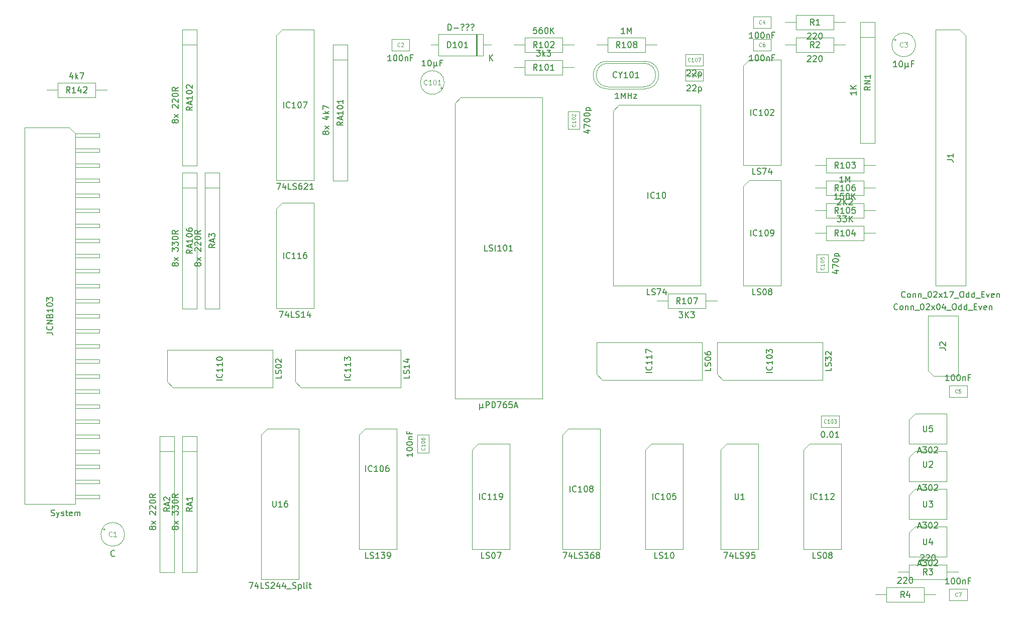
<source format=gbr>
%TF.GenerationSoftware,KiCad,Pcbnew,(5.1.10)-1*%
%TF.CreationDate,2022-02-01T13:34:57+01:00*%
%TF.ProjectId,TA8-FDC,5441382d-4644-4432-9e6b-696361645f70,rev?*%
%TF.SameCoordinates,Original*%
%TF.FileFunction,Other,Fab,Top*%
%FSLAX46Y46*%
G04 Gerber Fmt 4.6, Leading zero omitted, Abs format (unit mm)*
G04 Created by KiCad (PCBNEW (5.1.10)-1) date 2022-02-01 13:34:57*
%MOMM*%
%LPD*%
G01*
G04 APERTURE LIST*
%ADD10C,0.100000*%
%ADD11C,0.150000*%
%ADD12C,0.090000*%
%ADD13C,0.120000*%
G04 APERTURE END LIST*
D10*
%TO.C,R4*%
X258420000Y-138410000D02*
X258420000Y-135910000D01*
X258420000Y-135910000D02*
X252120000Y-135910000D01*
X252120000Y-135910000D02*
X252120000Y-138410000D01*
X252120000Y-138410000D02*
X258420000Y-138410000D01*
X260350000Y-137160000D02*
X258420000Y-137160000D01*
X250190000Y-137160000D02*
X252120000Y-137160000D01*
%TO.C,R3*%
X262230000Y-134600000D02*
X262230000Y-132100000D01*
X262230000Y-132100000D02*
X255930000Y-132100000D01*
X255930000Y-132100000D02*
X255930000Y-134600000D01*
X255930000Y-134600000D02*
X262230000Y-134600000D01*
X264160000Y-133350000D02*
X262230000Y-133350000D01*
X254000000Y-133350000D02*
X255930000Y-133350000D01*
%TO.C,R2*%
X236880000Y-43200000D02*
X236880000Y-45700000D01*
X236880000Y-45700000D02*
X243180000Y-45700000D01*
X243180000Y-45700000D02*
X243180000Y-43200000D01*
X243180000Y-43200000D02*
X236880000Y-43200000D01*
X234950000Y-44450000D02*
X236880000Y-44450000D01*
X245110000Y-44450000D02*
X243180000Y-44450000D01*
%TO.C,R1*%
X236880000Y-39390000D02*
X236880000Y-41890000D01*
X236880000Y-41890000D02*
X243180000Y-41890000D01*
X243180000Y-41890000D02*
X243180000Y-39390000D01*
X243180000Y-39390000D02*
X236880000Y-39390000D01*
X234950000Y-40640000D02*
X236880000Y-40640000D01*
X245110000Y-40640000D02*
X243180000Y-40640000D01*
%TO.C,C7*%
X265680000Y-138160000D02*
X265680000Y-136160000D01*
X265680000Y-136160000D02*
X262680000Y-136160000D01*
X262680000Y-136160000D02*
X262680000Y-138160000D01*
X262680000Y-138160000D02*
X265680000Y-138160000D01*
%TO.C,C6*%
X229620000Y-43450000D02*
X229620000Y-45450000D01*
X229620000Y-45450000D02*
X232620000Y-45450000D01*
X232620000Y-45450000D02*
X232620000Y-43450000D01*
X232620000Y-43450000D02*
X229620000Y-43450000D01*
%TO.C,C5*%
X265680000Y-103870000D02*
X265680000Y-101870000D01*
X265680000Y-101870000D02*
X262680000Y-101870000D01*
X262680000Y-101870000D02*
X262680000Y-103870000D01*
X262680000Y-103870000D02*
X265680000Y-103870000D01*
%TO.C,C4*%
X229620000Y-39640000D02*
X229620000Y-41640000D01*
X229620000Y-41640000D02*
X232620000Y-41640000D01*
X232620000Y-41640000D02*
X232620000Y-39640000D01*
X232620000Y-39640000D02*
X229620000Y-39640000D01*
%TO.C,U4*%
X255905000Y-126730000D02*
X256905000Y-125730000D01*
X255905000Y-130810000D02*
X255905000Y-126730000D01*
X262255000Y-130810000D02*
X255905000Y-130810000D01*
X262255000Y-125730000D02*
X262255000Y-130810000D01*
X256905000Y-125730000D02*
X262255000Y-125730000D01*
%TO.C,U3*%
X255905000Y-120380000D02*
X256905000Y-119380000D01*
X255905000Y-124460000D02*
X255905000Y-120380000D01*
X262255000Y-124460000D02*
X255905000Y-124460000D01*
X262255000Y-119380000D02*
X262255000Y-124460000D01*
X256905000Y-119380000D02*
X262255000Y-119380000D01*
%TO.C,U2*%
X255905000Y-114030000D02*
X256905000Y-113030000D01*
X255905000Y-118110000D02*
X255905000Y-114030000D01*
X262255000Y-118110000D02*
X255905000Y-118110000D01*
X262255000Y-113030000D02*
X262255000Y-118110000D01*
X256905000Y-113030000D02*
X262255000Y-113030000D01*
%TO.C,J2*%
X264160000Y-90170000D02*
X264160000Y-100330000D01*
X259080000Y-90170000D02*
X264160000Y-90170000D01*
X259080000Y-99330000D02*
X259080000Y-90170000D01*
X260080000Y-100330000D02*
X259080000Y-99330000D01*
X264160000Y-100330000D02*
X260080000Y-100330000D01*
%TO.C,U5*%
X255905000Y-107680000D02*
X256905000Y-106680000D01*
X255905000Y-111760000D02*
X255905000Y-107680000D01*
X262255000Y-111760000D02*
X255905000Y-111760000D01*
X262255000Y-106680000D02*
X262255000Y-111760000D01*
X256905000Y-106680000D02*
X262255000Y-106680000D01*
%TO.C,IC105*%
X211455000Y-112760000D02*
X212455000Y-111760000D01*
X211455000Y-129540000D02*
X211455000Y-112760000D01*
X217805000Y-129540000D02*
X211455000Y-129540000D01*
X217805000Y-111760000D02*
X217805000Y-129540000D01*
X212455000Y-111760000D02*
X217805000Y-111760000D01*
%TO.C,IC10*%
X205995000Y-55610000D02*
X206995000Y-54610000D01*
X205995000Y-85090000D02*
X205995000Y-55610000D01*
X220725000Y-85090000D02*
X205995000Y-85090000D01*
X220725000Y-54610000D02*
X220725000Y-85090000D01*
X206995000Y-54610000D02*
X220725000Y-54610000D01*
%TO.C,J1*%
X260350000Y-41910000D02*
X264430000Y-41910000D01*
X264430000Y-41910000D02*
X265430000Y-42910000D01*
X265430000Y-42910000D02*
X265430000Y-85090000D01*
X265430000Y-85090000D02*
X260350000Y-85090000D01*
X260350000Y-85090000D02*
X260350000Y-41910000D01*
%TO.C,IC109*%
X227965000Y-68310000D02*
X228965000Y-67310000D01*
X227965000Y-85090000D02*
X227965000Y-68310000D01*
X234315000Y-85090000D02*
X227965000Y-85090000D01*
X234315000Y-67310000D02*
X234315000Y-85090000D01*
X228965000Y-67310000D02*
X234315000Y-67310000D01*
%TO.C,IC102*%
X227965000Y-47990000D02*
X228965000Y-46990000D01*
X227965000Y-64770000D02*
X227965000Y-47990000D01*
X234315000Y-64770000D02*
X227965000Y-64770000D01*
X234315000Y-46990000D02*
X234315000Y-64770000D01*
X228965000Y-46990000D02*
X234315000Y-46990000D01*
%TO.C,IC108*%
X197485000Y-110220000D02*
X198485000Y-109220000D01*
X197485000Y-129540000D02*
X197485000Y-110220000D01*
X203835000Y-129540000D02*
X197485000Y-129540000D01*
X203835000Y-109220000D02*
X203835000Y-129540000D01*
X198485000Y-109220000D02*
X203835000Y-109220000D01*
%TO.C,U16*%
X146685000Y-110220000D02*
X147685000Y-109220000D01*
X146685000Y-134620000D02*
X146685000Y-110220000D01*
X153035000Y-134620000D02*
X146685000Y-134620000D01*
X153035000Y-109220000D02*
X153035000Y-134620000D01*
X147685000Y-109220000D02*
X153035000Y-109220000D01*
%TO.C,U1*%
X224155000Y-112760000D02*
X225155000Y-111760000D01*
X224155000Y-129540000D02*
X224155000Y-112760000D01*
X230505000Y-129540000D02*
X224155000Y-129540000D01*
X230505000Y-111760000D02*
X230505000Y-129540000D01*
X225155000Y-111760000D02*
X230505000Y-111760000D01*
%TO.C,IC116*%
X149225000Y-72120000D02*
X150225000Y-71120000D01*
X149225000Y-88900000D02*
X149225000Y-72120000D01*
X155575000Y-88900000D02*
X149225000Y-88900000D01*
X155575000Y-71120000D02*
X155575000Y-88900000D01*
X150225000Y-71120000D02*
X155575000Y-71120000D01*
%TO.C,RN1*%
X250170000Y-40620000D02*
X247670000Y-40620000D01*
X247670000Y-40620000D02*
X247670000Y-60980000D01*
X247670000Y-60980000D02*
X250170000Y-60980000D01*
X250170000Y-60980000D02*
X250170000Y-40620000D01*
X250170000Y-43180000D02*
X247670000Y-43180000D01*
%TO.C,R107*%
X223520000Y-87630000D02*
X221590000Y-87630000D01*
X213360000Y-87630000D02*
X215290000Y-87630000D01*
X221590000Y-86380000D02*
X215290000Y-86380000D01*
X221590000Y-88880000D02*
X221590000Y-86380000D01*
X215290000Y-88880000D02*
X221590000Y-88880000D01*
X215290000Y-86380000D02*
X215290000Y-88880000D01*
%TO.C,R142*%
X110490000Y-52070000D02*
X112420000Y-52070000D01*
X120650000Y-52070000D02*
X118720000Y-52070000D01*
X112420000Y-53320000D02*
X118720000Y-53320000D01*
X112420000Y-50820000D02*
X112420000Y-53320000D01*
X118720000Y-50820000D02*
X112420000Y-50820000D01*
X118720000Y-53320000D02*
X118720000Y-50820000D01*
%TO.C,R108*%
X203200000Y-44450000D02*
X205130000Y-44450000D01*
X213360000Y-44450000D02*
X211430000Y-44450000D01*
X205130000Y-45700000D02*
X211430000Y-45700000D01*
X205130000Y-43200000D02*
X205130000Y-45700000D01*
X211430000Y-43200000D02*
X205130000Y-43200000D01*
X211430000Y-45700000D02*
X211430000Y-43200000D01*
%TO.C,R106*%
X250190000Y-68580000D02*
X248260000Y-68580000D01*
X240030000Y-68580000D02*
X241960000Y-68580000D01*
X248260000Y-67330000D02*
X241960000Y-67330000D01*
X248260000Y-69830000D02*
X248260000Y-67330000D01*
X241960000Y-69830000D02*
X248260000Y-69830000D01*
X241960000Y-67330000D02*
X241960000Y-69830000D01*
%TO.C,R105*%
X240030000Y-72390000D02*
X241960000Y-72390000D01*
X250190000Y-72390000D02*
X248260000Y-72390000D01*
X241960000Y-73640000D02*
X248260000Y-73640000D01*
X241960000Y-71140000D02*
X241960000Y-73640000D01*
X248260000Y-71140000D02*
X241960000Y-71140000D01*
X248260000Y-73640000D02*
X248260000Y-71140000D01*
%TO.C,R104*%
X240030000Y-76200000D02*
X241960000Y-76200000D01*
X250190000Y-76200000D02*
X248260000Y-76200000D01*
X241960000Y-77450000D02*
X248260000Y-77450000D01*
X241960000Y-74950000D02*
X241960000Y-77450000D01*
X248260000Y-74950000D02*
X241960000Y-74950000D01*
X248260000Y-77450000D02*
X248260000Y-74950000D01*
%TO.C,R103*%
X250190000Y-64770000D02*
X248260000Y-64770000D01*
X240030000Y-64770000D02*
X241960000Y-64770000D01*
X248260000Y-63520000D02*
X241960000Y-63520000D01*
X248260000Y-66020000D02*
X248260000Y-63520000D01*
X241960000Y-66020000D02*
X248260000Y-66020000D01*
X241960000Y-63520000D02*
X241960000Y-66020000D01*
%TO.C,R102*%
X189230000Y-44450000D02*
X191160000Y-44450000D01*
X199390000Y-44450000D02*
X197460000Y-44450000D01*
X191160000Y-45700000D02*
X197460000Y-45700000D01*
X191160000Y-43200000D02*
X191160000Y-45700000D01*
X197460000Y-43200000D02*
X191160000Y-43200000D01*
X197460000Y-45700000D02*
X197460000Y-43200000D01*
%TO.C,R101*%
X189230000Y-48260000D02*
X191160000Y-48260000D01*
X199390000Y-48260000D02*
X197460000Y-48260000D01*
X191160000Y-49510000D02*
X197460000Y-49510000D01*
X191160000Y-47010000D02*
X191160000Y-49510000D01*
X197460000Y-47010000D02*
X191160000Y-47010000D01*
X197460000Y-49510000D02*
X197460000Y-47010000D01*
%TO.C,D101*%
X183100000Y-46250000D02*
X183100000Y-42650000D01*
X182900000Y-46250000D02*
X182900000Y-42650000D01*
X183000000Y-46250000D02*
X183000000Y-42650000D01*
X175260000Y-44450000D02*
X176540000Y-44450000D01*
X185420000Y-44450000D02*
X184140000Y-44450000D01*
X176540000Y-46250000D02*
X184140000Y-46250000D01*
X176540000Y-42650000D02*
X176540000Y-46250000D01*
X184140000Y-42650000D02*
X176540000Y-42650000D01*
X184140000Y-46250000D02*
X184140000Y-42650000D01*
%TO.C,CY101*%
X205180000Y-51530000D02*
X211180000Y-51530000D01*
X205180000Y-47530000D02*
X211180000Y-47530000D01*
X204980000Y-51855000D02*
X211380000Y-51855000D01*
X204980000Y-47205000D02*
X211380000Y-47205000D01*
X211180000Y-51530000D02*
G75*
G03*
X211180000Y-47530000I0J2000000D01*
G01*
X205180000Y-51530000D02*
G75*
G02*
X205180000Y-47530000I0J2000000D01*
G01*
X211380000Y-51855000D02*
G75*
G03*
X211380000Y-47205000I0J2325000D01*
G01*
X204980000Y-51855000D02*
G75*
G02*
X204980000Y-47205000I0J2325000D01*
G01*
%TO.C,C107*%
X221190000Y-45990000D02*
X218190000Y-45990000D01*
X221190000Y-47990000D02*
X221190000Y-45990000D01*
X218190000Y-47990000D02*
X221190000Y-47990000D01*
X218190000Y-45990000D02*
X218190000Y-47990000D01*
%TO.C,C106*%
X174990000Y-113240000D02*
X174990000Y-110240000D01*
X172990000Y-113240000D02*
X174990000Y-113240000D01*
X172990000Y-110240000D02*
X172990000Y-113240000D01*
X174990000Y-110240000D02*
X172990000Y-110240000D01*
%TO.C,C105*%
X240300000Y-79800000D02*
X240300000Y-82800000D01*
X242300000Y-79800000D02*
X240300000Y-79800000D01*
X242300000Y-82800000D02*
X242300000Y-79800000D01*
X240300000Y-82800000D02*
X242300000Y-82800000D01*
%TO.C,C104*%
X221190000Y-48530000D02*
X218190000Y-48530000D01*
X221190000Y-50530000D02*
X221190000Y-48530000D01*
X218190000Y-50530000D02*
X221190000Y-50530000D01*
X218190000Y-48530000D02*
X218190000Y-50530000D01*
%TO.C,C103*%
X244090000Y-106950000D02*
X241090000Y-106950000D01*
X244090000Y-108950000D02*
X244090000Y-106950000D01*
X241090000Y-108950000D02*
X244090000Y-108950000D01*
X241090000Y-106950000D02*
X241090000Y-108950000D01*
%TO.C,C102*%
X198390000Y-55670000D02*
X198390000Y-58670000D01*
X200390000Y-55670000D02*
X198390000Y-55670000D01*
X200390000Y-58670000D02*
X200390000Y-55670000D01*
X198390000Y-58670000D02*
X200390000Y-58670000D01*
%TO.C,C101*%
X177032554Y-51867500D02*
X177032554Y-51467500D01*
X177232554Y-51667500D02*
X176832554Y-51667500D01*
X177530000Y-50800000D02*
G75*
G03*
X177530000Y-50800000I-2000000J0D01*
G01*
%TO.C,C3*%
X253497446Y-43382500D02*
X253497446Y-43782500D01*
X253297446Y-43582500D02*
X253697446Y-43582500D01*
X257000000Y-44450000D02*
G75*
G03*
X257000000Y-44450000I-2000000J0D01*
G01*
%TO.C,C2*%
X171660000Y-43450000D02*
X168660000Y-43450000D01*
X171660000Y-45450000D02*
X171660000Y-43450000D01*
X168660000Y-45450000D02*
X171660000Y-45450000D01*
X168660000Y-43450000D02*
X168660000Y-45450000D01*
%TO.C,C1*%
X120147446Y-125932500D02*
X120147446Y-126332500D01*
X119947446Y-126132500D02*
X120347446Y-126132500D01*
X123650000Y-127000000D02*
G75*
G03*
X123650000Y-127000000I-2000000J0D01*
G01*
%TO.C,RA106*%
X135870000Y-68580000D02*
X133370000Y-68580000D01*
X135870000Y-88920000D02*
X135870000Y-66020000D01*
X133370000Y-88920000D02*
X135870000Y-88920000D01*
X133370000Y-66020000D02*
X133370000Y-88920000D01*
X135870000Y-66020000D02*
X133370000Y-66020000D01*
%TO.C,RA102*%
X135870000Y-44450000D02*
X133370000Y-44450000D01*
X135870000Y-64790000D02*
X135870000Y-41890000D01*
X133370000Y-64790000D02*
X135870000Y-64790000D01*
X133370000Y-41890000D02*
X133370000Y-64790000D01*
X135870000Y-41890000D02*
X133370000Y-41890000D01*
%TO.C,RA101*%
X161270000Y-46990000D02*
X158770000Y-46990000D01*
X161270000Y-67330000D02*
X161270000Y-44430000D01*
X158770000Y-67330000D02*
X161270000Y-67330000D01*
X158770000Y-44430000D02*
X158770000Y-67330000D01*
X161270000Y-44430000D02*
X158770000Y-44430000D01*
%TO.C,RA3*%
X139680000Y-68580000D02*
X137180000Y-68580000D01*
X139680000Y-88920000D02*
X139680000Y-66020000D01*
X137180000Y-88920000D02*
X139680000Y-88920000D01*
X137180000Y-66020000D02*
X137180000Y-88920000D01*
X139680000Y-66020000D02*
X137180000Y-66020000D01*
%TO.C,RA2*%
X132060000Y-113030000D02*
X129560000Y-113030000D01*
X132060000Y-133370000D02*
X132060000Y-110470000D01*
X129560000Y-133370000D02*
X132060000Y-133370000D01*
X129560000Y-110470000D02*
X129560000Y-133370000D01*
X132060000Y-110470000D02*
X129560000Y-110470000D01*
%TO.C,RA1*%
X135870000Y-113030000D02*
X133370000Y-113030000D01*
X135870000Y-133370000D02*
X135870000Y-110470000D01*
X133370000Y-133370000D02*
X135870000Y-133370000D01*
X133370000Y-110470000D02*
X133370000Y-133370000D01*
X135870000Y-110470000D02*
X133370000Y-110470000D01*
%TO.C,LSI101*%
X179325000Y-54340000D02*
X180325000Y-53340000D01*
X179325000Y-104140000D02*
X179325000Y-54340000D01*
X194055000Y-104140000D02*
X179325000Y-104140000D01*
X194055000Y-53340000D02*
X194055000Y-104140000D01*
X180325000Y-53340000D02*
X194055000Y-53340000D01*
%TO.C,JCNB103*%
X119380000Y-120950000D02*
X119380000Y-120350000D01*
X115320000Y-120950000D02*
X119380000Y-120950000D01*
X119380000Y-120350000D02*
X115320000Y-120350000D01*
X119380000Y-118410000D02*
X119380000Y-117810000D01*
X115320000Y-118410000D02*
X119380000Y-118410000D01*
X119380000Y-117810000D02*
X115320000Y-117810000D01*
X119380000Y-115870000D02*
X119380000Y-115270000D01*
X115320000Y-115870000D02*
X119380000Y-115870000D01*
X119380000Y-115270000D02*
X115320000Y-115270000D01*
X119380000Y-113330000D02*
X119380000Y-112730000D01*
X115320000Y-113330000D02*
X119380000Y-113330000D01*
X119380000Y-112730000D02*
X115320000Y-112730000D01*
X119380000Y-110790000D02*
X119380000Y-110190000D01*
X115320000Y-110790000D02*
X119380000Y-110790000D01*
X119380000Y-110190000D02*
X115320000Y-110190000D01*
X119380000Y-108250000D02*
X119380000Y-107650000D01*
X115320000Y-108250000D02*
X119380000Y-108250000D01*
X119380000Y-107650000D02*
X115320000Y-107650000D01*
X119380000Y-105710000D02*
X119380000Y-105110000D01*
X115320000Y-105710000D02*
X119380000Y-105710000D01*
X119380000Y-105110000D02*
X115320000Y-105110000D01*
X119380000Y-103170000D02*
X119380000Y-102570000D01*
X115320000Y-103170000D02*
X119380000Y-103170000D01*
X119380000Y-102570000D02*
X115320000Y-102570000D01*
X119380000Y-100630000D02*
X119380000Y-100030000D01*
X115320000Y-100630000D02*
X119380000Y-100630000D01*
X119380000Y-100030000D02*
X115320000Y-100030000D01*
X119380000Y-98090000D02*
X119380000Y-97490000D01*
X115320000Y-98090000D02*
X119380000Y-98090000D01*
X119380000Y-97490000D02*
X115320000Y-97490000D01*
X119380000Y-95550000D02*
X119380000Y-94950000D01*
X115320000Y-95550000D02*
X119380000Y-95550000D01*
X119380000Y-94950000D02*
X115320000Y-94950000D01*
X119380000Y-93010000D02*
X119380000Y-92410000D01*
X115320000Y-93010000D02*
X119380000Y-93010000D01*
X119380000Y-92410000D02*
X115320000Y-92410000D01*
X119380000Y-90470000D02*
X119380000Y-89870000D01*
X115320000Y-90470000D02*
X119380000Y-90470000D01*
X119380000Y-89870000D02*
X115320000Y-89870000D01*
X119380000Y-87930000D02*
X119380000Y-87330000D01*
X115320000Y-87930000D02*
X119380000Y-87930000D01*
X119380000Y-87330000D02*
X115320000Y-87330000D01*
X119380000Y-85390000D02*
X119380000Y-84790000D01*
X115320000Y-85390000D02*
X119380000Y-85390000D01*
X119380000Y-84790000D02*
X115320000Y-84790000D01*
X119380000Y-82850000D02*
X119380000Y-82250000D01*
X115320000Y-82850000D02*
X119380000Y-82850000D01*
X119380000Y-82250000D02*
X115320000Y-82250000D01*
X119380000Y-80310000D02*
X119380000Y-79710000D01*
X115320000Y-80310000D02*
X119380000Y-80310000D01*
X119380000Y-79710000D02*
X115320000Y-79710000D01*
X119380000Y-77770000D02*
X119380000Y-77170000D01*
X115320000Y-77770000D02*
X119380000Y-77770000D01*
X119380000Y-77170000D02*
X115320000Y-77170000D01*
X119380000Y-75230000D02*
X119380000Y-74630000D01*
X115320000Y-75230000D02*
X119380000Y-75230000D01*
X119380000Y-74630000D02*
X115320000Y-74630000D01*
X119380000Y-72690000D02*
X119380000Y-72090000D01*
X115320000Y-72690000D02*
X119380000Y-72690000D01*
X119380000Y-72090000D02*
X115320000Y-72090000D01*
X119380000Y-70150000D02*
X119380000Y-69550000D01*
X115320000Y-70150000D02*
X119380000Y-70150000D01*
X119380000Y-69550000D02*
X115320000Y-69550000D01*
X119380000Y-67610000D02*
X119380000Y-67010000D01*
X115320000Y-67610000D02*
X119380000Y-67610000D01*
X119380000Y-67010000D02*
X115320000Y-67010000D01*
X119380000Y-65070000D02*
X119380000Y-64470000D01*
X115320000Y-65070000D02*
X119380000Y-65070000D01*
X119380000Y-64470000D02*
X115320000Y-64470000D01*
X119380000Y-62530000D02*
X119380000Y-61930000D01*
X115320000Y-62530000D02*
X119380000Y-62530000D01*
X119380000Y-61930000D02*
X115320000Y-61930000D01*
X119380000Y-59990000D02*
X119380000Y-59390000D01*
X115320000Y-59990000D02*
X119380000Y-59990000D01*
X119380000Y-59390000D02*
X115320000Y-59390000D01*
X106810000Y-121920000D02*
X106810000Y-58420000D01*
X115320000Y-121920000D02*
X106810000Y-121920000D01*
X115320000Y-59390000D02*
X115320000Y-121920000D01*
X114350000Y-58420000D02*
X115320000Y-59390000D01*
X106810000Y-58420000D02*
X114350000Y-58420000D01*
%TO.C,IC119*%
X182245000Y-112760000D02*
X183245000Y-111760000D01*
X182245000Y-129540000D02*
X182245000Y-112760000D01*
X188595000Y-129540000D02*
X182245000Y-129540000D01*
X188595000Y-111760000D02*
X188595000Y-129540000D01*
X183245000Y-111760000D02*
X188595000Y-111760000D01*
%TO.C,IC117*%
X204200000Y-100965000D02*
X203200000Y-99965000D01*
X220980000Y-100965000D02*
X204200000Y-100965000D01*
X220980000Y-94615000D02*
X220980000Y-100965000D01*
X203200000Y-94615000D02*
X220980000Y-94615000D01*
X203200000Y-99965000D02*
X203200000Y-94615000D01*
%TO.C,IC113*%
X153400000Y-102235000D02*
X152400000Y-101235000D01*
X170180000Y-102235000D02*
X153400000Y-102235000D01*
X170180000Y-95885000D02*
X170180000Y-102235000D01*
X152400000Y-95885000D02*
X170180000Y-95885000D01*
X152400000Y-101235000D02*
X152400000Y-95885000D01*
%TO.C,IC112*%
X238125000Y-112760000D02*
X239125000Y-111760000D01*
X238125000Y-129540000D02*
X238125000Y-112760000D01*
X244475000Y-129540000D02*
X238125000Y-129540000D01*
X244475000Y-111760000D02*
X244475000Y-129540000D01*
X239125000Y-111760000D02*
X244475000Y-111760000D01*
%TO.C,IC110*%
X131810000Y-102235000D02*
X130810000Y-101235000D01*
X148590000Y-102235000D02*
X131810000Y-102235000D01*
X148590000Y-95885000D02*
X148590000Y-102235000D01*
X130810000Y-95885000D02*
X148590000Y-95885000D01*
X130810000Y-101235000D02*
X130810000Y-95885000D01*
%TO.C,IC107*%
X149225000Y-42910000D02*
X150225000Y-41910000D01*
X149225000Y-67310000D02*
X149225000Y-42910000D01*
X155575000Y-67310000D02*
X149225000Y-67310000D01*
X155575000Y-41910000D02*
X155575000Y-67310000D01*
X150225000Y-41910000D02*
X155575000Y-41910000D01*
%TO.C,IC106*%
X163195000Y-110220000D02*
X164195000Y-109220000D01*
X163195000Y-129540000D02*
X163195000Y-110220000D01*
X169545000Y-129540000D02*
X163195000Y-129540000D01*
X169545000Y-109220000D02*
X169545000Y-129540000D01*
X164195000Y-109220000D02*
X169545000Y-109220000D01*
%TO.C,IC103*%
X224520000Y-100965000D02*
X223520000Y-99965000D01*
X241300000Y-100965000D02*
X224520000Y-100965000D01*
X241300000Y-94615000D02*
X241300000Y-100965000D01*
X223520000Y-94615000D02*
X241300000Y-94615000D01*
X223520000Y-99965000D02*
X223520000Y-94615000D01*
%TD*%
%TO.C,R4*%
D11*
X254031904Y-134337619D02*
X254079523Y-134290000D01*
X254174761Y-134242380D01*
X254412857Y-134242380D01*
X254508095Y-134290000D01*
X254555714Y-134337619D01*
X254603333Y-134432857D01*
X254603333Y-134528095D01*
X254555714Y-134670952D01*
X253984285Y-135242380D01*
X254603333Y-135242380D01*
X254984285Y-134337619D02*
X255031904Y-134290000D01*
X255127142Y-134242380D01*
X255365238Y-134242380D01*
X255460476Y-134290000D01*
X255508095Y-134337619D01*
X255555714Y-134432857D01*
X255555714Y-134528095D01*
X255508095Y-134670952D01*
X254936666Y-135242380D01*
X255555714Y-135242380D01*
X256174761Y-134242380D02*
X256270000Y-134242380D01*
X256365238Y-134290000D01*
X256412857Y-134337619D01*
X256460476Y-134432857D01*
X256508095Y-134623333D01*
X256508095Y-134861428D01*
X256460476Y-135051904D01*
X256412857Y-135147142D01*
X256365238Y-135194761D01*
X256270000Y-135242380D01*
X256174761Y-135242380D01*
X256079523Y-135194761D01*
X256031904Y-135147142D01*
X255984285Y-135051904D01*
X255936666Y-134861428D01*
X255936666Y-134623333D01*
X255984285Y-134432857D01*
X256031904Y-134337619D01*
X256079523Y-134290000D01*
X256174761Y-134242380D01*
X255103333Y-137612380D02*
X254770000Y-137136190D01*
X254531904Y-137612380D02*
X254531904Y-136612380D01*
X254912857Y-136612380D01*
X255008095Y-136660000D01*
X255055714Y-136707619D01*
X255103333Y-136802857D01*
X255103333Y-136945714D01*
X255055714Y-137040952D01*
X255008095Y-137088571D01*
X254912857Y-137136190D01*
X254531904Y-137136190D01*
X255960476Y-136945714D02*
X255960476Y-137612380D01*
X255722380Y-136564761D02*
X255484285Y-137279047D01*
X256103333Y-137279047D01*
%TO.C,R3*%
X257841904Y-130527619D02*
X257889523Y-130480000D01*
X257984761Y-130432380D01*
X258222857Y-130432380D01*
X258318095Y-130480000D01*
X258365714Y-130527619D01*
X258413333Y-130622857D01*
X258413333Y-130718095D01*
X258365714Y-130860952D01*
X257794285Y-131432380D01*
X258413333Y-131432380D01*
X258794285Y-130527619D02*
X258841904Y-130480000D01*
X258937142Y-130432380D01*
X259175238Y-130432380D01*
X259270476Y-130480000D01*
X259318095Y-130527619D01*
X259365714Y-130622857D01*
X259365714Y-130718095D01*
X259318095Y-130860952D01*
X258746666Y-131432380D01*
X259365714Y-131432380D01*
X259984761Y-130432380D02*
X260080000Y-130432380D01*
X260175238Y-130480000D01*
X260222857Y-130527619D01*
X260270476Y-130622857D01*
X260318095Y-130813333D01*
X260318095Y-131051428D01*
X260270476Y-131241904D01*
X260222857Y-131337142D01*
X260175238Y-131384761D01*
X260080000Y-131432380D01*
X259984761Y-131432380D01*
X259889523Y-131384761D01*
X259841904Y-131337142D01*
X259794285Y-131241904D01*
X259746666Y-131051428D01*
X259746666Y-130813333D01*
X259794285Y-130622857D01*
X259841904Y-130527619D01*
X259889523Y-130480000D01*
X259984761Y-130432380D01*
X258913333Y-133802380D02*
X258580000Y-133326190D01*
X258341904Y-133802380D02*
X258341904Y-132802380D01*
X258722857Y-132802380D01*
X258818095Y-132850000D01*
X258865714Y-132897619D01*
X258913333Y-132992857D01*
X258913333Y-133135714D01*
X258865714Y-133230952D01*
X258818095Y-133278571D01*
X258722857Y-133326190D01*
X258341904Y-133326190D01*
X259246666Y-132802380D02*
X259865714Y-132802380D01*
X259532380Y-133183333D01*
X259675238Y-133183333D01*
X259770476Y-133230952D01*
X259818095Y-133278571D01*
X259865714Y-133373809D01*
X259865714Y-133611904D01*
X259818095Y-133707142D01*
X259770476Y-133754761D01*
X259675238Y-133802380D01*
X259389523Y-133802380D01*
X259294285Y-133754761D01*
X259246666Y-133707142D01*
%TO.C,R2*%
X238791904Y-46367619D02*
X238839523Y-46320000D01*
X238934761Y-46272380D01*
X239172857Y-46272380D01*
X239268095Y-46320000D01*
X239315714Y-46367619D01*
X239363333Y-46462857D01*
X239363333Y-46558095D01*
X239315714Y-46700952D01*
X238744285Y-47272380D01*
X239363333Y-47272380D01*
X239744285Y-46367619D02*
X239791904Y-46320000D01*
X239887142Y-46272380D01*
X240125238Y-46272380D01*
X240220476Y-46320000D01*
X240268095Y-46367619D01*
X240315714Y-46462857D01*
X240315714Y-46558095D01*
X240268095Y-46700952D01*
X239696666Y-47272380D01*
X240315714Y-47272380D01*
X240934761Y-46272380D02*
X241030000Y-46272380D01*
X241125238Y-46320000D01*
X241172857Y-46367619D01*
X241220476Y-46462857D01*
X241268095Y-46653333D01*
X241268095Y-46891428D01*
X241220476Y-47081904D01*
X241172857Y-47177142D01*
X241125238Y-47224761D01*
X241030000Y-47272380D01*
X240934761Y-47272380D01*
X240839523Y-47224761D01*
X240791904Y-47177142D01*
X240744285Y-47081904D01*
X240696666Y-46891428D01*
X240696666Y-46653333D01*
X240744285Y-46462857D01*
X240791904Y-46367619D01*
X240839523Y-46320000D01*
X240934761Y-46272380D01*
X239863333Y-44902380D02*
X239530000Y-44426190D01*
X239291904Y-44902380D02*
X239291904Y-43902380D01*
X239672857Y-43902380D01*
X239768095Y-43950000D01*
X239815714Y-43997619D01*
X239863333Y-44092857D01*
X239863333Y-44235714D01*
X239815714Y-44330952D01*
X239768095Y-44378571D01*
X239672857Y-44426190D01*
X239291904Y-44426190D01*
X240244285Y-43997619D02*
X240291904Y-43950000D01*
X240387142Y-43902380D01*
X240625238Y-43902380D01*
X240720476Y-43950000D01*
X240768095Y-43997619D01*
X240815714Y-44092857D01*
X240815714Y-44188095D01*
X240768095Y-44330952D01*
X240196666Y-44902380D01*
X240815714Y-44902380D01*
%TO.C,R1*%
X238791904Y-42557619D02*
X238839523Y-42510000D01*
X238934761Y-42462380D01*
X239172857Y-42462380D01*
X239268095Y-42510000D01*
X239315714Y-42557619D01*
X239363333Y-42652857D01*
X239363333Y-42748095D01*
X239315714Y-42890952D01*
X238744285Y-43462380D01*
X239363333Y-43462380D01*
X239744285Y-42557619D02*
X239791904Y-42510000D01*
X239887142Y-42462380D01*
X240125238Y-42462380D01*
X240220476Y-42510000D01*
X240268095Y-42557619D01*
X240315714Y-42652857D01*
X240315714Y-42748095D01*
X240268095Y-42890952D01*
X239696666Y-43462380D01*
X240315714Y-43462380D01*
X240934761Y-42462380D02*
X241030000Y-42462380D01*
X241125238Y-42510000D01*
X241172857Y-42557619D01*
X241220476Y-42652857D01*
X241268095Y-42843333D01*
X241268095Y-43081428D01*
X241220476Y-43271904D01*
X241172857Y-43367142D01*
X241125238Y-43414761D01*
X241030000Y-43462380D01*
X240934761Y-43462380D01*
X240839523Y-43414761D01*
X240791904Y-43367142D01*
X240744285Y-43271904D01*
X240696666Y-43081428D01*
X240696666Y-42843333D01*
X240744285Y-42652857D01*
X240791904Y-42557619D01*
X240839523Y-42510000D01*
X240934761Y-42462380D01*
X239863333Y-41092380D02*
X239530000Y-40616190D01*
X239291904Y-41092380D02*
X239291904Y-40092380D01*
X239672857Y-40092380D01*
X239768095Y-40140000D01*
X239815714Y-40187619D01*
X239863333Y-40282857D01*
X239863333Y-40425714D01*
X239815714Y-40520952D01*
X239768095Y-40568571D01*
X239672857Y-40616190D01*
X239291904Y-40616190D01*
X240815714Y-41092380D02*
X240244285Y-41092380D01*
X240530000Y-41092380D02*
X240530000Y-40092380D01*
X240434761Y-40235238D01*
X240339523Y-40330476D01*
X240244285Y-40378095D01*
%TO.C,C7*%
X262632380Y-135362380D02*
X262060952Y-135362380D01*
X262346666Y-135362380D02*
X262346666Y-134362380D01*
X262251428Y-134505238D01*
X262156190Y-134600476D01*
X262060952Y-134648095D01*
X263251428Y-134362380D02*
X263346666Y-134362380D01*
X263441904Y-134410000D01*
X263489523Y-134457619D01*
X263537142Y-134552857D01*
X263584761Y-134743333D01*
X263584761Y-134981428D01*
X263537142Y-135171904D01*
X263489523Y-135267142D01*
X263441904Y-135314761D01*
X263346666Y-135362380D01*
X263251428Y-135362380D01*
X263156190Y-135314761D01*
X263108571Y-135267142D01*
X263060952Y-135171904D01*
X263013333Y-134981428D01*
X263013333Y-134743333D01*
X263060952Y-134552857D01*
X263108571Y-134457619D01*
X263156190Y-134410000D01*
X263251428Y-134362380D01*
X264203809Y-134362380D02*
X264299047Y-134362380D01*
X264394285Y-134410000D01*
X264441904Y-134457619D01*
X264489523Y-134552857D01*
X264537142Y-134743333D01*
X264537142Y-134981428D01*
X264489523Y-135171904D01*
X264441904Y-135267142D01*
X264394285Y-135314761D01*
X264299047Y-135362380D01*
X264203809Y-135362380D01*
X264108571Y-135314761D01*
X264060952Y-135267142D01*
X264013333Y-135171904D01*
X263965714Y-134981428D01*
X263965714Y-134743333D01*
X264013333Y-134552857D01*
X264060952Y-134457619D01*
X264108571Y-134410000D01*
X264203809Y-134362380D01*
X264965714Y-134695714D02*
X264965714Y-135362380D01*
X264965714Y-134790952D02*
X265013333Y-134743333D01*
X265108571Y-134695714D01*
X265251428Y-134695714D01*
X265346666Y-134743333D01*
X265394285Y-134838571D01*
X265394285Y-135362380D01*
X266203809Y-134838571D02*
X265870476Y-134838571D01*
X265870476Y-135362380D02*
X265870476Y-134362380D01*
X266346666Y-134362380D01*
D12*
X264080000Y-137374285D02*
X264051428Y-137402857D01*
X263965714Y-137431428D01*
X263908571Y-137431428D01*
X263822857Y-137402857D01*
X263765714Y-137345714D01*
X263737142Y-137288571D01*
X263708571Y-137174285D01*
X263708571Y-137088571D01*
X263737142Y-136974285D01*
X263765714Y-136917142D01*
X263822857Y-136860000D01*
X263908571Y-136831428D01*
X263965714Y-136831428D01*
X264051428Y-136860000D01*
X264080000Y-136888571D01*
X264280000Y-136831428D02*
X264680000Y-136831428D01*
X264422857Y-137431428D01*
%TO.C,C6*%
D11*
X229572380Y-47152380D02*
X229000952Y-47152380D01*
X229286666Y-47152380D02*
X229286666Y-46152380D01*
X229191428Y-46295238D01*
X229096190Y-46390476D01*
X229000952Y-46438095D01*
X230191428Y-46152380D02*
X230286666Y-46152380D01*
X230381904Y-46200000D01*
X230429523Y-46247619D01*
X230477142Y-46342857D01*
X230524761Y-46533333D01*
X230524761Y-46771428D01*
X230477142Y-46961904D01*
X230429523Y-47057142D01*
X230381904Y-47104761D01*
X230286666Y-47152380D01*
X230191428Y-47152380D01*
X230096190Y-47104761D01*
X230048571Y-47057142D01*
X230000952Y-46961904D01*
X229953333Y-46771428D01*
X229953333Y-46533333D01*
X230000952Y-46342857D01*
X230048571Y-46247619D01*
X230096190Y-46200000D01*
X230191428Y-46152380D01*
X231143809Y-46152380D02*
X231239047Y-46152380D01*
X231334285Y-46200000D01*
X231381904Y-46247619D01*
X231429523Y-46342857D01*
X231477142Y-46533333D01*
X231477142Y-46771428D01*
X231429523Y-46961904D01*
X231381904Y-47057142D01*
X231334285Y-47104761D01*
X231239047Y-47152380D01*
X231143809Y-47152380D01*
X231048571Y-47104761D01*
X231000952Y-47057142D01*
X230953333Y-46961904D01*
X230905714Y-46771428D01*
X230905714Y-46533333D01*
X230953333Y-46342857D01*
X231000952Y-46247619D01*
X231048571Y-46200000D01*
X231143809Y-46152380D01*
X231905714Y-46485714D02*
X231905714Y-47152380D01*
X231905714Y-46580952D02*
X231953333Y-46533333D01*
X232048571Y-46485714D01*
X232191428Y-46485714D01*
X232286666Y-46533333D01*
X232334285Y-46628571D01*
X232334285Y-47152380D01*
X233143809Y-46628571D02*
X232810476Y-46628571D01*
X232810476Y-47152380D02*
X232810476Y-46152380D01*
X233286666Y-46152380D01*
D12*
X231020000Y-44664285D02*
X230991428Y-44692857D01*
X230905714Y-44721428D01*
X230848571Y-44721428D01*
X230762857Y-44692857D01*
X230705714Y-44635714D01*
X230677142Y-44578571D01*
X230648571Y-44464285D01*
X230648571Y-44378571D01*
X230677142Y-44264285D01*
X230705714Y-44207142D01*
X230762857Y-44150000D01*
X230848571Y-44121428D01*
X230905714Y-44121428D01*
X230991428Y-44150000D01*
X231020000Y-44178571D01*
X231534285Y-44121428D02*
X231420000Y-44121428D01*
X231362857Y-44150000D01*
X231334285Y-44178571D01*
X231277142Y-44264285D01*
X231248571Y-44378571D01*
X231248571Y-44607142D01*
X231277142Y-44664285D01*
X231305714Y-44692857D01*
X231362857Y-44721428D01*
X231477142Y-44721428D01*
X231534285Y-44692857D01*
X231562857Y-44664285D01*
X231591428Y-44607142D01*
X231591428Y-44464285D01*
X231562857Y-44407142D01*
X231534285Y-44378571D01*
X231477142Y-44350000D01*
X231362857Y-44350000D01*
X231305714Y-44378571D01*
X231277142Y-44407142D01*
X231248571Y-44464285D01*
%TO.C,C5*%
D11*
X262632380Y-101072380D02*
X262060952Y-101072380D01*
X262346666Y-101072380D02*
X262346666Y-100072380D01*
X262251428Y-100215238D01*
X262156190Y-100310476D01*
X262060952Y-100358095D01*
X263251428Y-100072380D02*
X263346666Y-100072380D01*
X263441904Y-100120000D01*
X263489523Y-100167619D01*
X263537142Y-100262857D01*
X263584761Y-100453333D01*
X263584761Y-100691428D01*
X263537142Y-100881904D01*
X263489523Y-100977142D01*
X263441904Y-101024761D01*
X263346666Y-101072380D01*
X263251428Y-101072380D01*
X263156190Y-101024761D01*
X263108571Y-100977142D01*
X263060952Y-100881904D01*
X263013333Y-100691428D01*
X263013333Y-100453333D01*
X263060952Y-100262857D01*
X263108571Y-100167619D01*
X263156190Y-100120000D01*
X263251428Y-100072380D01*
X264203809Y-100072380D02*
X264299047Y-100072380D01*
X264394285Y-100120000D01*
X264441904Y-100167619D01*
X264489523Y-100262857D01*
X264537142Y-100453333D01*
X264537142Y-100691428D01*
X264489523Y-100881904D01*
X264441904Y-100977142D01*
X264394285Y-101024761D01*
X264299047Y-101072380D01*
X264203809Y-101072380D01*
X264108571Y-101024761D01*
X264060952Y-100977142D01*
X264013333Y-100881904D01*
X263965714Y-100691428D01*
X263965714Y-100453333D01*
X264013333Y-100262857D01*
X264060952Y-100167619D01*
X264108571Y-100120000D01*
X264203809Y-100072380D01*
X264965714Y-100405714D02*
X264965714Y-101072380D01*
X264965714Y-100500952D02*
X265013333Y-100453333D01*
X265108571Y-100405714D01*
X265251428Y-100405714D01*
X265346666Y-100453333D01*
X265394285Y-100548571D01*
X265394285Y-101072380D01*
X266203809Y-100548571D02*
X265870476Y-100548571D01*
X265870476Y-101072380D02*
X265870476Y-100072380D01*
X266346666Y-100072380D01*
D12*
X264080000Y-103084285D02*
X264051428Y-103112857D01*
X263965714Y-103141428D01*
X263908571Y-103141428D01*
X263822857Y-103112857D01*
X263765714Y-103055714D01*
X263737142Y-102998571D01*
X263708571Y-102884285D01*
X263708571Y-102798571D01*
X263737142Y-102684285D01*
X263765714Y-102627142D01*
X263822857Y-102570000D01*
X263908571Y-102541428D01*
X263965714Y-102541428D01*
X264051428Y-102570000D01*
X264080000Y-102598571D01*
X264622857Y-102541428D02*
X264337142Y-102541428D01*
X264308571Y-102827142D01*
X264337142Y-102798571D01*
X264394285Y-102770000D01*
X264537142Y-102770000D01*
X264594285Y-102798571D01*
X264622857Y-102827142D01*
X264651428Y-102884285D01*
X264651428Y-103027142D01*
X264622857Y-103084285D01*
X264594285Y-103112857D01*
X264537142Y-103141428D01*
X264394285Y-103141428D01*
X264337142Y-103112857D01*
X264308571Y-103084285D01*
%TO.C,C4*%
D11*
X229572380Y-43342380D02*
X229000952Y-43342380D01*
X229286666Y-43342380D02*
X229286666Y-42342380D01*
X229191428Y-42485238D01*
X229096190Y-42580476D01*
X229000952Y-42628095D01*
X230191428Y-42342380D02*
X230286666Y-42342380D01*
X230381904Y-42390000D01*
X230429523Y-42437619D01*
X230477142Y-42532857D01*
X230524761Y-42723333D01*
X230524761Y-42961428D01*
X230477142Y-43151904D01*
X230429523Y-43247142D01*
X230381904Y-43294761D01*
X230286666Y-43342380D01*
X230191428Y-43342380D01*
X230096190Y-43294761D01*
X230048571Y-43247142D01*
X230000952Y-43151904D01*
X229953333Y-42961428D01*
X229953333Y-42723333D01*
X230000952Y-42532857D01*
X230048571Y-42437619D01*
X230096190Y-42390000D01*
X230191428Y-42342380D01*
X231143809Y-42342380D02*
X231239047Y-42342380D01*
X231334285Y-42390000D01*
X231381904Y-42437619D01*
X231429523Y-42532857D01*
X231477142Y-42723333D01*
X231477142Y-42961428D01*
X231429523Y-43151904D01*
X231381904Y-43247142D01*
X231334285Y-43294761D01*
X231239047Y-43342380D01*
X231143809Y-43342380D01*
X231048571Y-43294761D01*
X231000952Y-43247142D01*
X230953333Y-43151904D01*
X230905714Y-42961428D01*
X230905714Y-42723333D01*
X230953333Y-42532857D01*
X231000952Y-42437619D01*
X231048571Y-42390000D01*
X231143809Y-42342380D01*
X231905714Y-42675714D02*
X231905714Y-43342380D01*
X231905714Y-42770952D02*
X231953333Y-42723333D01*
X232048571Y-42675714D01*
X232191428Y-42675714D01*
X232286666Y-42723333D01*
X232334285Y-42818571D01*
X232334285Y-43342380D01*
X233143809Y-42818571D02*
X232810476Y-42818571D01*
X232810476Y-43342380D02*
X232810476Y-42342380D01*
X233286666Y-42342380D01*
D12*
X231020000Y-40854285D02*
X230991428Y-40882857D01*
X230905714Y-40911428D01*
X230848571Y-40911428D01*
X230762857Y-40882857D01*
X230705714Y-40825714D01*
X230677142Y-40768571D01*
X230648571Y-40654285D01*
X230648571Y-40568571D01*
X230677142Y-40454285D01*
X230705714Y-40397142D01*
X230762857Y-40340000D01*
X230848571Y-40311428D01*
X230905714Y-40311428D01*
X230991428Y-40340000D01*
X231020000Y-40368571D01*
X231534285Y-40511428D02*
X231534285Y-40911428D01*
X231391428Y-40282857D02*
X231248571Y-40711428D01*
X231620000Y-40711428D01*
%TO.C,U4*%
D11*
X257413333Y-132036666D02*
X257889523Y-132036666D01*
X257318095Y-132322380D02*
X257651428Y-131322380D01*
X257984761Y-132322380D01*
X258222857Y-131322380D02*
X258841904Y-131322380D01*
X258508571Y-131703333D01*
X258651428Y-131703333D01*
X258746666Y-131750952D01*
X258794285Y-131798571D01*
X258841904Y-131893809D01*
X258841904Y-132131904D01*
X258794285Y-132227142D01*
X258746666Y-132274761D01*
X258651428Y-132322380D01*
X258365714Y-132322380D01*
X258270476Y-132274761D01*
X258222857Y-132227142D01*
X259460952Y-131322380D02*
X259556190Y-131322380D01*
X259651428Y-131370000D01*
X259699047Y-131417619D01*
X259746666Y-131512857D01*
X259794285Y-131703333D01*
X259794285Y-131941428D01*
X259746666Y-132131904D01*
X259699047Y-132227142D01*
X259651428Y-132274761D01*
X259556190Y-132322380D01*
X259460952Y-132322380D01*
X259365714Y-132274761D01*
X259318095Y-132227142D01*
X259270476Y-132131904D01*
X259222857Y-131941428D01*
X259222857Y-131703333D01*
X259270476Y-131512857D01*
X259318095Y-131417619D01*
X259365714Y-131370000D01*
X259460952Y-131322380D01*
X260175238Y-131417619D02*
X260222857Y-131370000D01*
X260318095Y-131322380D01*
X260556190Y-131322380D01*
X260651428Y-131370000D01*
X260699047Y-131417619D01*
X260746666Y-131512857D01*
X260746666Y-131608095D01*
X260699047Y-131750952D01*
X260127619Y-132322380D01*
X260746666Y-132322380D01*
X258318095Y-127722380D02*
X258318095Y-128531904D01*
X258365714Y-128627142D01*
X258413333Y-128674761D01*
X258508571Y-128722380D01*
X258699047Y-128722380D01*
X258794285Y-128674761D01*
X258841904Y-128627142D01*
X258889523Y-128531904D01*
X258889523Y-127722380D01*
X259794285Y-128055714D02*
X259794285Y-128722380D01*
X259556190Y-127674761D02*
X259318095Y-128389047D01*
X259937142Y-128389047D01*
%TO.C,U3*%
X257413333Y-125686666D02*
X257889523Y-125686666D01*
X257318095Y-125972380D02*
X257651428Y-124972380D01*
X257984761Y-125972380D01*
X258222857Y-124972380D02*
X258841904Y-124972380D01*
X258508571Y-125353333D01*
X258651428Y-125353333D01*
X258746666Y-125400952D01*
X258794285Y-125448571D01*
X258841904Y-125543809D01*
X258841904Y-125781904D01*
X258794285Y-125877142D01*
X258746666Y-125924761D01*
X258651428Y-125972380D01*
X258365714Y-125972380D01*
X258270476Y-125924761D01*
X258222857Y-125877142D01*
X259460952Y-124972380D02*
X259556190Y-124972380D01*
X259651428Y-125020000D01*
X259699047Y-125067619D01*
X259746666Y-125162857D01*
X259794285Y-125353333D01*
X259794285Y-125591428D01*
X259746666Y-125781904D01*
X259699047Y-125877142D01*
X259651428Y-125924761D01*
X259556190Y-125972380D01*
X259460952Y-125972380D01*
X259365714Y-125924761D01*
X259318095Y-125877142D01*
X259270476Y-125781904D01*
X259222857Y-125591428D01*
X259222857Y-125353333D01*
X259270476Y-125162857D01*
X259318095Y-125067619D01*
X259365714Y-125020000D01*
X259460952Y-124972380D01*
X260175238Y-125067619D02*
X260222857Y-125020000D01*
X260318095Y-124972380D01*
X260556190Y-124972380D01*
X260651428Y-125020000D01*
X260699047Y-125067619D01*
X260746666Y-125162857D01*
X260746666Y-125258095D01*
X260699047Y-125400952D01*
X260127619Y-125972380D01*
X260746666Y-125972380D01*
X258318095Y-121372380D02*
X258318095Y-122181904D01*
X258365714Y-122277142D01*
X258413333Y-122324761D01*
X258508571Y-122372380D01*
X258699047Y-122372380D01*
X258794285Y-122324761D01*
X258841904Y-122277142D01*
X258889523Y-122181904D01*
X258889523Y-121372380D01*
X259270476Y-121372380D02*
X259889523Y-121372380D01*
X259556190Y-121753333D01*
X259699047Y-121753333D01*
X259794285Y-121800952D01*
X259841904Y-121848571D01*
X259889523Y-121943809D01*
X259889523Y-122181904D01*
X259841904Y-122277142D01*
X259794285Y-122324761D01*
X259699047Y-122372380D01*
X259413333Y-122372380D01*
X259318095Y-122324761D01*
X259270476Y-122277142D01*
%TO.C,U2*%
X257413333Y-119336666D02*
X257889523Y-119336666D01*
X257318095Y-119622380D02*
X257651428Y-118622380D01*
X257984761Y-119622380D01*
X258222857Y-118622380D02*
X258841904Y-118622380D01*
X258508571Y-119003333D01*
X258651428Y-119003333D01*
X258746666Y-119050952D01*
X258794285Y-119098571D01*
X258841904Y-119193809D01*
X258841904Y-119431904D01*
X258794285Y-119527142D01*
X258746666Y-119574761D01*
X258651428Y-119622380D01*
X258365714Y-119622380D01*
X258270476Y-119574761D01*
X258222857Y-119527142D01*
X259460952Y-118622380D02*
X259556190Y-118622380D01*
X259651428Y-118670000D01*
X259699047Y-118717619D01*
X259746666Y-118812857D01*
X259794285Y-119003333D01*
X259794285Y-119241428D01*
X259746666Y-119431904D01*
X259699047Y-119527142D01*
X259651428Y-119574761D01*
X259556190Y-119622380D01*
X259460952Y-119622380D01*
X259365714Y-119574761D01*
X259318095Y-119527142D01*
X259270476Y-119431904D01*
X259222857Y-119241428D01*
X259222857Y-119003333D01*
X259270476Y-118812857D01*
X259318095Y-118717619D01*
X259365714Y-118670000D01*
X259460952Y-118622380D01*
X260175238Y-118717619D02*
X260222857Y-118670000D01*
X260318095Y-118622380D01*
X260556190Y-118622380D01*
X260651428Y-118670000D01*
X260699047Y-118717619D01*
X260746666Y-118812857D01*
X260746666Y-118908095D01*
X260699047Y-119050952D01*
X260127619Y-119622380D01*
X260746666Y-119622380D01*
X258318095Y-114672380D02*
X258318095Y-115481904D01*
X258365714Y-115577142D01*
X258413333Y-115624761D01*
X258508571Y-115672380D01*
X258699047Y-115672380D01*
X258794285Y-115624761D01*
X258841904Y-115577142D01*
X258889523Y-115481904D01*
X258889523Y-114672380D01*
X259318095Y-114767619D02*
X259365714Y-114720000D01*
X259460952Y-114672380D01*
X259699047Y-114672380D01*
X259794285Y-114720000D01*
X259841904Y-114767619D01*
X259889523Y-114862857D01*
X259889523Y-114958095D01*
X259841904Y-115100952D01*
X259270476Y-115672380D01*
X259889523Y-115672380D01*
%TO.C,J2*%
X253977142Y-89027142D02*
X253929523Y-89074761D01*
X253786666Y-89122380D01*
X253691428Y-89122380D01*
X253548571Y-89074761D01*
X253453333Y-88979523D01*
X253405714Y-88884285D01*
X253358095Y-88693809D01*
X253358095Y-88550952D01*
X253405714Y-88360476D01*
X253453333Y-88265238D01*
X253548571Y-88170000D01*
X253691428Y-88122380D01*
X253786666Y-88122380D01*
X253929523Y-88170000D01*
X253977142Y-88217619D01*
X254548571Y-89122380D02*
X254453333Y-89074761D01*
X254405714Y-89027142D01*
X254358095Y-88931904D01*
X254358095Y-88646190D01*
X254405714Y-88550952D01*
X254453333Y-88503333D01*
X254548571Y-88455714D01*
X254691428Y-88455714D01*
X254786666Y-88503333D01*
X254834285Y-88550952D01*
X254881904Y-88646190D01*
X254881904Y-88931904D01*
X254834285Y-89027142D01*
X254786666Y-89074761D01*
X254691428Y-89122380D01*
X254548571Y-89122380D01*
X255310476Y-88455714D02*
X255310476Y-89122380D01*
X255310476Y-88550952D02*
X255358095Y-88503333D01*
X255453333Y-88455714D01*
X255596190Y-88455714D01*
X255691428Y-88503333D01*
X255739047Y-88598571D01*
X255739047Y-89122380D01*
X256215238Y-88455714D02*
X256215238Y-89122380D01*
X256215238Y-88550952D02*
X256262857Y-88503333D01*
X256358095Y-88455714D01*
X256500952Y-88455714D01*
X256596190Y-88503333D01*
X256643809Y-88598571D01*
X256643809Y-89122380D01*
X256881904Y-89217619D02*
X257643809Y-89217619D01*
X258072380Y-88122380D02*
X258167619Y-88122380D01*
X258262857Y-88170000D01*
X258310476Y-88217619D01*
X258358095Y-88312857D01*
X258405714Y-88503333D01*
X258405714Y-88741428D01*
X258358095Y-88931904D01*
X258310476Y-89027142D01*
X258262857Y-89074761D01*
X258167619Y-89122380D01*
X258072380Y-89122380D01*
X257977142Y-89074761D01*
X257929523Y-89027142D01*
X257881904Y-88931904D01*
X257834285Y-88741428D01*
X257834285Y-88503333D01*
X257881904Y-88312857D01*
X257929523Y-88217619D01*
X257977142Y-88170000D01*
X258072380Y-88122380D01*
X258786666Y-88217619D02*
X258834285Y-88170000D01*
X258929523Y-88122380D01*
X259167619Y-88122380D01*
X259262857Y-88170000D01*
X259310476Y-88217619D01*
X259358095Y-88312857D01*
X259358095Y-88408095D01*
X259310476Y-88550952D01*
X258739047Y-89122380D01*
X259358095Y-89122380D01*
X259691428Y-89122380D02*
X260215238Y-88455714D01*
X259691428Y-88455714D02*
X260215238Y-89122380D01*
X260786666Y-88122380D02*
X260881904Y-88122380D01*
X260977142Y-88170000D01*
X261024761Y-88217619D01*
X261072380Y-88312857D01*
X261120000Y-88503333D01*
X261120000Y-88741428D01*
X261072380Y-88931904D01*
X261024761Y-89027142D01*
X260977142Y-89074761D01*
X260881904Y-89122380D01*
X260786666Y-89122380D01*
X260691428Y-89074761D01*
X260643809Y-89027142D01*
X260596190Y-88931904D01*
X260548571Y-88741428D01*
X260548571Y-88503333D01*
X260596190Y-88312857D01*
X260643809Y-88217619D01*
X260691428Y-88170000D01*
X260786666Y-88122380D01*
X261977142Y-88455714D02*
X261977142Y-89122380D01*
X261739047Y-88074761D02*
X261500952Y-88789047D01*
X262120000Y-88789047D01*
X262262857Y-89217619D02*
X263024761Y-89217619D01*
X263453333Y-88122380D02*
X263643809Y-88122380D01*
X263739047Y-88170000D01*
X263834285Y-88265238D01*
X263881904Y-88455714D01*
X263881904Y-88789047D01*
X263834285Y-88979523D01*
X263739047Y-89074761D01*
X263643809Y-89122380D01*
X263453333Y-89122380D01*
X263358095Y-89074761D01*
X263262857Y-88979523D01*
X263215238Y-88789047D01*
X263215238Y-88455714D01*
X263262857Y-88265238D01*
X263358095Y-88170000D01*
X263453333Y-88122380D01*
X264739047Y-89122380D02*
X264739047Y-88122380D01*
X264739047Y-89074761D02*
X264643809Y-89122380D01*
X264453333Y-89122380D01*
X264358095Y-89074761D01*
X264310476Y-89027142D01*
X264262857Y-88931904D01*
X264262857Y-88646190D01*
X264310476Y-88550952D01*
X264358095Y-88503333D01*
X264453333Y-88455714D01*
X264643809Y-88455714D01*
X264739047Y-88503333D01*
X265643809Y-89122380D02*
X265643809Y-88122380D01*
X265643809Y-89074761D02*
X265548571Y-89122380D01*
X265358095Y-89122380D01*
X265262857Y-89074761D01*
X265215238Y-89027142D01*
X265167619Y-88931904D01*
X265167619Y-88646190D01*
X265215238Y-88550952D01*
X265262857Y-88503333D01*
X265358095Y-88455714D01*
X265548571Y-88455714D01*
X265643809Y-88503333D01*
X265881904Y-89217619D02*
X266643809Y-89217619D01*
X266881904Y-88598571D02*
X267215238Y-88598571D01*
X267358095Y-89122380D02*
X266881904Y-89122380D01*
X266881904Y-88122380D01*
X267358095Y-88122380D01*
X267691428Y-88455714D02*
X267929523Y-89122380D01*
X268167619Y-88455714D01*
X268929523Y-89074761D02*
X268834285Y-89122380D01*
X268643809Y-89122380D01*
X268548571Y-89074761D01*
X268500952Y-88979523D01*
X268500952Y-88598571D01*
X268548571Y-88503333D01*
X268643809Y-88455714D01*
X268834285Y-88455714D01*
X268929523Y-88503333D01*
X268977142Y-88598571D01*
X268977142Y-88693809D01*
X268500952Y-88789047D01*
X269405714Y-88455714D02*
X269405714Y-89122380D01*
X269405714Y-88550952D02*
X269453333Y-88503333D01*
X269548571Y-88455714D01*
X269691428Y-88455714D01*
X269786666Y-88503333D01*
X269834285Y-88598571D01*
X269834285Y-89122380D01*
X261072380Y-95583333D02*
X261786666Y-95583333D01*
X261929523Y-95630952D01*
X262024761Y-95726190D01*
X262072380Y-95869047D01*
X262072380Y-95964285D01*
X261167619Y-95154761D02*
X261120000Y-95107142D01*
X261072380Y-95011904D01*
X261072380Y-94773809D01*
X261120000Y-94678571D01*
X261167619Y-94630952D01*
X261262857Y-94583333D01*
X261358095Y-94583333D01*
X261500952Y-94630952D01*
X262072380Y-95202380D01*
X262072380Y-94583333D01*
%TO.C,U5*%
X257413333Y-112986666D02*
X257889523Y-112986666D01*
X257318095Y-113272380D02*
X257651428Y-112272380D01*
X257984761Y-113272380D01*
X258222857Y-112272380D02*
X258841904Y-112272380D01*
X258508571Y-112653333D01*
X258651428Y-112653333D01*
X258746666Y-112700952D01*
X258794285Y-112748571D01*
X258841904Y-112843809D01*
X258841904Y-113081904D01*
X258794285Y-113177142D01*
X258746666Y-113224761D01*
X258651428Y-113272380D01*
X258365714Y-113272380D01*
X258270476Y-113224761D01*
X258222857Y-113177142D01*
X259460952Y-112272380D02*
X259556190Y-112272380D01*
X259651428Y-112320000D01*
X259699047Y-112367619D01*
X259746666Y-112462857D01*
X259794285Y-112653333D01*
X259794285Y-112891428D01*
X259746666Y-113081904D01*
X259699047Y-113177142D01*
X259651428Y-113224761D01*
X259556190Y-113272380D01*
X259460952Y-113272380D01*
X259365714Y-113224761D01*
X259318095Y-113177142D01*
X259270476Y-113081904D01*
X259222857Y-112891428D01*
X259222857Y-112653333D01*
X259270476Y-112462857D01*
X259318095Y-112367619D01*
X259365714Y-112320000D01*
X259460952Y-112272380D01*
X260175238Y-112367619D02*
X260222857Y-112320000D01*
X260318095Y-112272380D01*
X260556190Y-112272380D01*
X260651428Y-112320000D01*
X260699047Y-112367619D01*
X260746666Y-112462857D01*
X260746666Y-112558095D01*
X260699047Y-112700952D01*
X260127619Y-113272380D01*
X260746666Y-113272380D01*
X258318095Y-108672380D02*
X258318095Y-109481904D01*
X258365714Y-109577142D01*
X258413333Y-109624761D01*
X258508571Y-109672380D01*
X258699047Y-109672380D01*
X258794285Y-109624761D01*
X258841904Y-109577142D01*
X258889523Y-109481904D01*
X258889523Y-108672380D01*
X259841904Y-108672380D02*
X259365714Y-108672380D01*
X259318095Y-109148571D01*
X259365714Y-109100952D01*
X259460952Y-109053333D01*
X259699047Y-109053333D01*
X259794285Y-109100952D01*
X259841904Y-109148571D01*
X259889523Y-109243809D01*
X259889523Y-109481904D01*
X259841904Y-109577142D01*
X259794285Y-109624761D01*
X259699047Y-109672380D01*
X259460952Y-109672380D01*
X259365714Y-109624761D01*
X259318095Y-109577142D01*
%TO.C,IC105*%
X213510952Y-131052380D02*
X213034761Y-131052380D01*
X213034761Y-130052380D01*
X213796666Y-131004761D02*
X213939523Y-131052380D01*
X214177619Y-131052380D01*
X214272857Y-131004761D01*
X214320476Y-130957142D01*
X214368095Y-130861904D01*
X214368095Y-130766666D01*
X214320476Y-130671428D01*
X214272857Y-130623809D01*
X214177619Y-130576190D01*
X213987142Y-130528571D01*
X213891904Y-130480952D01*
X213844285Y-130433333D01*
X213796666Y-130338095D01*
X213796666Y-130242857D01*
X213844285Y-130147619D01*
X213891904Y-130100000D01*
X213987142Y-130052380D01*
X214225238Y-130052380D01*
X214368095Y-130100000D01*
X215320476Y-131052380D02*
X214749047Y-131052380D01*
X215034761Y-131052380D02*
X215034761Y-130052380D01*
X214939523Y-130195238D01*
X214844285Y-130290476D01*
X214749047Y-130338095D01*
X215939523Y-130052380D02*
X216034761Y-130052380D01*
X216130000Y-130100000D01*
X216177619Y-130147619D01*
X216225238Y-130242857D01*
X216272857Y-130433333D01*
X216272857Y-130671428D01*
X216225238Y-130861904D01*
X216177619Y-130957142D01*
X216130000Y-131004761D01*
X216034761Y-131052380D01*
X215939523Y-131052380D01*
X215844285Y-131004761D01*
X215796666Y-130957142D01*
X215749047Y-130861904D01*
X215701428Y-130671428D01*
X215701428Y-130433333D01*
X215749047Y-130242857D01*
X215796666Y-130147619D01*
X215844285Y-130100000D01*
X215939523Y-130052380D01*
X212701428Y-121102380D02*
X212701428Y-120102380D01*
X213749047Y-121007142D02*
X213701428Y-121054761D01*
X213558571Y-121102380D01*
X213463333Y-121102380D01*
X213320476Y-121054761D01*
X213225238Y-120959523D01*
X213177619Y-120864285D01*
X213130000Y-120673809D01*
X213130000Y-120530952D01*
X213177619Y-120340476D01*
X213225238Y-120245238D01*
X213320476Y-120150000D01*
X213463333Y-120102380D01*
X213558571Y-120102380D01*
X213701428Y-120150000D01*
X213749047Y-120197619D01*
X214701428Y-121102380D02*
X214130000Y-121102380D01*
X214415714Y-121102380D02*
X214415714Y-120102380D01*
X214320476Y-120245238D01*
X214225238Y-120340476D01*
X214130000Y-120388095D01*
X215320476Y-120102380D02*
X215415714Y-120102380D01*
X215510952Y-120150000D01*
X215558571Y-120197619D01*
X215606190Y-120292857D01*
X215653809Y-120483333D01*
X215653809Y-120721428D01*
X215606190Y-120911904D01*
X215558571Y-121007142D01*
X215510952Y-121054761D01*
X215415714Y-121102380D01*
X215320476Y-121102380D01*
X215225238Y-121054761D01*
X215177619Y-121007142D01*
X215130000Y-120911904D01*
X215082380Y-120721428D01*
X215082380Y-120483333D01*
X215130000Y-120292857D01*
X215177619Y-120197619D01*
X215225238Y-120150000D01*
X215320476Y-120102380D01*
X216558571Y-120102380D02*
X216082380Y-120102380D01*
X216034761Y-120578571D01*
X216082380Y-120530952D01*
X216177619Y-120483333D01*
X216415714Y-120483333D01*
X216510952Y-120530952D01*
X216558571Y-120578571D01*
X216606190Y-120673809D01*
X216606190Y-120911904D01*
X216558571Y-121007142D01*
X216510952Y-121054761D01*
X216415714Y-121102380D01*
X216177619Y-121102380D01*
X216082380Y-121054761D01*
X216034761Y-121007142D01*
%TO.C,IC10*%
X212240952Y-86602380D02*
X211764761Y-86602380D01*
X211764761Y-85602380D01*
X212526666Y-86554761D02*
X212669523Y-86602380D01*
X212907619Y-86602380D01*
X213002857Y-86554761D01*
X213050476Y-86507142D01*
X213098095Y-86411904D01*
X213098095Y-86316666D01*
X213050476Y-86221428D01*
X213002857Y-86173809D01*
X212907619Y-86126190D01*
X212717142Y-86078571D01*
X212621904Y-86030952D01*
X212574285Y-85983333D01*
X212526666Y-85888095D01*
X212526666Y-85792857D01*
X212574285Y-85697619D01*
X212621904Y-85650000D01*
X212717142Y-85602380D01*
X212955238Y-85602380D01*
X213098095Y-85650000D01*
X213431428Y-85602380D02*
X214098095Y-85602380D01*
X213669523Y-86602380D01*
X214907619Y-85935714D02*
X214907619Y-86602380D01*
X214669523Y-85554761D02*
X214431428Y-86269047D01*
X215050476Y-86269047D01*
X211907619Y-70302380D02*
X211907619Y-69302380D01*
X212955238Y-70207142D02*
X212907619Y-70254761D01*
X212764761Y-70302380D01*
X212669523Y-70302380D01*
X212526666Y-70254761D01*
X212431428Y-70159523D01*
X212383809Y-70064285D01*
X212336190Y-69873809D01*
X212336190Y-69730952D01*
X212383809Y-69540476D01*
X212431428Y-69445238D01*
X212526666Y-69350000D01*
X212669523Y-69302380D01*
X212764761Y-69302380D01*
X212907619Y-69350000D01*
X212955238Y-69397619D01*
X213907619Y-70302380D02*
X213336190Y-70302380D01*
X213621904Y-70302380D02*
X213621904Y-69302380D01*
X213526666Y-69445238D01*
X213431428Y-69540476D01*
X213336190Y-69588095D01*
X214526666Y-69302380D02*
X214621904Y-69302380D01*
X214717142Y-69350000D01*
X214764761Y-69397619D01*
X214812380Y-69492857D01*
X214860000Y-69683333D01*
X214860000Y-69921428D01*
X214812380Y-70111904D01*
X214764761Y-70207142D01*
X214717142Y-70254761D01*
X214621904Y-70302380D01*
X214526666Y-70302380D01*
X214431428Y-70254761D01*
X214383809Y-70207142D01*
X214336190Y-70111904D01*
X214288571Y-69921428D01*
X214288571Y-69683333D01*
X214336190Y-69492857D01*
X214383809Y-69397619D01*
X214431428Y-69350000D01*
X214526666Y-69302380D01*
%TO.C,J1*%
X255247142Y-86947142D02*
X255199523Y-86994761D01*
X255056666Y-87042380D01*
X254961428Y-87042380D01*
X254818571Y-86994761D01*
X254723333Y-86899523D01*
X254675714Y-86804285D01*
X254628095Y-86613809D01*
X254628095Y-86470952D01*
X254675714Y-86280476D01*
X254723333Y-86185238D01*
X254818571Y-86090000D01*
X254961428Y-86042380D01*
X255056666Y-86042380D01*
X255199523Y-86090000D01*
X255247142Y-86137619D01*
X255818571Y-87042380D02*
X255723333Y-86994761D01*
X255675714Y-86947142D01*
X255628095Y-86851904D01*
X255628095Y-86566190D01*
X255675714Y-86470952D01*
X255723333Y-86423333D01*
X255818571Y-86375714D01*
X255961428Y-86375714D01*
X256056666Y-86423333D01*
X256104285Y-86470952D01*
X256151904Y-86566190D01*
X256151904Y-86851904D01*
X256104285Y-86947142D01*
X256056666Y-86994761D01*
X255961428Y-87042380D01*
X255818571Y-87042380D01*
X256580476Y-86375714D02*
X256580476Y-87042380D01*
X256580476Y-86470952D02*
X256628095Y-86423333D01*
X256723333Y-86375714D01*
X256866190Y-86375714D01*
X256961428Y-86423333D01*
X257009047Y-86518571D01*
X257009047Y-87042380D01*
X257485238Y-86375714D02*
X257485238Y-87042380D01*
X257485238Y-86470952D02*
X257532857Y-86423333D01*
X257628095Y-86375714D01*
X257770952Y-86375714D01*
X257866190Y-86423333D01*
X257913809Y-86518571D01*
X257913809Y-87042380D01*
X258151904Y-87137619D02*
X258913809Y-87137619D01*
X259342380Y-86042380D02*
X259437619Y-86042380D01*
X259532857Y-86090000D01*
X259580476Y-86137619D01*
X259628095Y-86232857D01*
X259675714Y-86423333D01*
X259675714Y-86661428D01*
X259628095Y-86851904D01*
X259580476Y-86947142D01*
X259532857Y-86994761D01*
X259437619Y-87042380D01*
X259342380Y-87042380D01*
X259247142Y-86994761D01*
X259199523Y-86947142D01*
X259151904Y-86851904D01*
X259104285Y-86661428D01*
X259104285Y-86423333D01*
X259151904Y-86232857D01*
X259199523Y-86137619D01*
X259247142Y-86090000D01*
X259342380Y-86042380D01*
X260056666Y-86137619D02*
X260104285Y-86090000D01*
X260199523Y-86042380D01*
X260437619Y-86042380D01*
X260532857Y-86090000D01*
X260580476Y-86137619D01*
X260628095Y-86232857D01*
X260628095Y-86328095D01*
X260580476Y-86470952D01*
X260009047Y-87042380D01*
X260628095Y-87042380D01*
X260961428Y-87042380D02*
X261485238Y-86375714D01*
X260961428Y-86375714D02*
X261485238Y-87042380D01*
X262390000Y-87042380D02*
X261818571Y-87042380D01*
X262104285Y-87042380D02*
X262104285Y-86042380D01*
X262009047Y-86185238D01*
X261913809Y-86280476D01*
X261818571Y-86328095D01*
X262723333Y-86042380D02*
X263390000Y-86042380D01*
X262961428Y-87042380D01*
X263532857Y-87137619D02*
X264294761Y-87137619D01*
X264723333Y-86042380D02*
X264913809Y-86042380D01*
X265009047Y-86090000D01*
X265104285Y-86185238D01*
X265151904Y-86375714D01*
X265151904Y-86709047D01*
X265104285Y-86899523D01*
X265009047Y-86994761D01*
X264913809Y-87042380D01*
X264723333Y-87042380D01*
X264628095Y-86994761D01*
X264532857Y-86899523D01*
X264485238Y-86709047D01*
X264485238Y-86375714D01*
X264532857Y-86185238D01*
X264628095Y-86090000D01*
X264723333Y-86042380D01*
X266009047Y-87042380D02*
X266009047Y-86042380D01*
X266009047Y-86994761D02*
X265913809Y-87042380D01*
X265723333Y-87042380D01*
X265628095Y-86994761D01*
X265580476Y-86947142D01*
X265532857Y-86851904D01*
X265532857Y-86566190D01*
X265580476Y-86470952D01*
X265628095Y-86423333D01*
X265723333Y-86375714D01*
X265913809Y-86375714D01*
X266009047Y-86423333D01*
X266913809Y-87042380D02*
X266913809Y-86042380D01*
X266913809Y-86994761D02*
X266818571Y-87042380D01*
X266628095Y-87042380D01*
X266532857Y-86994761D01*
X266485238Y-86947142D01*
X266437619Y-86851904D01*
X266437619Y-86566190D01*
X266485238Y-86470952D01*
X266532857Y-86423333D01*
X266628095Y-86375714D01*
X266818571Y-86375714D01*
X266913809Y-86423333D01*
X267151904Y-87137619D02*
X267913809Y-87137619D01*
X268151904Y-86518571D02*
X268485238Y-86518571D01*
X268628095Y-87042380D02*
X268151904Y-87042380D01*
X268151904Y-86042380D01*
X268628095Y-86042380D01*
X268961428Y-86375714D02*
X269199523Y-87042380D01*
X269437619Y-86375714D01*
X270199523Y-86994761D02*
X270104285Y-87042380D01*
X269913809Y-87042380D01*
X269818571Y-86994761D01*
X269770952Y-86899523D01*
X269770952Y-86518571D01*
X269818571Y-86423333D01*
X269913809Y-86375714D01*
X270104285Y-86375714D01*
X270199523Y-86423333D01*
X270247142Y-86518571D01*
X270247142Y-86613809D01*
X269770952Y-86709047D01*
X270675714Y-86375714D02*
X270675714Y-87042380D01*
X270675714Y-86470952D02*
X270723333Y-86423333D01*
X270818571Y-86375714D01*
X270961428Y-86375714D01*
X271056666Y-86423333D01*
X271104285Y-86518571D01*
X271104285Y-87042380D01*
X262342380Y-63833333D02*
X263056666Y-63833333D01*
X263199523Y-63880952D01*
X263294761Y-63976190D01*
X263342380Y-64119047D01*
X263342380Y-64214285D01*
X263342380Y-62833333D02*
X263342380Y-63404761D01*
X263342380Y-63119047D02*
X262342380Y-63119047D01*
X262485238Y-63214285D01*
X262580476Y-63309523D01*
X262628095Y-63404761D01*
%TO.C,IC109*%
X230020952Y-86602380D02*
X229544761Y-86602380D01*
X229544761Y-85602380D01*
X230306666Y-86554761D02*
X230449523Y-86602380D01*
X230687619Y-86602380D01*
X230782857Y-86554761D01*
X230830476Y-86507142D01*
X230878095Y-86411904D01*
X230878095Y-86316666D01*
X230830476Y-86221428D01*
X230782857Y-86173809D01*
X230687619Y-86126190D01*
X230497142Y-86078571D01*
X230401904Y-86030952D01*
X230354285Y-85983333D01*
X230306666Y-85888095D01*
X230306666Y-85792857D01*
X230354285Y-85697619D01*
X230401904Y-85650000D01*
X230497142Y-85602380D01*
X230735238Y-85602380D01*
X230878095Y-85650000D01*
X231497142Y-85602380D02*
X231592380Y-85602380D01*
X231687619Y-85650000D01*
X231735238Y-85697619D01*
X231782857Y-85792857D01*
X231830476Y-85983333D01*
X231830476Y-86221428D01*
X231782857Y-86411904D01*
X231735238Y-86507142D01*
X231687619Y-86554761D01*
X231592380Y-86602380D01*
X231497142Y-86602380D01*
X231401904Y-86554761D01*
X231354285Y-86507142D01*
X231306666Y-86411904D01*
X231259047Y-86221428D01*
X231259047Y-85983333D01*
X231306666Y-85792857D01*
X231354285Y-85697619D01*
X231401904Y-85650000D01*
X231497142Y-85602380D01*
X232401904Y-86030952D02*
X232306666Y-85983333D01*
X232259047Y-85935714D01*
X232211428Y-85840476D01*
X232211428Y-85792857D01*
X232259047Y-85697619D01*
X232306666Y-85650000D01*
X232401904Y-85602380D01*
X232592380Y-85602380D01*
X232687619Y-85650000D01*
X232735238Y-85697619D01*
X232782857Y-85792857D01*
X232782857Y-85840476D01*
X232735238Y-85935714D01*
X232687619Y-85983333D01*
X232592380Y-86030952D01*
X232401904Y-86030952D01*
X232306666Y-86078571D01*
X232259047Y-86126190D01*
X232211428Y-86221428D01*
X232211428Y-86411904D01*
X232259047Y-86507142D01*
X232306666Y-86554761D01*
X232401904Y-86602380D01*
X232592380Y-86602380D01*
X232687619Y-86554761D01*
X232735238Y-86507142D01*
X232782857Y-86411904D01*
X232782857Y-86221428D01*
X232735238Y-86126190D01*
X232687619Y-86078571D01*
X232592380Y-86030952D01*
X229211428Y-76652380D02*
X229211428Y-75652380D01*
X230259047Y-76557142D02*
X230211428Y-76604761D01*
X230068571Y-76652380D01*
X229973333Y-76652380D01*
X229830476Y-76604761D01*
X229735238Y-76509523D01*
X229687619Y-76414285D01*
X229640000Y-76223809D01*
X229640000Y-76080952D01*
X229687619Y-75890476D01*
X229735238Y-75795238D01*
X229830476Y-75700000D01*
X229973333Y-75652380D01*
X230068571Y-75652380D01*
X230211428Y-75700000D01*
X230259047Y-75747619D01*
X231211428Y-76652380D02*
X230640000Y-76652380D01*
X230925714Y-76652380D02*
X230925714Y-75652380D01*
X230830476Y-75795238D01*
X230735238Y-75890476D01*
X230640000Y-75938095D01*
X231830476Y-75652380D02*
X231925714Y-75652380D01*
X232020952Y-75700000D01*
X232068571Y-75747619D01*
X232116190Y-75842857D01*
X232163809Y-76033333D01*
X232163809Y-76271428D01*
X232116190Y-76461904D01*
X232068571Y-76557142D01*
X232020952Y-76604761D01*
X231925714Y-76652380D01*
X231830476Y-76652380D01*
X231735238Y-76604761D01*
X231687619Y-76557142D01*
X231640000Y-76461904D01*
X231592380Y-76271428D01*
X231592380Y-76033333D01*
X231640000Y-75842857D01*
X231687619Y-75747619D01*
X231735238Y-75700000D01*
X231830476Y-75652380D01*
X232640000Y-76652380D02*
X232830476Y-76652380D01*
X232925714Y-76604761D01*
X232973333Y-76557142D01*
X233068571Y-76414285D01*
X233116190Y-76223809D01*
X233116190Y-75842857D01*
X233068571Y-75747619D01*
X233020952Y-75700000D01*
X232925714Y-75652380D01*
X232735238Y-75652380D01*
X232640000Y-75700000D01*
X232592380Y-75747619D01*
X232544761Y-75842857D01*
X232544761Y-76080952D01*
X232592380Y-76176190D01*
X232640000Y-76223809D01*
X232735238Y-76271428D01*
X232925714Y-76271428D01*
X233020952Y-76223809D01*
X233068571Y-76176190D01*
X233116190Y-76080952D01*
%TO.C,IC102*%
X230020952Y-66282380D02*
X229544761Y-66282380D01*
X229544761Y-65282380D01*
X230306666Y-66234761D02*
X230449523Y-66282380D01*
X230687619Y-66282380D01*
X230782857Y-66234761D01*
X230830476Y-66187142D01*
X230878095Y-66091904D01*
X230878095Y-65996666D01*
X230830476Y-65901428D01*
X230782857Y-65853809D01*
X230687619Y-65806190D01*
X230497142Y-65758571D01*
X230401904Y-65710952D01*
X230354285Y-65663333D01*
X230306666Y-65568095D01*
X230306666Y-65472857D01*
X230354285Y-65377619D01*
X230401904Y-65330000D01*
X230497142Y-65282380D01*
X230735238Y-65282380D01*
X230878095Y-65330000D01*
X231211428Y-65282380D02*
X231878095Y-65282380D01*
X231449523Y-66282380D01*
X232687619Y-65615714D02*
X232687619Y-66282380D01*
X232449523Y-65234761D02*
X232211428Y-65949047D01*
X232830476Y-65949047D01*
X229211428Y-56332380D02*
X229211428Y-55332380D01*
X230259047Y-56237142D02*
X230211428Y-56284761D01*
X230068571Y-56332380D01*
X229973333Y-56332380D01*
X229830476Y-56284761D01*
X229735238Y-56189523D01*
X229687619Y-56094285D01*
X229640000Y-55903809D01*
X229640000Y-55760952D01*
X229687619Y-55570476D01*
X229735238Y-55475238D01*
X229830476Y-55380000D01*
X229973333Y-55332380D01*
X230068571Y-55332380D01*
X230211428Y-55380000D01*
X230259047Y-55427619D01*
X231211428Y-56332380D02*
X230640000Y-56332380D01*
X230925714Y-56332380D02*
X230925714Y-55332380D01*
X230830476Y-55475238D01*
X230735238Y-55570476D01*
X230640000Y-55618095D01*
X231830476Y-55332380D02*
X231925714Y-55332380D01*
X232020952Y-55380000D01*
X232068571Y-55427619D01*
X232116190Y-55522857D01*
X232163809Y-55713333D01*
X232163809Y-55951428D01*
X232116190Y-56141904D01*
X232068571Y-56237142D01*
X232020952Y-56284761D01*
X231925714Y-56332380D01*
X231830476Y-56332380D01*
X231735238Y-56284761D01*
X231687619Y-56237142D01*
X231640000Y-56141904D01*
X231592380Y-55951428D01*
X231592380Y-55713333D01*
X231640000Y-55522857D01*
X231687619Y-55427619D01*
X231735238Y-55380000D01*
X231830476Y-55332380D01*
X232544761Y-55427619D02*
X232592380Y-55380000D01*
X232687619Y-55332380D01*
X232925714Y-55332380D01*
X233020952Y-55380000D01*
X233068571Y-55427619D01*
X233116190Y-55522857D01*
X233116190Y-55618095D01*
X233068571Y-55760952D01*
X232497142Y-56332380D01*
X233116190Y-56332380D01*
%TO.C,IC108*%
X197540952Y-130052380D02*
X198207619Y-130052380D01*
X197779047Y-131052380D01*
X199017142Y-130385714D02*
X199017142Y-131052380D01*
X198779047Y-130004761D02*
X198540952Y-130719047D01*
X199160000Y-130719047D01*
X200017142Y-131052380D02*
X199540952Y-131052380D01*
X199540952Y-130052380D01*
X200302857Y-131004761D02*
X200445714Y-131052380D01*
X200683809Y-131052380D01*
X200779047Y-131004761D01*
X200826666Y-130957142D01*
X200874285Y-130861904D01*
X200874285Y-130766666D01*
X200826666Y-130671428D01*
X200779047Y-130623809D01*
X200683809Y-130576190D01*
X200493333Y-130528571D01*
X200398095Y-130480952D01*
X200350476Y-130433333D01*
X200302857Y-130338095D01*
X200302857Y-130242857D01*
X200350476Y-130147619D01*
X200398095Y-130100000D01*
X200493333Y-130052380D01*
X200731428Y-130052380D01*
X200874285Y-130100000D01*
X201207619Y-130052380D02*
X201826666Y-130052380D01*
X201493333Y-130433333D01*
X201636190Y-130433333D01*
X201731428Y-130480952D01*
X201779047Y-130528571D01*
X201826666Y-130623809D01*
X201826666Y-130861904D01*
X201779047Y-130957142D01*
X201731428Y-131004761D01*
X201636190Y-131052380D01*
X201350476Y-131052380D01*
X201255238Y-131004761D01*
X201207619Y-130957142D01*
X202683809Y-130052380D02*
X202493333Y-130052380D01*
X202398095Y-130100000D01*
X202350476Y-130147619D01*
X202255238Y-130290476D01*
X202207619Y-130480952D01*
X202207619Y-130861904D01*
X202255238Y-130957142D01*
X202302857Y-131004761D01*
X202398095Y-131052380D01*
X202588571Y-131052380D01*
X202683809Y-131004761D01*
X202731428Y-130957142D01*
X202779047Y-130861904D01*
X202779047Y-130623809D01*
X202731428Y-130528571D01*
X202683809Y-130480952D01*
X202588571Y-130433333D01*
X202398095Y-130433333D01*
X202302857Y-130480952D01*
X202255238Y-130528571D01*
X202207619Y-130623809D01*
X203350476Y-130480952D02*
X203255238Y-130433333D01*
X203207619Y-130385714D01*
X203160000Y-130290476D01*
X203160000Y-130242857D01*
X203207619Y-130147619D01*
X203255238Y-130100000D01*
X203350476Y-130052380D01*
X203540952Y-130052380D01*
X203636190Y-130100000D01*
X203683809Y-130147619D01*
X203731428Y-130242857D01*
X203731428Y-130290476D01*
X203683809Y-130385714D01*
X203636190Y-130433333D01*
X203540952Y-130480952D01*
X203350476Y-130480952D01*
X203255238Y-130528571D01*
X203207619Y-130576190D01*
X203160000Y-130671428D01*
X203160000Y-130861904D01*
X203207619Y-130957142D01*
X203255238Y-131004761D01*
X203350476Y-131052380D01*
X203540952Y-131052380D01*
X203636190Y-131004761D01*
X203683809Y-130957142D01*
X203731428Y-130861904D01*
X203731428Y-130671428D01*
X203683809Y-130576190D01*
X203636190Y-130528571D01*
X203540952Y-130480952D01*
X198731428Y-119832380D02*
X198731428Y-118832380D01*
X199779047Y-119737142D02*
X199731428Y-119784761D01*
X199588571Y-119832380D01*
X199493333Y-119832380D01*
X199350476Y-119784761D01*
X199255238Y-119689523D01*
X199207619Y-119594285D01*
X199160000Y-119403809D01*
X199160000Y-119260952D01*
X199207619Y-119070476D01*
X199255238Y-118975238D01*
X199350476Y-118880000D01*
X199493333Y-118832380D01*
X199588571Y-118832380D01*
X199731428Y-118880000D01*
X199779047Y-118927619D01*
X200731428Y-119832380D02*
X200160000Y-119832380D01*
X200445714Y-119832380D02*
X200445714Y-118832380D01*
X200350476Y-118975238D01*
X200255238Y-119070476D01*
X200160000Y-119118095D01*
X201350476Y-118832380D02*
X201445714Y-118832380D01*
X201540952Y-118880000D01*
X201588571Y-118927619D01*
X201636190Y-119022857D01*
X201683809Y-119213333D01*
X201683809Y-119451428D01*
X201636190Y-119641904D01*
X201588571Y-119737142D01*
X201540952Y-119784761D01*
X201445714Y-119832380D01*
X201350476Y-119832380D01*
X201255238Y-119784761D01*
X201207619Y-119737142D01*
X201160000Y-119641904D01*
X201112380Y-119451428D01*
X201112380Y-119213333D01*
X201160000Y-119022857D01*
X201207619Y-118927619D01*
X201255238Y-118880000D01*
X201350476Y-118832380D01*
X202255238Y-119260952D02*
X202160000Y-119213333D01*
X202112380Y-119165714D01*
X202064761Y-119070476D01*
X202064761Y-119022857D01*
X202112380Y-118927619D01*
X202160000Y-118880000D01*
X202255238Y-118832380D01*
X202445714Y-118832380D01*
X202540952Y-118880000D01*
X202588571Y-118927619D01*
X202636190Y-119022857D01*
X202636190Y-119070476D01*
X202588571Y-119165714D01*
X202540952Y-119213333D01*
X202445714Y-119260952D01*
X202255238Y-119260952D01*
X202160000Y-119308571D01*
X202112380Y-119356190D01*
X202064761Y-119451428D01*
X202064761Y-119641904D01*
X202112380Y-119737142D01*
X202160000Y-119784761D01*
X202255238Y-119832380D01*
X202445714Y-119832380D01*
X202540952Y-119784761D01*
X202588571Y-119737142D01*
X202636190Y-119641904D01*
X202636190Y-119451428D01*
X202588571Y-119356190D01*
X202540952Y-119308571D01*
X202445714Y-119260952D01*
%TO.C,U16*%
X144645714Y-135132380D02*
X145312380Y-135132380D01*
X144883809Y-136132380D01*
X146121904Y-135465714D02*
X146121904Y-136132380D01*
X145883809Y-135084761D02*
X145645714Y-135799047D01*
X146264761Y-135799047D01*
X147121904Y-136132380D02*
X146645714Y-136132380D01*
X146645714Y-135132380D01*
X147407619Y-136084761D02*
X147550476Y-136132380D01*
X147788571Y-136132380D01*
X147883809Y-136084761D01*
X147931428Y-136037142D01*
X147979047Y-135941904D01*
X147979047Y-135846666D01*
X147931428Y-135751428D01*
X147883809Y-135703809D01*
X147788571Y-135656190D01*
X147598095Y-135608571D01*
X147502857Y-135560952D01*
X147455238Y-135513333D01*
X147407619Y-135418095D01*
X147407619Y-135322857D01*
X147455238Y-135227619D01*
X147502857Y-135180000D01*
X147598095Y-135132380D01*
X147836190Y-135132380D01*
X147979047Y-135180000D01*
X148360000Y-135227619D02*
X148407619Y-135180000D01*
X148502857Y-135132380D01*
X148740952Y-135132380D01*
X148836190Y-135180000D01*
X148883809Y-135227619D01*
X148931428Y-135322857D01*
X148931428Y-135418095D01*
X148883809Y-135560952D01*
X148312380Y-136132380D01*
X148931428Y-136132380D01*
X149788571Y-135465714D02*
X149788571Y-136132380D01*
X149550476Y-135084761D02*
X149312380Y-135799047D01*
X149931428Y-135799047D01*
X150740952Y-135465714D02*
X150740952Y-136132380D01*
X150502857Y-135084761D02*
X150264761Y-135799047D01*
X150883809Y-135799047D01*
X151026666Y-136227619D02*
X151788571Y-136227619D01*
X151979047Y-136084761D02*
X152121904Y-136132380D01*
X152360000Y-136132380D01*
X152455238Y-136084761D01*
X152502857Y-136037142D01*
X152550476Y-135941904D01*
X152550476Y-135846666D01*
X152502857Y-135751428D01*
X152455238Y-135703809D01*
X152360000Y-135656190D01*
X152169523Y-135608571D01*
X152074285Y-135560952D01*
X152026666Y-135513333D01*
X151979047Y-135418095D01*
X151979047Y-135322857D01*
X152026666Y-135227619D01*
X152074285Y-135180000D01*
X152169523Y-135132380D01*
X152407619Y-135132380D01*
X152550476Y-135180000D01*
X152979047Y-135465714D02*
X152979047Y-136465714D01*
X152979047Y-135513333D02*
X153074285Y-135465714D01*
X153264761Y-135465714D01*
X153360000Y-135513333D01*
X153407619Y-135560952D01*
X153455238Y-135656190D01*
X153455238Y-135941904D01*
X153407619Y-136037142D01*
X153360000Y-136084761D01*
X153264761Y-136132380D01*
X153074285Y-136132380D01*
X152979047Y-136084761D01*
X154026666Y-136132380D02*
X153931428Y-136084761D01*
X153883809Y-135989523D01*
X153883809Y-135132380D01*
X154407619Y-136132380D02*
X154407619Y-135465714D01*
X154407619Y-135132380D02*
X154360000Y-135180000D01*
X154407619Y-135227619D01*
X154455238Y-135180000D01*
X154407619Y-135132380D01*
X154407619Y-135227619D01*
X154740952Y-135465714D02*
X155121904Y-135465714D01*
X154883809Y-135132380D02*
X154883809Y-135989523D01*
X154931428Y-136084761D01*
X155026666Y-136132380D01*
X155121904Y-136132380D01*
X148621904Y-121372380D02*
X148621904Y-122181904D01*
X148669523Y-122277142D01*
X148717142Y-122324761D01*
X148812380Y-122372380D01*
X149002857Y-122372380D01*
X149098095Y-122324761D01*
X149145714Y-122277142D01*
X149193333Y-122181904D01*
X149193333Y-121372380D01*
X150193333Y-122372380D02*
X149621904Y-122372380D01*
X149907619Y-122372380D02*
X149907619Y-121372380D01*
X149812380Y-121515238D01*
X149717142Y-121610476D01*
X149621904Y-121658095D01*
X151050476Y-121372380D02*
X150860000Y-121372380D01*
X150764761Y-121420000D01*
X150717142Y-121467619D01*
X150621904Y-121610476D01*
X150574285Y-121800952D01*
X150574285Y-122181904D01*
X150621904Y-122277142D01*
X150669523Y-122324761D01*
X150764761Y-122372380D01*
X150955238Y-122372380D01*
X151050476Y-122324761D01*
X151098095Y-122277142D01*
X151145714Y-122181904D01*
X151145714Y-121943809D01*
X151098095Y-121848571D01*
X151050476Y-121800952D01*
X150955238Y-121753333D01*
X150764761Y-121753333D01*
X150669523Y-121800952D01*
X150621904Y-121848571D01*
X150574285Y-121943809D01*
%TO.C,U1*%
X224687142Y-130052380D02*
X225353809Y-130052380D01*
X224925238Y-131052380D01*
X226163333Y-130385714D02*
X226163333Y-131052380D01*
X225925238Y-130004761D02*
X225687142Y-130719047D01*
X226306190Y-130719047D01*
X227163333Y-131052380D02*
X226687142Y-131052380D01*
X226687142Y-130052380D01*
X227449047Y-131004761D02*
X227591904Y-131052380D01*
X227830000Y-131052380D01*
X227925238Y-131004761D01*
X227972857Y-130957142D01*
X228020476Y-130861904D01*
X228020476Y-130766666D01*
X227972857Y-130671428D01*
X227925238Y-130623809D01*
X227830000Y-130576190D01*
X227639523Y-130528571D01*
X227544285Y-130480952D01*
X227496666Y-130433333D01*
X227449047Y-130338095D01*
X227449047Y-130242857D01*
X227496666Y-130147619D01*
X227544285Y-130100000D01*
X227639523Y-130052380D01*
X227877619Y-130052380D01*
X228020476Y-130100000D01*
X228496666Y-131052380D02*
X228687142Y-131052380D01*
X228782380Y-131004761D01*
X228830000Y-130957142D01*
X228925238Y-130814285D01*
X228972857Y-130623809D01*
X228972857Y-130242857D01*
X228925238Y-130147619D01*
X228877619Y-130100000D01*
X228782380Y-130052380D01*
X228591904Y-130052380D01*
X228496666Y-130100000D01*
X228449047Y-130147619D01*
X228401428Y-130242857D01*
X228401428Y-130480952D01*
X228449047Y-130576190D01*
X228496666Y-130623809D01*
X228591904Y-130671428D01*
X228782380Y-130671428D01*
X228877619Y-130623809D01*
X228925238Y-130576190D01*
X228972857Y-130480952D01*
X229877619Y-130052380D02*
X229401428Y-130052380D01*
X229353809Y-130528571D01*
X229401428Y-130480952D01*
X229496666Y-130433333D01*
X229734761Y-130433333D01*
X229830000Y-130480952D01*
X229877619Y-130528571D01*
X229925238Y-130623809D01*
X229925238Y-130861904D01*
X229877619Y-130957142D01*
X229830000Y-131004761D01*
X229734761Y-131052380D01*
X229496666Y-131052380D01*
X229401428Y-131004761D01*
X229353809Y-130957142D01*
X226568095Y-120102380D02*
X226568095Y-120911904D01*
X226615714Y-121007142D01*
X226663333Y-121054761D01*
X226758571Y-121102380D01*
X226949047Y-121102380D01*
X227044285Y-121054761D01*
X227091904Y-121007142D01*
X227139523Y-120911904D01*
X227139523Y-120102380D01*
X228139523Y-121102380D02*
X227568095Y-121102380D01*
X227853809Y-121102380D02*
X227853809Y-120102380D01*
X227758571Y-120245238D01*
X227663333Y-120340476D01*
X227568095Y-120388095D01*
%TO.C,IC116*%
X149757142Y-89412380D02*
X150423809Y-89412380D01*
X149995238Y-90412380D01*
X151233333Y-89745714D02*
X151233333Y-90412380D01*
X150995238Y-89364761D02*
X150757142Y-90079047D01*
X151376190Y-90079047D01*
X152233333Y-90412380D02*
X151757142Y-90412380D01*
X151757142Y-89412380D01*
X152519047Y-90364761D02*
X152661904Y-90412380D01*
X152900000Y-90412380D01*
X152995238Y-90364761D01*
X153042857Y-90317142D01*
X153090476Y-90221904D01*
X153090476Y-90126666D01*
X153042857Y-90031428D01*
X152995238Y-89983809D01*
X152900000Y-89936190D01*
X152709523Y-89888571D01*
X152614285Y-89840952D01*
X152566666Y-89793333D01*
X152519047Y-89698095D01*
X152519047Y-89602857D01*
X152566666Y-89507619D01*
X152614285Y-89460000D01*
X152709523Y-89412380D01*
X152947619Y-89412380D01*
X153090476Y-89460000D01*
X154042857Y-90412380D02*
X153471428Y-90412380D01*
X153757142Y-90412380D02*
X153757142Y-89412380D01*
X153661904Y-89555238D01*
X153566666Y-89650476D01*
X153471428Y-89698095D01*
X154900000Y-89745714D02*
X154900000Y-90412380D01*
X154661904Y-89364761D02*
X154423809Y-90079047D01*
X155042857Y-90079047D01*
X150471428Y-80462380D02*
X150471428Y-79462380D01*
X151519047Y-80367142D02*
X151471428Y-80414761D01*
X151328571Y-80462380D01*
X151233333Y-80462380D01*
X151090476Y-80414761D01*
X150995238Y-80319523D01*
X150947619Y-80224285D01*
X150900000Y-80033809D01*
X150900000Y-79890952D01*
X150947619Y-79700476D01*
X150995238Y-79605238D01*
X151090476Y-79510000D01*
X151233333Y-79462380D01*
X151328571Y-79462380D01*
X151471428Y-79510000D01*
X151519047Y-79557619D01*
X152471428Y-80462380D02*
X151900000Y-80462380D01*
X152185714Y-80462380D02*
X152185714Y-79462380D01*
X152090476Y-79605238D01*
X151995238Y-79700476D01*
X151900000Y-79748095D01*
X153423809Y-80462380D02*
X152852380Y-80462380D01*
X153138095Y-80462380D02*
X153138095Y-79462380D01*
X153042857Y-79605238D01*
X152947619Y-79700476D01*
X152852380Y-79748095D01*
X154280952Y-79462380D02*
X154090476Y-79462380D01*
X153995238Y-79510000D01*
X153947619Y-79557619D01*
X153852380Y-79700476D01*
X153804761Y-79890952D01*
X153804761Y-80271904D01*
X153852380Y-80367142D01*
X153900000Y-80414761D01*
X153995238Y-80462380D01*
X154185714Y-80462380D01*
X154280952Y-80414761D01*
X154328571Y-80367142D01*
X154376190Y-80271904D01*
X154376190Y-80033809D01*
X154328571Y-79938571D01*
X154280952Y-79890952D01*
X154185714Y-79843333D01*
X153995238Y-79843333D01*
X153900000Y-79890952D01*
X153852380Y-79938571D01*
X153804761Y-80033809D01*
%TO.C,RN1*%
X246972380Y-52284285D02*
X246972380Y-52855714D01*
X246972380Y-52570000D02*
X245972380Y-52570000D01*
X246115238Y-52665238D01*
X246210476Y-52760476D01*
X246258095Y-52855714D01*
X246972380Y-51855714D02*
X245972380Y-51855714D01*
X246972380Y-51284285D02*
X246400952Y-51712857D01*
X245972380Y-51284285D02*
X246543809Y-51855714D01*
X249372380Y-51490476D02*
X248896190Y-51823809D01*
X249372380Y-52061904D02*
X248372380Y-52061904D01*
X248372380Y-51680952D01*
X248420000Y-51585714D01*
X248467619Y-51538095D01*
X248562857Y-51490476D01*
X248705714Y-51490476D01*
X248800952Y-51538095D01*
X248848571Y-51585714D01*
X248896190Y-51680952D01*
X248896190Y-52061904D01*
X249372380Y-51061904D02*
X248372380Y-51061904D01*
X249372380Y-50490476D01*
X248372380Y-50490476D01*
X249372380Y-49490476D02*
X249372380Y-50061904D01*
X249372380Y-49776190D02*
X248372380Y-49776190D01*
X248515238Y-49871428D01*
X248610476Y-49966666D01*
X248658095Y-50061904D01*
%TO.C,R107*%
X217130476Y-89452380D02*
X217749523Y-89452380D01*
X217416190Y-89833333D01*
X217559047Y-89833333D01*
X217654285Y-89880952D01*
X217701904Y-89928571D01*
X217749523Y-90023809D01*
X217749523Y-90261904D01*
X217701904Y-90357142D01*
X217654285Y-90404761D01*
X217559047Y-90452380D01*
X217273333Y-90452380D01*
X217178095Y-90404761D01*
X217130476Y-90357142D01*
X218178095Y-90452380D02*
X218178095Y-89452380D01*
X218749523Y-90452380D02*
X218320952Y-89880952D01*
X218749523Y-89452380D02*
X218178095Y-90023809D01*
X219082857Y-89452380D02*
X219701904Y-89452380D01*
X219368571Y-89833333D01*
X219511428Y-89833333D01*
X219606666Y-89880952D01*
X219654285Y-89928571D01*
X219701904Y-90023809D01*
X219701904Y-90261904D01*
X219654285Y-90357142D01*
X219606666Y-90404761D01*
X219511428Y-90452380D01*
X219225714Y-90452380D01*
X219130476Y-90404761D01*
X219082857Y-90357142D01*
X217320952Y-88082380D02*
X216987619Y-87606190D01*
X216749523Y-88082380D02*
X216749523Y-87082380D01*
X217130476Y-87082380D01*
X217225714Y-87130000D01*
X217273333Y-87177619D01*
X217320952Y-87272857D01*
X217320952Y-87415714D01*
X217273333Y-87510952D01*
X217225714Y-87558571D01*
X217130476Y-87606190D01*
X216749523Y-87606190D01*
X218273333Y-88082380D02*
X217701904Y-88082380D01*
X217987619Y-88082380D02*
X217987619Y-87082380D01*
X217892380Y-87225238D01*
X217797142Y-87320476D01*
X217701904Y-87368095D01*
X218892380Y-87082380D02*
X218987619Y-87082380D01*
X219082857Y-87130000D01*
X219130476Y-87177619D01*
X219178095Y-87272857D01*
X219225714Y-87463333D01*
X219225714Y-87701428D01*
X219178095Y-87891904D01*
X219130476Y-87987142D01*
X219082857Y-88034761D01*
X218987619Y-88082380D01*
X218892380Y-88082380D01*
X218797142Y-88034761D01*
X218749523Y-87987142D01*
X218701904Y-87891904D01*
X218654285Y-87701428D01*
X218654285Y-87463333D01*
X218701904Y-87272857D01*
X218749523Y-87177619D01*
X218797142Y-87130000D01*
X218892380Y-87082380D01*
X219559047Y-87082380D02*
X220225714Y-87082380D01*
X219797142Y-88082380D01*
%TO.C,R142*%
X114879523Y-49485714D02*
X114879523Y-50152380D01*
X114641428Y-49104761D02*
X114403333Y-49819047D01*
X115022380Y-49819047D01*
X115403333Y-50152380D02*
X115403333Y-49152380D01*
X115498571Y-49771428D02*
X115784285Y-50152380D01*
X115784285Y-49485714D02*
X115403333Y-49866666D01*
X116117619Y-49152380D02*
X116784285Y-49152380D01*
X116355714Y-50152380D01*
X114450952Y-52522380D02*
X114117619Y-52046190D01*
X113879523Y-52522380D02*
X113879523Y-51522380D01*
X114260476Y-51522380D01*
X114355714Y-51570000D01*
X114403333Y-51617619D01*
X114450952Y-51712857D01*
X114450952Y-51855714D01*
X114403333Y-51950952D01*
X114355714Y-51998571D01*
X114260476Y-52046190D01*
X113879523Y-52046190D01*
X115403333Y-52522380D02*
X114831904Y-52522380D01*
X115117619Y-52522380D02*
X115117619Y-51522380D01*
X115022380Y-51665238D01*
X114927142Y-51760476D01*
X114831904Y-51808095D01*
X116260476Y-51855714D02*
X116260476Y-52522380D01*
X116022380Y-51474761D02*
X115784285Y-52189047D01*
X116403333Y-52189047D01*
X116736666Y-51617619D02*
X116784285Y-51570000D01*
X116879523Y-51522380D01*
X117117619Y-51522380D01*
X117212857Y-51570000D01*
X117260476Y-51617619D01*
X117308095Y-51712857D01*
X117308095Y-51808095D01*
X117260476Y-51950952D01*
X116689047Y-52522380D01*
X117308095Y-52522380D01*
%TO.C,R108*%
X207994285Y-42532380D02*
X207422857Y-42532380D01*
X207708571Y-42532380D02*
X207708571Y-41532380D01*
X207613333Y-41675238D01*
X207518095Y-41770476D01*
X207422857Y-41818095D01*
X208422857Y-42532380D02*
X208422857Y-41532380D01*
X208756190Y-42246666D01*
X209089523Y-41532380D01*
X209089523Y-42532380D01*
X207160952Y-44902380D02*
X206827619Y-44426190D01*
X206589523Y-44902380D02*
X206589523Y-43902380D01*
X206970476Y-43902380D01*
X207065714Y-43950000D01*
X207113333Y-43997619D01*
X207160952Y-44092857D01*
X207160952Y-44235714D01*
X207113333Y-44330952D01*
X207065714Y-44378571D01*
X206970476Y-44426190D01*
X206589523Y-44426190D01*
X208113333Y-44902380D02*
X207541904Y-44902380D01*
X207827619Y-44902380D02*
X207827619Y-43902380D01*
X207732380Y-44045238D01*
X207637142Y-44140476D01*
X207541904Y-44188095D01*
X208732380Y-43902380D02*
X208827619Y-43902380D01*
X208922857Y-43950000D01*
X208970476Y-43997619D01*
X209018095Y-44092857D01*
X209065714Y-44283333D01*
X209065714Y-44521428D01*
X209018095Y-44711904D01*
X208970476Y-44807142D01*
X208922857Y-44854761D01*
X208827619Y-44902380D01*
X208732380Y-44902380D01*
X208637142Y-44854761D01*
X208589523Y-44807142D01*
X208541904Y-44711904D01*
X208494285Y-44521428D01*
X208494285Y-44283333D01*
X208541904Y-44092857D01*
X208589523Y-43997619D01*
X208637142Y-43950000D01*
X208732380Y-43902380D01*
X209637142Y-44330952D02*
X209541904Y-44283333D01*
X209494285Y-44235714D01*
X209446666Y-44140476D01*
X209446666Y-44092857D01*
X209494285Y-43997619D01*
X209541904Y-43950000D01*
X209637142Y-43902380D01*
X209827619Y-43902380D01*
X209922857Y-43950000D01*
X209970476Y-43997619D01*
X210018095Y-44092857D01*
X210018095Y-44140476D01*
X209970476Y-44235714D01*
X209922857Y-44283333D01*
X209827619Y-44330952D01*
X209637142Y-44330952D01*
X209541904Y-44378571D01*
X209494285Y-44426190D01*
X209446666Y-44521428D01*
X209446666Y-44711904D01*
X209494285Y-44807142D01*
X209541904Y-44854761D01*
X209637142Y-44902380D01*
X209827619Y-44902380D01*
X209922857Y-44854761D01*
X209970476Y-44807142D01*
X210018095Y-44711904D01*
X210018095Y-44521428D01*
X209970476Y-44426190D01*
X209922857Y-44378571D01*
X209827619Y-44330952D01*
%TO.C,R106*%
X243848095Y-70497619D02*
X243895714Y-70450000D01*
X243990952Y-70402380D01*
X244229047Y-70402380D01*
X244324285Y-70450000D01*
X244371904Y-70497619D01*
X244419523Y-70592857D01*
X244419523Y-70688095D01*
X244371904Y-70830952D01*
X243800476Y-71402380D01*
X244419523Y-71402380D01*
X244848095Y-71402380D02*
X244848095Y-70402380D01*
X245419523Y-71402380D02*
X244990952Y-70830952D01*
X245419523Y-70402380D02*
X244848095Y-70973809D01*
X245800476Y-70497619D02*
X245848095Y-70450000D01*
X245943333Y-70402380D01*
X246181428Y-70402380D01*
X246276666Y-70450000D01*
X246324285Y-70497619D01*
X246371904Y-70592857D01*
X246371904Y-70688095D01*
X246324285Y-70830952D01*
X245752857Y-71402380D01*
X246371904Y-71402380D01*
X243990952Y-69032380D02*
X243657619Y-68556190D01*
X243419523Y-69032380D02*
X243419523Y-68032380D01*
X243800476Y-68032380D01*
X243895714Y-68080000D01*
X243943333Y-68127619D01*
X243990952Y-68222857D01*
X243990952Y-68365714D01*
X243943333Y-68460952D01*
X243895714Y-68508571D01*
X243800476Y-68556190D01*
X243419523Y-68556190D01*
X244943333Y-69032380D02*
X244371904Y-69032380D01*
X244657619Y-69032380D02*
X244657619Y-68032380D01*
X244562380Y-68175238D01*
X244467142Y-68270476D01*
X244371904Y-68318095D01*
X245562380Y-68032380D02*
X245657619Y-68032380D01*
X245752857Y-68080000D01*
X245800476Y-68127619D01*
X245848095Y-68222857D01*
X245895714Y-68413333D01*
X245895714Y-68651428D01*
X245848095Y-68841904D01*
X245800476Y-68937142D01*
X245752857Y-68984761D01*
X245657619Y-69032380D01*
X245562380Y-69032380D01*
X245467142Y-68984761D01*
X245419523Y-68937142D01*
X245371904Y-68841904D01*
X245324285Y-68651428D01*
X245324285Y-68413333D01*
X245371904Y-68222857D01*
X245419523Y-68127619D01*
X245467142Y-68080000D01*
X245562380Y-68032380D01*
X246752857Y-68032380D02*
X246562380Y-68032380D01*
X246467142Y-68080000D01*
X246419523Y-68127619D01*
X246324285Y-68270476D01*
X246276666Y-68460952D01*
X246276666Y-68841904D01*
X246324285Y-68937142D01*
X246371904Y-68984761D01*
X246467142Y-69032380D01*
X246657619Y-69032380D01*
X246752857Y-68984761D01*
X246800476Y-68937142D01*
X246848095Y-68841904D01*
X246848095Y-68603809D01*
X246800476Y-68508571D01*
X246752857Y-68460952D01*
X246657619Y-68413333D01*
X246467142Y-68413333D01*
X246371904Y-68460952D01*
X246324285Y-68508571D01*
X246276666Y-68603809D01*
%TO.C,R105*%
X243943333Y-70472380D02*
X243371904Y-70472380D01*
X243657619Y-70472380D02*
X243657619Y-69472380D01*
X243562380Y-69615238D01*
X243467142Y-69710476D01*
X243371904Y-69758095D01*
X244848095Y-69472380D02*
X244371904Y-69472380D01*
X244324285Y-69948571D01*
X244371904Y-69900952D01*
X244467142Y-69853333D01*
X244705238Y-69853333D01*
X244800476Y-69900952D01*
X244848095Y-69948571D01*
X244895714Y-70043809D01*
X244895714Y-70281904D01*
X244848095Y-70377142D01*
X244800476Y-70424761D01*
X244705238Y-70472380D01*
X244467142Y-70472380D01*
X244371904Y-70424761D01*
X244324285Y-70377142D01*
X245514761Y-69472380D02*
X245610000Y-69472380D01*
X245705238Y-69520000D01*
X245752857Y-69567619D01*
X245800476Y-69662857D01*
X245848095Y-69853333D01*
X245848095Y-70091428D01*
X245800476Y-70281904D01*
X245752857Y-70377142D01*
X245705238Y-70424761D01*
X245610000Y-70472380D01*
X245514761Y-70472380D01*
X245419523Y-70424761D01*
X245371904Y-70377142D01*
X245324285Y-70281904D01*
X245276666Y-70091428D01*
X245276666Y-69853333D01*
X245324285Y-69662857D01*
X245371904Y-69567619D01*
X245419523Y-69520000D01*
X245514761Y-69472380D01*
X246276666Y-70472380D02*
X246276666Y-69472380D01*
X246848095Y-70472380D02*
X246419523Y-69900952D01*
X246848095Y-69472380D02*
X246276666Y-70043809D01*
X243990952Y-72842380D02*
X243657619Y-72366190D01*
X243419523Y-72842380D02*
X243419523Y-71842380D01*
X243800476Y-71842380D01*
X243895714Y-71890000D01*
X243943333Y-71937619D01*
X243990952Y-72032857D01*
X243990952Y-72175714D01*
X243943333Y-72270952D01*
X243895714Y-72318571D01*
X243800476Y-72366190D01*
X243419523Y-72366190D01*
X244943333Y-72842380D02*
X244371904Y-72842380D01*
X244657619Y-72842380D02*
X244657619Y-71842380D01*
X244562380Y-71985238D01*
X244467142Y-72080476D01*
X244371904Y-72128095D01*
X245562380Y-71842380D02*
X245657619Y-71842380D01*
X245752857Y-71890000D01*
X245800476Y-71937619D01*
X245848095Y-72032857D01*
X245895714Y-72223333D01*
X245895714Y-72461428D01*
X245848095Y-72651904D01*
X245800476Y-72747142D01*
X245752857Y-72794761D01*
X245657619Y-72842380D01*
X245562380Y-72842380D01*
X245467142Y-72794761D01*
X245419523Y-72747142D01*
X245371904Y-72651904D01*
X245324285Y-72461428D01*
X245324285Y-72223333D01*
X245371904Y-72032857D01*
X245419523Y-71937619D01*
X245467142Y-71890000D01*
X245562380Y-71842380D01*
X246800476Y-71842380D02*
X246324285Y-71842380D01*
X246276666Y-72318571D01*
X246324285Y-72270952D01*
X246419523Y-72223333D01*
X246657619Y-72223333D01*
X246752857Y-72270952D01*
X246800476Y-72318571D01*
X246848095Y-72413809D01*
X246848095Y-72651904D01*
X246800476Y-72747142D01*
X246752857Y-72794761D01*
X246657619Y-72842380D01*
X246419523Y-72842380D01*
X246324285Y-72794761D01*
X246276666Y-72747142D01*
%TO.C,R104*%
X243800476Y-73282380D02*
X244419523Y-73282380D01*
X244086190Y-73663333D01*
X244229047Y-73663333D01*
X244324285Y-73710952D01*
X244371904Y-73758571D01*
X244419523Y-73853809D01*
X244419523Y-74091904D01*
X244371904Y-74187142D01*
X244324285Y-74234761D01*
X244229047Y-74282380D01*
X243943333Y-74282380D01*
X243848095Y-74234761D01*
X243800476Y-74187142D01*
X244752857Y-73282380D02*
X245371904Y-73282380D01*
X245038571Y-73663333D01*
X245181428Y-73663333D01*
X245276666Y-73710952D01*
X245324285Y-73758571D01*
X245371904Y-73853809D01*
X245371904Y-74091904D01*
X245324285Y-74187142D01*
X245276666Y-74234761D01*
X245181428Y-74282380D01*
X244895714Y-74282380D01*
X244800476Y-74234761D01*
X244752857Y-74187142D01*
X245800476Y-74282380D02*
X245800476Y-73282380D01*
X246371904Y-74282380D02*
X245943333Y-73710952D01*
X246371904Y-73282380D02*
X245800476Y-73853809D01*
X243990952Y-76652380D02*
X243657619Y-76176190D01*
X243419523Y-76652380D02*
X243419523Y-75652380D01*
X243800476Y-75652380D01*
X243895714Y-75700000D01*
X243943333Y-75747619D01*
X243990952Y-75842857D01*
X243990952Y-75985714D01*
X243943333Y-76080952D01*
X243895714Y-76128571D01*
X243800476Y-76176190D01*
X243419523Y-76176190D01*
X244943333Y-76652380D02*
X244371904Y-76652380D01*
X244657619Y-76652380D02*
X244657619Y-75652380D01*
X244562380Y-75795238D01*
X244467142Y-75890476D01*
X244371904Y-75938095D01*
X245562380Y-75652380D02*
X245657619Y-75652380D01*
X245752857Y-75700000D01*
X245800476Y-75747619D01*
X245848095Y-75842857D01*
X245895714Y-76033333D01*
X245895714Y-76271428D01*
X245848095Y-76461904D01*
X245800476Y-76557142D01*
X245752857Y-76604761D01*
X245657619Y-76652380D01*
X245562380Y-76652380D01*
X245467142Y-76604761D01*
X245419523Y-76557142D01*
X245371904Y-76461904D01*
X245324285Y-76271428D01*
X245324285Y-76033333D01*
X245371904Y-75842857D01*
X245419523Y-75747619D01*
X245467142Y-75700000D01*
X245562380Y-75652380D01*
X246752857Y-75985714D02*
X246752857Y-76652380D01*
X246514761Y-75604761D02*
X246276666Y-76319047D01*
X246895714Y-76319047D01*
%TO.C,R103*%
X244824285Y-67592380D02*
X244252857Y-67592380D01*
X244538571Y-67592380D02*
X244538571Y-66592380D01*
X244443333Y-66735238D01*
X244348095Y-66830476D01*
X244252857Y-66878095D01*
X245252857Y-67592380D02*
X245252857Y-66592380D01*
X245586190Y-67306666D01*
X245919523Y-66592380D01*
X245919523Y-67592380D01*
X243990952Y-65222380D02*
X243657619Y-64746190D01*
X243419523Y-65222380D02*
X243419523Y-64222380D01*
X243800476Y-64222380D01*
X243895714Y-64270000D01*
X243943333Y-64317619D01*
X243990952Y-64412857D01*
X243990952Y-64555714D01*
X243943333Y-64650952D01*
X243895714Y-64698571D01*
X243800476Y-64746190D01*
X243419523Y-64746190D01*
X244943333Y-65222380D02*
X244371904Y-65222380D01*
X244657619Y-65222380D02*
X244657619Y-64222380D01*
X244562380Y-64365238D01*
X244467142Y-64460476D01*
X244371904Y-64508095D01*
X245562380Y-64222380D02*
X245657619Y-64222380D01*
X245752857Y-64270000D01*
X245800476Y-64317619D01*
X245848095Y-64412857D01*
X245895714Y-64603333D01*
X245895714Y-64841428D01*
X245848095Y-65031904D01*
X245800476Y-65127142D01*
X245752857Y-65174761D01*
X245657619Y-65222380D01*
X245562380Y-65222380D01*
X245467142Y-65174761D01*
X245419523Y-65127142D01*
X245371904Y-65031904D01*
X245324285Y-64841428D01*
X245324285Y-64603333D01*
X245371904Y-64412857D01*
X245419523Y-64317619D01*
X245467142Y-64270000D01*
X245562380Y-64222380D01*
X246229047Y-64222380D02*
X246848095Y-64222380D01*
X246514761Y-64603333D01*
X246657619Y-64603333D01*
X246752857Y-64650952D01*
X246800476Y-64698571D01*
X246848095Y-64793809D01*
X246848095Y-65031904D01*
X246800476Y-65127142D01*
X246752857Y-65174761D01*
X246657619Y-65222380D01*
X246371904Y-65222380D01*
X246276666Y-65174761D01*
X246229047Y-65127142D01*
%TO.C,R102*%
X193095714Y-41532380D02*
X192619523Y-41532380D01*
X192571904Y-42008571D01*
X192619523Y-41960952D01*
X192714761Y-41913333D01*
X192952857Y-41913333D01*
X193048095Y-41960952D01*
X193095714Y-42008571D01*
X193143333Y-42103809D01*
X193143333Y-42341904D01*
X193095714Y-42437142D01*
X193048095Y-42484761D01*
X192952857Y-42532380D01*
X192714761Y-42532380D01*
X192619523Y-42484761D01*
X192571904Y-42437142D01*
X194000476Y-41532380D02*
X193810000Y-41532380D01*
X193714761Y-41580000D01*
X193667142Y-41627619D01*
X193571904Y-41770476D01*
X193524285Y-41960952D01*
X193524285Y-42341904D01*
X193571904Y-42437142D01*
X193619523Y-42484761D01*
X193714761Y-42532380D01*
X193905238Y-42532380D01*
X194000476Y-42484761D01*
X194048095Y-42437142D01*
X194095714Y-42341904D01*
X194095714Y-42103809D01*
X194048095Y-42008571D01*
X194000476Y-41960952D01*
X193905238Y-41913333D01*
X193714761Y-41913333D01*
X193619523Y-41960952D01*
X193571904Y-42008571D01*
X193524285Y-42103809D01*
X194714761Y-41532380D02*
X194810000Y-41532380D01*
X194905238Y-41580000D01*
X194952857Y-41627619D01*
X195000476Y-41722857D01*
X195048095Y-41913333D01*
X195048095Y-42151428D01*
X195000476Y-42341904D01*
X194952857Y-42437142D01*
X194905238Y-42484761D01*
X194810000Y-42532380D01*
X194714761Y-42532380D01*
X194619523Y-42484761D01*
X194571904Y-42437142D01*
X194524285Y-42341904D01*
X194476666Y-42151428D01*
X194476666Y-41913333D01*
X194524285Y-41722857D01*
X194571904Y-41627619D01*
X194619523Y-41580000D01*
X194714761Y-41532380D01*
X195476666Y-42532380D02*
X195476666Y-41532380D01*
X196048095Y-42532380D02*
X195619523Y-41960952D01*
X196048095Y-41532380D02*
X195476666Y-42103809D01*
X193190952Y-44902380D02*
X192857619Y-44426190D01*
X192619523Y-44902380D02*
X192619523Y-43902380D01*
X193000476Y-43902380D01*
X193095714Y-43950000D01*
X193143333Y-43997619D01*
X193190952Y-44092857D01*
X193190952Y-44235714D01*
X193143333Y-44330952D01*
X193095714Y-44378571D01*
X193000476Y-44426190D01*
X192619523Y-44426190D01*
X194143333Y-44902380D02*
X193571904Y-44902380D01*
X193857619Y-44902380D02*
X193857619Y-43902380D01*
X193762380Y-44045238D01*
X193667142Y-44140476D01*
X193571904Y-44188095D01*
X194762380Y-43902380D02*
X194857619Y-43902380D01*
X194952857Y-43950000D01*
X195000476Y-43997619D01*
X195048095Y-44092857D01*
X195095714Y-44283333D01*
X195095714Y-44521428D01*
X195048095Y-44711904D01*
X195000476Y-44807142D01*
X194952857Y-44854761D01*
X194857619Y-44902380D01*
X194762380Y-44902380D01*
X194667142Y-44854761D01*
X194619523Y-44807142D01*
X194571904Y-44711904D01*
X194524285Y-44521428D01*
X194524285Y-44283333D01*
X194571904Y-44092857D01*
X194619523Y-43997619D01*
X194667142Y-43950000D01*
X194762380Y-43902380D01*
X195476666Y-43997619D02*
X195524285Y-43950000D01*
X195619523Y-43902380D01*
X195857619Y-43902380D01*
X195952857Y-43950000D01*
X196000476Y-43997619D01*
X196048095Y-44092857D01*
X196048095Y-44188095D01*
X196000476Y-44330952D01*
X195429047Y-44902380D01*
X196048095Y-44902380D01*
%TO.C,R101*%
X193095714Y-45342380D02*
X193714761Y-45342380D01*
X193381428Y-45723333D01*
X193524285Y-45723333D01*
X193619523Y-45770952D01*
X193667142Y-45818571D01*
X193714761Y-45913809D01*
X193714761Y-46151904D01*
X193667142Y-46247142D01*
X193619523Y-46294761D01*
X193524285Y-46342380D01*
X193238571Y-46342380D01*
X193143333Y-46294761D01*
X193095714Y-46247142D01*
X194143333Y-46342380D02*
X194143333Y-45342380D01*
X194238571Y-45961428D02*
X194524285Y-46342380D01*
X194524285Y-45675714D02*
X194143333Y-46056666D01*
X194857619Y-45342380D02*
X195476666Y-45342380D01*
X195143333Y-45723333D01*
X195286190Y-45723333D01*
X195381428Y-45770952D01*
X195429047Y-45818571D01*
X195476666Y-45913809D01*
X195476666Y-46151904D01*
X195429047Y-46247142D01*
X195381428Y-46294761D01*
X195286190Y-46342380D01*
X195000476Y-46342380D01*
X194905238Y-46294761D01*
X194857619Y-46247142D01*
X193190952Y-48712380D02*
X192857619Y-48236190D01*
X192619523Y-48712380D02*
X192619523Y-47712380D01*
X193000476Y-47712380D01*
X193095714Y-47760000D01*
X193143333Y-47807619D01*
X193190952Y-47902857D01*
X193190952Y-48045714D01*
X193143333Y-48140952D01*
X193095714Y-48188571D01*
X193000476Y-48236190D01*
X192619523Y-48236190D01*
X194143333Y-48712380D02*
X193571904Y-48712380D01*
X193857619Y-48712380D02*
X193857619Y-47712380D01*
X193762380Y-47855238D01*
X193667142Y-47950476D01*
X193571904Y-47998095D01*
X194762380Y-47712380D02*
X194857619Y-47712380D01*
X194952857Y-47760000D01*
X195000476Y-47807619D01*
X195048095Y-47902857D01*
X195095714Y-48093333D01*
X195095714Y-48331428D01*
X195048095Y-48521904D01*
X195000476Y-48617142D01*
X194952857Y-48664761D01*
X194857619Y-48712380D01*
X194762380Y-48712380D01*
X194667142Y-48664761D01*
X194619523Y-48617142D01*
X194571904Y-48521904D01*
X194524285Y-48331428D01*
X194524285Y-48093333D01*
X194571904Y-47902857D01*
X194619523Y-47807619D01*
X194667142Y-47760000D01*
X194762380Y-47712380D01*
X196048095Y-48712380D02*
X195476666Y-48712380D01*
X195762380Y-48712380D02*
X195762380Y-47712380D01*
X195667142Y-47855238D01*
X195571904Y-47950476D01*
X195476666Y-47998095D01*
%TO.C,D101*%
X178173333Y-41982380D02*
X178173333Y-40982380D01*
X178411428Y-40982380D01*
X178554285Y-41030000D01*
X178649523Y-41125238D01*
X178697142Y-41220476D01*
X178744761Y-41410952D01*
X178744761Y-41553809D01*
X178697142Y-41744285D01*
X178649523Y-41839523D01*
X178554285Y-41934761D01*
X178411428Y-41982380D01*
X178173333Y-41982380D01*
X179173333Y-41601428D02*
X179935238Y-41601428D01*
X180554285Y-41887142D02*
X180601904Y-41934761D01*
X180554285Y-41982380D01*
X180506666Y-41934761D01*
X180554285Y-41887142D01*
X180554285Y-41982380D01*
X180363809Y-41030000D02*
X180459047Y-40982380D01*
X180697142Y-40982380D01*
X180792380Y-41030000D01*
X180840000Y-41125238D01*
X180840000Y-41220476D01*
X180792380Y-41315714D01*
X180744761Y-41363333D01*
X180649523Y-41410952D01*
X180601904Y-41458571D01*
X180554285Y-41553809D01*
X180554285Y-41601428D01*
X181411428Y-41887142D02*
X181459047Y-41934761D01*
X181411428Y-41982380D01*
X181363809Y-41934761D01*
X181411428Y-41887142D01*
X181411428Y-41982380D01*
X181220952Y-41030000D02*
X181316190Y-40982380D01*
X181554285Y-40982380D01*
X181649523Y-41030000D01*
X181697142Y-41125238D01*
X181697142Y-41220476D01*
X181649523Y-41315714D01*
X181601904Y-41363333D01*
X181506666Y-41410952D01*
X181459047Y-41458571D01*
X181411428Y-41553809D01*
X181411428Y-41601428D01*
X182268571Y-41887142D02*
X182316190Y-41934761D01*
X182268571Y-41982380D01*
X182220952Y-41934761D01*
X182268571Y-41887142D01*
X182268571Y-41982380D01*
X182078095Y-41030000D02*
X182173333Y-40982380D01*
X182411428Y-40982380D01*
X182506666Y-41030000D01*
X182554285Y-41125238D01*
X182554285Y-41220476D01*
X182506666Y-41315714D01*
X182459047Y-41363333D01*
X182363809Y-41410952D01*
X182316190Y-41458571D01*
X182268571Y-41553809D01*
X182268571Y-41601428D01*
X185158095Y-47102380D02*
X185158095Y-46102380D01*
X185729523Y-47102380D02*
X185300952Y-46530952D01*
X185729523Y-46102380D02*
X185158095Y-46673809D01*
X178079523Y-44902380D02*
X178079523Y-43902380D01*
X178317619Y-43902380D01*
X178460476Y-43950000D01*
X178555714Y-44045238D01*
X178603333Y-44140476D01*
X178650952Y-44330952D01*
X178650952Y-44473809D01*
X178603333Y-44664285D01*
X178555714Y-44759523D01*
X178460476Y-44854761D01*
X178317619Y-44902380D01*
X178079523Y-44902380D01*
X179603333Y-44902380D02*
X179031904Y-44902380D01*
X179317619Y-44902380D02*
X179317619Y-43902380D01*
X179222380Y-44045238D01*
X179127142Y-44140476D01*
X179031904Y-44188095D01*
X180222380Y-43902380D02*
X180317619Y-43902380D01*
X180412857Y-43950000D01*
X180460476Y-43997619D01*
X180508095Y-44092857D01*
X180555714Y-44283333D01*
X180555714Y-44521428D01*
X180508095Y-44711904D01*
X180460476Y-44807142D01*
X180412857Y-44854761D01*
X180317619Y-44902380D01*
X180222380Y-44902380D01*
X180127142Y-44854761D01*
X180079523Y-44807142D01*
X180031904Y-44711904D01*
X179984285Y-44521428D01*
X179984285Y-44283333D01*
X180031904Y-44092857D01*
X180079523Y-43997619D01*
X180127142Y-43950000D01*
X180222380Y-43902380D01*
X181508095Y-44902380D02*
X180936666Y-44902380D01*
X181222380Y-44902380D02*
X181222380Y-43902380D01*
X181127142Y-44045238D01*
X181031904Y-44140476D01*
X180936666Y-44188095D01*
%TO.C,CY101*%
X206965714Y-53507380D02*
X206394285Y-53507380D01*
X206680000Y-53507380D02*
X206680000Y-52507380D01*
X206584761Y-52650238D01*
X206489523Y-52745476D01*
X206394285Y-52793095D01*
X207394285Y-53507380D02*
X207394285Y-52507380D01*
X207727619Y-53221666D01*
X208060952Y-52507380D01*
X208060952Y-53507380D01*
X208537142Y-53507380D02*
X208537142Y-52507380D01*
X208537142Y-52983571D02*
X209108571Y-52983571D01*
X209108571Y-53507380D02*
X209108571Y-52507380D01*
X209489523Y-52840714D02*
X210013333Y-52840714D01*
X209489523Y-53507380D01*
X210013333Y-53507380D01*
X206632380Y-49887142D02*
X206584761Y-49934761D01*
X206441904Y-49982380D01*
X206346666Y-49982380D01*
X206203809Y-49934761D01*
X206108571Y-49839523D01*
X206060952Y-49744285D01*
X206013333Y-49553809D01*
X206013333Y-49410952D01*
X206060952Y-49220476D01*
X206108571Y-49125238D01*
X206203809Y-49030000D01*
X206346666Y-48982380D01*
X206441904Y-48982380D01*
X206584761Y-49030000D01*
X206632380Y-49077619D01*
X207251428Y-49506190D02*
X207251428Y-49982380D01*
X206918095Y-48982380D02*
X207251428Y-49506190D01*
X207584761Y-48982380D01*
X208441904Y-49982380D02*
X207870476Y-49982380D01*
X208156190Y-49982380D02*
X208156190Y-48982380D01*
X208060952Y-49125238D01*
X207965714Y-49220476D01*
X207870476Y-49268095D01*
X209060952Y-48982380D02*
X209156190Y-48982380D01*
X209251428Y-49030000D01*
X209299047Y-49077619D01*
X209346666Y-49172857D01*
X209394285Y-49363333D01*
X209394285Y-49601428D01*
X209346666Y-49791904D01*
X209299047Y-49887142D01*
X209251428Y-49934761D01*
X209156190Y-49982380D01*
X209060952Y-49982380D01*
X208965714Y-49934761D01*
X208918095Y-49887142D01*
X208870476Y-49791904D01*
X208822857Y-49601428D01*
X208822857Y-49363333D01*
X208870476Y-49172857D01*
X208918095Y-49077619D01*
X208965714Y-49030000D01*
X209060952Y-48982380D01*
X210346666Y-49982380D02*
X209775238Y-49982380D01*
X210060952Y-49982380D02*
X210060952Y-48982380D01*
X209965714Y-49125238D01*
X209870476Y-49220476D01*
X209775238Y-49268095D01*
%TO.C,C107*%
X218475714Y-48787619D02*
X218523333Y-48740000D01*
X218618571Y-48692380D01*
X218856666Y-48692380D01*
X218951904Y-48740000D01*
X218999523Y-48787619D01*
X219047142Y-48882857D01*
X219047142Y-48978095D01*
X218999523Y-49120952D01*
X218428095Y-49692380D01*
X219047142Y-49692380D01*
X219428095Y-48787619D02*
X219475714Y-48740000D01*
X219570952Y-48692380D01*
X219809047Y-48692380D01*
X219904285Y-48740000D01*
X219951904Y-48787619D01*
X219999523Y-48882857D01*
X219999523Y-48978095D01*
X219951904Y-49120952D01*
X219380476Y-49692380D01*
X219999523Y-49692380D01*
X220428095Y-49025714D02*
X220428095Y-50025714D01*
X220428095Y-49073333D02*
X220523333Y-49025714D01*
X220713809Y-49025714D01*
X220809047Y-49073333D01*
X220856666Y-49120952D01*
X220904285Y-49216190D01*
X220904285Y-49501904D01*
X220856666Y-49597142D01*
X220809047Y-49644761D01*
X220713809Y-49692380D01*
X220523333Y-49692380D01*
X220428095Y-49644761D01*
D12*
X219018571Y-47204285D02*
X218990000Y-47232857D01*
X218904285Y-47261428D01*
X218847142Y-47261428D01*
X218761428Y-47232857D01*
X218704285Y-47175714D01*
X218675714Y-47118571D01*
X218647142Y-47004285D01*
X218647142Y-46918571D01*
X218675714Y-46804285D01*
X218704285Y-46747142D01*
X218761428Y-46690000D01*
X218847142Y-46661428D01*
X218904285Y-46661428D01*
X218990000Y-46690000D01*
X219018571Y-46718571D01*
X219590000Y-47261428D02*
X219247142Y-47261428D01*
X219418571Y-47261428D02*
X219418571Y-46661428D01*
X219361428Y-46747142D01*
X219304285Y-46804285D01*
X219247142Y-46832857D01*
X219961428Y-46661428D02*
X220018571Y-46661428D01*
X220075714Y-46690000D01*
X220104285Y-46718571D01*
X220132857Y-46775714D01*
X220161428Y-46890000D01*
X220161428Y-47032857D01*
X220132857Y-47147142D01*
X220104285Y-47204285D01*
X220075714Y-47232857D01*
X220018571Y-47261428D01*
X219961428Y-47261428D01*
X219904285Y-47232857D01*
X219875714Y-47204285D01*
X219847142Y-47147142D01*
X219818571Y-47032857D01*
X219818571Y-46890000D01*
X219847142Y-46775714D01*
X219875714Y-46718571D01*
X219904285Y-46690000D01*
X219961428Y-46661428D01*
X220361428Y-46661428D02*
X220761428Y-46661428D01*
X220504285Y-47261428D01*
%TO.C,C106*%
D11*
X172192380Y-113287619D02*
X172192380Y-113859047D01*
X172192380Y-113573333D02*
X171192380Y-113573333D01*
X171335238Y-113668571D01*
X171430476Y-113763809D01*
X171478095Y-113859047D01*
X171192380Y-112668571D02*
X171192380Y-112573333D01*
X171240000Y-112478095D01*
X171287619Y-112430476D01*
X171382857Y-112382857D01*
X171573333Y-112335238D01*
X171811428Y-112335238D01*
X172001904Y-112382857D01*
X172097142Y-112430476D01*
X172144761Y-112478095D01*
X172192380Y-112573333D01*
X172192380Y-112668571D01*
X172144761Y-112763809D01*
X172097142Y-112811428D01*
X172001904Y-112859047D01*
X171811428Y-112906666D01*
X171573333Y-112906666D01*
X171382857Y-112859047D01*
X171287619Y-112811428D01*
X171240000Y-112763809D01*
X171192380Y-112668571D01*
X171192380Y-111716190D02*
X171192380Y-111620952D01*
X171240000Y-111525714D01*
X171287619Y-111478095D01*
X171382857Y-111430476D01*
X171573333Y-111382857D01*
X171811428Y-111382857D01*
X172001904Y-111430476D01*
X172097142Y-111478095D01*
X172144761Y-111525714D01*
X172192380Y-111620952D01*
X172192380Y-111716190D01*
X172144761Y-111811428D01*
X172097142Y-111859047D01*
X172001904Y-111906666D01*
X171811428Y-111954285D01*
X171573333Y-111954285D01*
X171382857Y-111906666D01*
X171287619Y-111859047D01*
X171240000Y-111811428D01*
X171192380Y-111716190D01*
X171525714Y-110954285D02*
X172192380Y-110954285D01*
X171620952Y-110954285D02*
X171573333Y-110906666D01*
X171525714Y-110811428D01*
X171525714Y-110668571D01*
X171573333Y-110573333D01*
X171668571Y-110525714D01*
X172192380Y-110525714D01*
X171668571Y-109716190D02*
X171668571Y-110049523D01*
X172192380Y-110049523D02*
X171192380Y-110049523D01*
X171192380Y-109573333D01*
D12*
X174204285Y-112411428D02*
X174232857Y-112440000D01*
X174261428Y-112525714D01*
X174261428Y-112582857D01*
X174232857Y-112668571D01*
X174175714Y-112725714D01*
X174118571Y-112754285D01*
X174004285Y-112782857D01*
X173918571Y-112782857D01*
X173804285Y-112754285D01*
X173747142Y-112725714D01*
X173690000Y-112668571D01*
X173661428Y-112582857D01*
X173661428Y-112525714D01*
X173690000Y-112440000D01*
X173718571Y-112411428D01*
X174261428Y-111840000D02*
X174261428Y-112182857D01*
X174261428Y-112011428D02*
X173661428Y-112011428D01*
X173747142Y-112068571D01*
X173804285Y-112125714D01*
X173832857Y-112182857D01*
X173661428Y-111468571D02*
X173661428Y-111411428D01*
X173690000Y-111354285D01*
X173718571Y-111325714D01*
X173775714Y-111297142D01*
X173890000Y-111268571D01*
X174032857Y-111268571D01*
X174147142Y-111297142D01*
X174204285Y-111325714D01*
X174232857Y-111354285D01*
X174261428Y-111411428D01*
X174261428Y-111468571D01*
X174232857Y-111525714D01*
X174204285Y-111554285D01*
X174147142Y-111582857D01*
X174032857Y-111611428D01*
X173890000Y-111611428D01*
X173775714Y-111582857D01*
X173718571Y-111554285D01*
X173690000Y-111525714D01*
X173661428Y-111468571D01*
X173661428Y-110754285D02*
X173661428Y-110868571D01*
X173690000Y-110925714D01*
X173718571Y-110954285D01*
X173804285Y-111011428D01*
X173918571Y-111040000D01*
X174147142Y-111040000D01*
X174204285Y-111011428D01*
X174232857Y-110982857D01*
X174261428Y-110925714D01*
X174261428Y-110811428D01*
X174232857Y-110754285D01*
X174204285Y-110725714D01*
X174147142Y-110697142D01*
X174004285Y-110697142D01*
X173947142Y-110725714D01*
X173918571Y-110754285D01*
X173890000Y-110811428D01*
X173890000Y-110925714D01*
X173918571Y-110982857D01*
X173947142Y-111011428D01*
X174004285Y-111040000D01*
%TO.C,C105*%
D11*
X243335714Y-82514285D02*
X244002380Y-82514285D01*
X242954761Y-82752380D02*
X243669047Y-82990476D01*
X243669047Y-82371428D01*
X243002380Y-82085714D02*
X243002380Y-81419047D01*
X244002380Y-81847619D01*
X243002380Y-80847619D02*
X243002380Y-80752380D01*
X243050000Y-80657142D01*
X243097619Y-80609523D01*
X243192857Y-80561904D01*
X243383333Y-80514285D01*
X243621428Y-80514285D01*
X243811904Y-80561904D01*
X243907142Y-80609523D01*
X243954761Y-80657142D01*
X244002380Y-80752380D01*
X244002380Y-80847619D01*
X243954761Y-80942857D01*
X243907142Y-80990476D01*
X243811904Y-81038095D01*
X243621428Y-81085714D01*
X243383333Y-81085714D01*
X243192857Y-81038095D01*
X243097619Y-80990476D01*
X243050000Y-80942857D01*
X243002380Y-80847619D01*
X243335714Y-80085714D02*
X244335714Y-80085714D01*
X243383333Y-80085714D02*
X243335714Y-79990476D01*
X243335714Y-79800000D01*
X243383333Y-79704761D01*
X243430952Y-79657142D01*
X243526190Y-79609523D01*
X243811904Y-79609523D01*
X243907142Y-79657142D01*
X243954761Y-79704761D01*
X244002380Y-79800000D01*
X244002380Y-79990476D01*
X243954761Y-80085714D01*
D12*
X241514285Y-81971428D02*
X241542857Y-82000000D01*
X241571428Y-82085714D01*
X241571428Y-82142857D01*
X241542857Y-82228571D01*
X241485714Y-82285714D01*
X241428571Y-82314285D01*
X241314285Y-82342857D01*
X241228571Y-82342857D01*
X241114285Y-82314285D01*
X241057142Y-82285714D01*
X241000000Y-82228571D01*
X240971428Y-82142857D01*
X240971428Y-82085714D01*
X241000000Y-82000000D01*
X241028571Y-81971428D01*
X241571428Y-81400000D02*
X241571428Y-81742857D01*
X241571428Y-81571428D02*
X240971428Y-81571428D01*
X241057142Y-81628571D01*
X241114285Y-81685714D01*
X241142857Y-81742857D01*
X240971428Y-81028571D02*
X240971428Y-80971428D01*
X241000000Y-80914285D01*
X241028571Y-80885714D01*
X241085714Y-80857142D01*
X241200000Y-80828571D01*
X241342857Y-80828571D01*
X241457142Y-80857142D01*
X241514285Y-80885714D01*
X241542857Y-80914285D01*
X241571428Y-80971428D01*
X241571428Y-81028571D01*
X241542857Y-81085714D01*
X241514285Y-81114285D01*
X241457142Y-81142857D01*
X241342857Y-81171428D01*
X241200000Y-81171428D01*
X241085714Y-81142857D01*
X241028571Y-81114285D01*
X241000000Y-81085714D01*
X240971428Y-81028571D01*
X240971428Y-80285714D02*
X240971428Y-80571428D01*
X241257142Y-80600000D01*
X241228571Y-80571428D01*
X241200000Y-80514285D01*
X241200000Y-80371428D01*
X241228571Y-80314285D01*
X241257142Y-80285714D01*
X241314285Y-80257142D01*
X241457142Y-80257142D01*
X241514285Y-80285714D01*
X241542857Y-80314285D01*
X241571428Y-80371428D01*
X241571428Y-80514285D01*
X241542857Y-80571428D01*
X241514285Y-80600000D01*
%TO.C,C104*%
D11*
X218475714Y-51327619D02*
X218523333Y-51280000D01*
X218618571Y-51232380D01*
X218856666Y-51232380D01*
X218951904Y-51280000D01*
X218999523Y-51327619D01*
X219047142Y-51422857D01*
X219047142Y-51518095D01*
X218999523Y-51660952D01*
X218428095Y-52232380D01*
X219047142Y-52232380D01*
X219428095Y-51327619D02*
X219475714Y-51280000D01*
X219570952Y-51232380D01*
X219809047Y-51232380D01*
X219904285Y-51280000D01*
X219951904Y-51327619D01*
X219999523Y-51422857D01*
X219999523Y-51518095D01*
X219951904Y-51660952D01*
X219380476Y-52232380D01*
X219999523Y-52232380D01*
X220428095Y-51565714D02*
X220428095Y-52565714D01*
X220428095Y-51613333D02*
X220523333Y-51565714D01*
X220713809Y-51565714D01*
X220809047Y-51613333D01*
X220856666Y-51660952D01*
X220904285Y-51756190D01*
X220904285Y-52041904D01*
X220856666Y-52137142D01*
X220809047Y-52184761D01*
X220713809Y-52232380D01*
X220523333Y-52232380D01*
X220428095Y-52184761D01*
D12*
X219018571Y-49744285D02*
X218990000Y-49772857D01*
X218904285Y-49801428D01*
X218847142Y-49801428D01*
X218761428Y-49772857D01*
X218704285Y-49715714D01*
X218675714Y-49658571D01*
X218647142Y-49544285D01*
X218647142Y-49458571D01*
X218675714Y-49344285D01*
X218704285Y-49287142D01*
X218761428Y-49230000D01*
X218847142Y-49201428D01*
X218904285Y-49201428D01*
X218990000Y-49230000D01*
X219018571Y-49258571D01*
X219590000Y-49801428D02*
X219247142Y-49801428D01*
X219418571Y-49801428D02*
X219418571Y-49201428D01*
X219361428Y-49287142D01*
X219304285Y-49344285D01*
X219247142Y-49372857D01*
X219961428Y-49201428D02*
X220018571Y-49201428D01*
X220075714Y-49230000D01*
X220104285Y-49258571D01*
X220132857Y-49315714D01*
X220161428Y-49430000D01*
X220161428Y-49572857D01*
X220132857Y-49687142D01*
X220104285Y-49744285D01*
X220075714Y-49772857D01*
X220018571Y-49801428D01*
X219961428Y-49801428D01*
X219904285Y-49772857D01*
X219875714Y-49744285D01*
X219847142Y-49687142D01*
X219818571Y-49572857D01*
X219818571Y-49430000D01*
X219847142Y-49315714D01*
X219875714Y-49258571D01*
X219904285Y-49230000D01*
X219961428Y-49201428D01*
X220675714Y-49401428D02*
X220675714Y-49801428D01*
X220532857Y-49172857D02*
X220390000Y-49601428D01*
X220761428Y-49601428D01*
%TO.C,C103*%
D11*
X241351904Y-109652380D02*
X241447142Y-109652380D01*
X241542380Y-109700000D01*
X241590000Y-109747619D01*
X241637619Y-109842857D01*
X241685238Y-110033333D01*
X241685238Y-110271428D01*
X241637619Y-110461904D01*
X241590000Y-110557142D01*
X241542380Y-110604761D01*
X241447142Y-110652380D01*
X241351904Y-110652380D01*
X241256666Y-110604761D01*
X241209047Y-110557142D01*
X241161428Y-110461904D01*
X241113809Y-110271428D01*
X241113809Y-110033333D01*
X241161428Y-109842857D01*
X241209047Y-109747619D01*
X241256666Y-109700000D01*
X241351904Y-109652380D01*
X242113809Y-110557142D02*
X242161428Y-110604761D01*
X242113809Y-110652380D01*
X242066190Y-110604761D01*
X242113809Y-110557142D01*
X242113809Y-110652380D01*
X242780476Y-109652380D02*
X242875714Y-109652380D01*
X242970952Y-109700000D01*
X243018571Y-109747619D01*
X243066190Y-109842857D01*
X243113809Y-110033333D01*
X243113809Y-110271428D01*
X243066190Y-110461904D01*
X243018571Y-110557142D01*
X242970952Y-110604761D01*
X242875714Y-110652380D01*
X242780476Y-110652380D01*
X242685238Y-110604761D01*
X242637619Y-110557142D01*
X242590000Y-110461904D01*
X242542380Y-110271428D01*
X242542380Y-110033333D01*
X242590000Y-109842857D01*
X242637619Y-109747619D01*
X242685238Y-109700000D01*
X242780476Y-109652380D01*
X244066190Y-110652380D02*
X243494761Y-110652380D01*
X243780476Y-110652380D02*
X243780476Y-109652380D01*
X243685238Y-109795238D01*
X243590000Y-109890476D01*
X243494761Y-109938095D01*
D12*
X241918571Y-108164285D02*
X241890000Y-108192857D01*
X241804285Y-108221428D01*
X241747142Y-108221428D01*
X241661428Y-108192857D01*
X241604285Y-108135714D01*
X241575714Y-108078571D01*
X241547142Y-107964285D01*
X241547142Y-107878571D01*
X241575714Y-107764285D01*
X241604285Y-107707142D01*
X241661428Y-107650000D01*
X241747142Y-107621428D01*
X241804285Y-107621428D01*
X241890000Y-107650000D01*
X241918571Y-107678571D01*
X242490000Y-108221428D02*
X242147142Y-108221428D01*
X242318571Y-108221428D02*
X242318571Y-107621428D01*
X242261428Y-107707142D01*
X242204285Y-107764285D01*
X242147142Y-107792857D01*
X242861428Y-107621428D02*
X242918571Y-107621428D01*
X242975714Y-107650000D01*
X243004285Y-107678571D01*
X243032857Y-107735714D01*
X243061428Y-107850000D01*
X243061428Y-107992857D01*
X243032857Y-108107142D01*
X243004285Y-108164285D01*
X242975714Y-108192857D01*
X242918571Y-108221428D01*
X242861428Y-108221428D01*
X242804285Y-108192857D01*
X242775714Y-108164285D01*
X242747142Y-108107142D01*
X242718571Y-107992857D01*
X242718571Y-107850000D01*
X242747142Y-107735714D01*
X242775714Y-107678571D01*
X242804285Y-107650000D01*
X242861428Y-107621428D01*
X243261428Y-107621428D02*
X243632857Y-107621428D01*
X243432857Y-107850000D01*
X243518571Y-107850000D01*
X243575714Y-107878571D01*
X243604285Y-107907142D01*
X243632857Y-107964285D01*
X243632857Y-108107142D01*
X243604285Y-108164285D01*
X243575714Y-108192857D01*
X243518571Y-108221428D01*
X243347142Y-108221428D01*
X243290000Y-108192857D01*
X243261428Y-108164285D01*
%TO.C,C102*%
D11*
X201425714Y-58860476D02*
X202092380Y-58860476D01*
X201044761Y-59098571D02*
X201759047Y-59336666D01*
X201759047Y-58717619D01*
X201092380Y-58431904D02*
X201092380Y-57765238D01*
X202092380Y-58193809D01*
X201092380Y-57193809D02*
X201092380Y-57098571D01*
X201140000Y-57003333D01*
X201187619Y-56955714D01*
X201282857Y-56908095D01*
X201473333Y-56860476D01*
X201711428Y-56860476D01*
X201901904Y-56908095D01*
X201997142Y-56955714D01*
X202044761Y-57003333D01*
X202092380Y-57098571D01*
X202092380Y-57193809D01*
X202044761Y-57289047D01*
X201997142Y-57336666D01*
X201901904Y-57384285D01*
X201711428Y-57431904D01*
X201473333Y-57431904D01*
X201282857Y-57384285D01*
X201187619Y-57336666D01*
X201140000Y-57289047D01*
X201092380Y-57193809D01*
X201092380Y-56241428D02*
X201092380Y-56146190D01*
X201140000Y-56050952D01*
X201187619Y-56003333D01*
X201282857Y-55955714D01*
X201473333Y-55908095D01*
X201711428Y-55908095D01*
X201901904Y-55955714D01*
X201997142Y-56003333D01*
X202044761Y-56050952D01*
X202092380Y-56146190D01*
X202092380Y-56241428D01*
X202044761Y-56336666D01*
X201997142Y-56384285D01*
X201901904Y-56431904D01*
X201711428Y-56479523D01*
X201473333Y-56479523D01*
X201282857Y-56431904D01*
X201187619Y-56384285D01*
X201140000Y-56336666D01*
X201092380Y-56241428D01*
X201425714Y-55479523D02*
X202425714Y-55479523D01*
X201473333Y-55479523D02*
X201425714Y-55384285D01*
X201425714Y-55193809D01*
X201473333Y-55098571D01*
X201520952Y-55050952D01*
X201616190Y-55003333D01*
X201901904Y-55003333D01*
X201997142Y-55050952D01*
X202044761Y-55098571D01*
X202092380Y-55193809D01*
X202092380Y-55384285D01*
X202044761Y-55479523D01*
D12*
X199604285Y-57841428D02*
X199632857Y-57870000D01*
X199661428Y-57955714D01*
X199661428Y-58012857D01*
X199632857Y-58098571D01*
X199575714Y-58155714D01*
X199518571Y-58184285D01*
X199404285Y-58212857D01*
X199318571Y-58212857D01*
X199204285Y-58184285D01*
X199147142Y-58155714D01*
X199090000Y-58098571D01*
X199061428Y-58012857D01*
X199061428Y-57955714D01*
X199090000Y-57870000D01*
X199118571Y-57841428D01*
X199661428Y-57270000D02*
X199661428Y-57612857D01*
X199661428Y-57441428D02*
X199061428Y-57441428D01*
X199147142Y-57498571D01*
X199204285Y-57555714D01*
X199232857Y-57612857D01*
X199061428Y-56898571D02*
X199061428Y-56841428D01*
X199090000Y-56784285D01*
X199118571Y-56755714D01*
X199175714Y-56727142D01*
X199290000Y-56698571D01*
X199432857Y-56698571D01*
X199547142Y-56727142D01*
X199604285Y-56755714D01*
X199632857Y-56784285D01*
X199661428Y-56841428D01*
X199661428Y-56898571D01*
X199632857Y-56955714D01*
X199604285Y-56984285D01*
X199547142Y-57012857D01*
X199432857Y-57041428D01*
X199290000Y-57041428D01*
X199175714Y-57012857D01*
X199118571Y-56984285D01*
X199090000Y-56955714D01*
X199061428Y-56898571D01*
X199118571Y-56470000D02*
X199090000Y-56441428D01*
X199061428Y-56384285D01*
X199061428Y-56241428D01*
X199090000Y-56184285D01*
X199118571Y-56155714D01*
X199175714Y-56127142D01*
X199232857Y-56127142D01*
X199318571Y-56155714D01*
X199661428Y-56498571D01*
X199661428Y-56127142D01*
%TO.C,C101*%
D11*
X174387142Y-48002380D02*
X173815714Y-48002380D01*
X174101428Y-48002380D02*
X174101428Y-47002380D01*
X174006190Y-47145238D01*
X173910952Y-47240476D01*
X173815714Y-47288095D01*
X175006190Y-47002380D02*
X175101428Y-47002380D01*
X175196666Y-47050000D01*
X175244285Y-47097619D01*
X175291904Y-47192857D01*
X175339523Y-47383333D01*
X175339523Y-47621428D01*
X175291904Y-47811904D01*
X175244285Y-47907142D01*
X175196666Y-47954761D01*
X175101428Y-48002380D01*
X175006190Y-48002380D01*
X174910952Y-47954761D01*
X174863333Y-47907142D01*
X174815714Y-47811904D01*
X174768095Y-47621428D01*
X174768095Y-47383333D01*
X174815714Y-47192857D01*
X174863333Y-47097619D01*
X174910952Y-47050000D01*
X175006190Y-47002380D01*
X175768095Y-47335714D02*
X175768095Y-48335714D01*
X176244285Y-47859523D02*
X176291904Y-47954761D01*
X176387142Y-48002380D01*
X175768095Y-47859523D02*
X175815714Y-47954761D01*
X175910952Y-48002380D01*
X176101428Y-48002380D01*
X176196666Y-47954761D01*
X176244285Y-47859523D01*
X176244285Y-47335714D01*
X177149047Y-47478571D02*
X176815714Y-47478571D01*
X176815714Y-48002380D02*
X176815714Y-47002380D01*
X177291904Y-47002380D01*
D13*
X174634761Y-51085714D02*
X174596666Y-51123809D01*
X174482380Y-51161904D01*
X174406190Y-51161904D01*
X174291904Y-51123809D01*
X174215714Y-51047619D01*
X174177619Y-50971428D01*
X174139523Y-50819047D01*
X174139523Y-50704761D01*
X174177619Y-50552380D01*
X174215714Y-50476190D01*
X174291904Y-50400000D01*
X174406190Y-50361904D01*
X174482380Y-50361904D01*
X174596666Y-50400000D01*
X174634761Y-50438095D01*
X175396666Y-51161904D02*
X174939523Y-51161904D01*
X175168095Y-51161904D02*
X175168095Y-50361904D01*
X175091904Y-50476190D01*
X175015714Y-50552380D01*
X174939523Y-50590476D01*
X175891904Y-50361904D02*
X175968095Y-50361904D01*
X176044285Y-50400000D01*
X176082380Y-50438095D01*
X176120476Y-50514285D01*
X176158571Y-50666666D01*
X176158571Y-50857142D01*
X176120476Y-51009523D01*
X176082380Y-51085714D01*
X176044285Y-51123809D01*
X175968095Y-51161904D01*
X175891904Y-51161904D01*
X175815714Y-51123809D01*
X175777619Y-51085714D01*
X175739523Y-51009523D01*
X175701428Y-50857142D01*
X175701428Y-50666666D01*
X175739523Y-50514285D01*
X175777619Y-50438095D01*
X175815714Y-50400000D01*
X175891904Y-50361904D01*
X176920476Y-51161904D02*
X176463333Y-51161904D01*
X176691904Y-51161904D02*
X176691904Y-50361904D01*
X176615714Y-50476190D01*
X176539523Y-50552380D01*
X176463333Y-50590476D01*
%TO.C,C3*%
D11*
X253857142Y-48152380D02*
X253285714Y-48152380D01*
X253571428Y-48152380D02*
X253571428Y-47152380D01*
X253476190Y-47295238D01*
X253380952Y-47390476D01*
X253285714Y-47438095D01*
X254476190Y-47152380D02*
X254571428Y-47152380D01*
X254666666Y-47200000D01*
X254714285Y-47247619D01*
X254761904Y-47342857D01*
X254809523Y-47533333D01*
X254809523Y-47771428D01*
X254761904Y-47961904D01*
X254714285Y-48057142D01*
X254666666Y-48104761D01*
X254571428Y-48152380D01*
X254476190Y-48152380D01*
X254380952Y-48104761D01*
X254333333Y-48057142D01*
X254285714Y-47961904D01*
X254238095Y-47771428D01*
X254238095Y-47533333D01*
X254285714Y-47342857D01*
X254333333Y-47247619D01*
X254380952Y-47200000D01*
X254476190Y-47152380D01*
X255238095Y-47485714D02*
X255238095Y-48485714D01*
X255714285Y-48009523D02*
X255761904Y-48104761D01*
X255857142Y-48152380D01*
X255238095Y-48009523D02*
X255285714Y-48104761D01*
X255380952Y-48152380D01*
X255571428Y-48152380D01*
X255666666Y-48104761D01*
X255714285Y-48009523D01*
X255714285Y-47485714D01*
X256619047Y-47628571D02*
X256285714Y-47628571D01*
X256285714Y-48152380D02*
X256285714Y-47152380D01*
X256761904Y-47152380D01*
D13*
X254866666Y-44735714D02*
X254828571Y-44773809D01*
X254714285Y-44811904D01*
X254638095Y-44811904D01*
X254523809Y-44773809D01*
X254447619Y-44697619D01*
X254409523Y-44621428D01*
X254371428Y-44469047D01*
X254371428Y-44354761D01*
X254409523Y-44202380D01*
X254447619Y-44126190D01*
X254523809Y-44050000D01*
X254638095Y-44011904D01*
X254714285Y-44011904D01*
X254828571Y-44050000D01*
X254866666Y-44088095D01*
X255133333Y-44011904D02*
X255628571Y-44011904D01*
X255361904Y-44316666D01*
X255476190Y-44316666D01*
X255552380Y-44354761D01*
X255590476Y-44392857D01*
X255628571Y-44469047D01*
X255628571Y-44659523D01*
X255590476Y-44735714D01*
X255552380Y-44773809D01*
X255476190Y-44811904D01*
X255247619Y-44811904D01*
X255171428Y-44773809D01*
X255133333Y-44735714D01*
%TO.C,C2*%
D11*
X168612380Y-47152380D02*
X168040952Y-47152380D01*
X168326666Y-47152380D02*
X168326666Y-46152380D01*
X168231428Y-46295238D01*
X168136190Y-46390476D01*
X168040952Y-46438095D01*
X169231428Y-46152380D02*
X169326666Y-46152380D01*
X169421904Y-46200000D01*
X169469523Y-46247619D01*
X169517142Y-46342857D01*
X169564761Y-46533333D01*
X169564761Y-46771428D01*
X169517142Y-46961904D01*
X169469523Y-47057142D01*
X169421904Y-47104761D01*
X169326666Y-47152380D01*
X169231428Y-47152380D01*
X169136190Y-47104761D01*
X169088571Y-47057142D01*
X169040952Y-46961904D01*
X168993333Y-46771428D01*
X168993333Y-46533333D01*
X169040952Y-46342857D01*
X169088571Y-46247619D01*
X169136190Y-46200000D01*
X169231428Y-46152380D01*
X170183809Y-46152380D02*
X170279047Y-46152380D01*
X170374285Y-46200000D01*
X170421904Y-46247619D01*
X170469523Y-46342857D01*
X170517142Y-46533333D01*
X170517142Y-46771428D01*
X170469523Y-46961904D01*
X170421904Y-47057142D01*
X170374285Y-47104761D01*
X170279047Y-47152380D01*
X170183809Y-47152380D01*
X170088571Y-47104761D01*
X170040952Y-47057142D01*
X169993333Y-46961904D01*
X169945714Y-46771428D01*
X169945714Y-46533333D01*
X169993333Y-46342857D01*
X170040952Y-46247619D01*
X170088571Y-46200000D01*
X170183809Y-46152380D01*
X170945714Y-46485714D02*
X170945714Y-47152380D01*
X170945714Y-46580952D02*
X170993333Y-46533333D01*
X171088571Y-46485714D01*
X171231428Y-46485714D01*
X171326666Y-46533333D01*
X171374285Y-46628571D01*
X171374285Y-47152380D01*
X172183809Y-46628571D02*
X171850476Y-46628571D01*
X171850476Y-47152380D02*
X171850476Y-46152380D01*
X172326666Y-46152380D01*
D12*
X170060000Y-44664285D02*
X170031428Y-44692857D01*
X169945714Y-44721428D01*
X169888571Y-44721428D01*
X169802857Y-44692857D01*
X169745714Y-44635714D01*
X169717142Y-44578571D01*
X169688571Y-44464285D01*
X169688571Y-44378571D01*
X169717142Y-44264285D01*
X169745714Y-44207142D01*
X169802857Y-44150000D01*
X169888571Y-44121428D01*
X169945714Y-44121428D01*
X170031428Y-44150000D01*
X170060000Y-44178571D01*
X170288571Y-44178571D02*
X170317142Y-44150000D01*
X170374285Y-44121428D01*
X170517142Y-44121428D01*
X170574285Y-44150000D01*
X170602857Y-44178571D01*
X170631428Y-44235714D01*
X170631428Y-44292857D01*
X170602857Y-44378571D01*
X170260000Y-44721428D01*
X170631428Y-44721428D01*
%TO.C,C1*%
D11*
X121959523Y-130607142D02*
X121911904Y-130654761D01*
X121769047Y-130702380D01*
X121673809Y-130702380D01*
X121530952Y-130654761D01*
X121435714Y-130559523D01*
X121388095Y-130464285D01*
X121340476Y-130273809D01*
X121340476Y-130130952D01*
X121388095Y-129940476D01*
X121435714Y-129845238D01*
X121530952Y-129750000D01*
X121673809Y-129702380D01*
X121769047Y-129702380D01*
X121911904Y-129750000D01*
X121959523Y-129797619D01*
D13*
X121516666Y-127285714D02*
X121478571Y-127323809D01*
X121364285Y-127361904D01*
X121288095Y-127361904D01*
X121173809Y-127323809D01*
X121097619Y-127247619D01*
X121059523Y-127171428D01*
X121021428Y-127019047D01*
X121021428Y-126904761D01*
X121059523Y-126752380D01*
X121097619Y-126676190D01*
X121173809Y-126600000D01*
X121288095Y-126561904D01*
X121364285Y-126561904D01*
X121478571Y-126600000D01*
X121516666Y-126638095D01*
X122278571Y-127361904D02*
X121821428Y-127361904D01*
X122050000Y-127361904D02*
X122050000Y-126561904D01*
X121973809Y-126676190D01*
X121897619Y-126752380D01*
X121821428Y-126790476D01*
%TO.C,RA106*%
D11*
X132100952Y-81549523D02*
X132053333Y-81644761D01*
X132005714Y-81692380D01*
X131910476Y-81740000D01*
X131862857Y-81740000D01*
X131767619Y-81692380D01*
X131720000Y-81644761D01*
X131672380Y-81549523D01*
X131672380Y-81359047D01*
X131720000Y-81263809D01*
X131767619Y-81216190D01*
X131862857Y-81168571D01*
X131910476Y-81168571D01*
X132005714Y-81216190D01*
X132053333Y-81263809D01*
X132100952Y-81359047D01*
X132100952Y-81549523D01*
X132148571Y-81644761D01*
X132196190Y-81692380D01*
X132291428Y-81740000D01*
X132481904Y-81740000D01*
X132577142Y-81692380D01*
X132624761Y-81644761D01*
X132672380Y-81549523D01*
X132672380Y-81359047D01*
X132624761Y-81263809D01*
X132577142Y-81216190D01*
X132481904Y-81168571D01*
X132291428Y-81168571D01*
X132196190Y-81216190D01*
X132148571Y-81263809D01*
X132100952Y-81359047D01*
X132672380Y-80835238D02*
X132005714Y-80311428D01*
X132005714Y-80835238D02*
X132672380Y-80311428D01*
X131672380Y-79263809D02*
X131672380Y-78644761D01*
X132053333Y-78978095D01*
X132053333Y-78835238D01*
X132100952Y-78740000D01*
X132148571Y-78692380D01*
X132243809Y-78644761D01*
X132481904Y-78644761D01*
X132577142Y-78692380D01*
X132624761Y-78740000D01*
X132672380Y-78835238D01*
X132672380Y-79120952D01*
X132624761Y-79216190D01*
X132577142Y-79263809D01*
X131672380Y-78311428D02*
X131672380Y-77692380D01*
X132053333Y-78025714D01*
X132053333Y-77882857D01*
X132100952Y-77787619D01*
X132148571Y-77740000D01*
X132243809Y-77692380D01*
X132481904Y-77692380D01*
X132577142Y-77740000D01*
X132624761Y-77787619D01*
X132672380Y-77882857D01*
X132672380Y-78168571D01*
X132624761Y-78263809D01*
X132577142Y-78311428D01*
X131672380Y-77073333D02*
X131672380Y-76978095D01*
X131720000Y-76882857D01*
X131767619Y-76835238D01*
X131862857Y-76787619D01*
X132053333Y-76740000D01*
X132291428Y-76740000D01*
X132481904Y-76787619D01*
X132577142Y-76835238D01*
X132624761Y-76882857D01*
X132672380Y-76978095D01*
X132672380Y-77073333D01*
X132624761Y-77168571D01*
X132577142Y-77216190D01*
X132481904Y-77263809D01*
X132291428Y-77311428D01*
X132053333Y-77311428D01*
X131862857Y-77263809D01*
X131767619Y-77216190D01*
X131720000Y-77168571D01*
X131672380Y-77073333D01*
X132672380Y-75740000D02*
X132196190Y-76073333D01*
X132672380Y-76311428D02*
X131672380Y-76311428D01*
X131672380Y-75930476D01*
X131720000Y-75835238D01*
X131767619Y-75787619D01*
X131862857Y-75740000D01*
X132005714Y-75740000D01*
X132100952Y-75787619D01*
X132148571Y-75835238D01*
X132196190Y-75930476D01*
X132196190Y-76311428D01*
X135072380Y-79017619D02*
X134596190Y-79350952D01*
X135072380Y-79589047D02*
X134072380Y-79589047D01*
X134072380Y-79208095D01*
X134120000Y-79112857D01*
X134167619Y-79065238D01*
X134262857Y-79017619D01*
X134405714Y-79017619D01*
X134500952Y-79065238D01*
X134548571Y-79112857D01*
X134596190Y-79208095D01*
X134596190Y-79589047D01*
X134786666Y-78636666D02*
X134786666Y-78160476D01*
X135072380Y-78731904D02*
X134072380Y-78398571D01*
X135072380Y-78065238D01*
X135072380Y-77208095D02*
X135072380Y-77779523D01*
X135072380Y-77493809D02*
X134072380Y-77493809D01*
X134215238Y-77589047D01*
X134310476Y-77684285D01*
X134358095Y-77779523D01*
X134072380Y-76589047D02*
X134072380Y-76493809D01*
X134120000Y-76398571D01*
X134167619Y-76350952D01*
X134262857Y-76303333D01*
X134453333Y-76255714D01*
X134691428Y-76255714D01*
X134881904Y-76303333D01*
X134977142Y-76350952D01*
X135024761Y-76398571D01*
X135072380Y-76493809D01*
X135072380Y-76589047D01*
X135024761Y-76684285D01*
X134977142Y-76731904D01*
X134881904Y-76779523D01*
X134691428Y-76827142D01*
X134453333Y-76827142D01*
X134262857Y-76779523D01*
X134167619Y-76731904D01*
X134120000Y-76684285D01*
X134072380Y-76589047D01*
X134072380Y-75398571D02*
X134072380Y-75589047D01*
X134120000Y-75684285D01*
X134167619Y-75731904D01*
X134310476Y-75827142D01*
X134500952Y-75874761D01*
X134881904Y-75874761D01*
X134977142Y-75827142D01*
X135024761Y-75779523D01*
X135072380Y-75684285D01*
X135072380Y-75493809D01*
X135024761Y-75398571D01*
X134977142Y-75350952D01*
X134881904Y-75303333D01*
X134643809Y-75303333D01*
X134548571Y-75350952D01*
X134500952Y-75398571D01*
X134453333Y-75493809D01*
X134453333Y-75684285D01*
X134500952Y-75779523D01*
X134548571Y-75827142D01*
X134643809Y-75874761D01*
%TO.C,RA102*%
X132100952Y-57419523D02*
X132053333Y-57514761D01*
X132005714Y-57562380D01*
X131910476Y-57610000D01*
X131862857Y-57610000D01*
X131767619Y-57562380D01*
X131720000Y-57514761D01*
X131672380Y-57419523D01*
X131672380Y-57229047D01*
X131720000Y-57133809D01*
X131767619Y-57086190D01*
X131862857Y-57038571D01*
X131910476Y-57038571D01*
X132005714Y-57086190D01*
X132053333Y-57133809D01*
X132100952Y-57229047D01*
X132100952Y-57419523D01*
X132148571Y-57514761D01*
X132196190Y-57562380D01*
X132291428Y-57610000D01*
X132481904Y-57610000D01*
X132577142Y-57562380D01*
X132624761Y-57514761D01*
X132672380Y-57419523D01*
X132672380Y-57229047D01*
X132624761Y-57133809D01*
X132577142Y-57086190D01*
X132481904Y-57038571D01*
X132291428Y-57038571D01*
X132196190Y-57086190D01*
X132148571Y-57133809D01*
X132100952Y-57229047D01*
X132672380Y-56705238D02*
X132005714Y-56181428D01*
X132005714Y-56705238D02*
X132672380Y-56181428D01*
X131767619Y-55086190D02*
X131720000Y-55038571D01*
X131672380Y-54943333D01*
X131672380Y-54705238D01*
X131720000Y-54610000D01*
X131767619Y-54562380D01*
X131862857Y-54514761D01*
X131958095Y-54514761D01*
X132100952Y-54562380D01*
X132672380Y-55133809D01*
X132672380Y-54514761D01*
X131767619Y-54133809D02*
X131720000Y-54086190D01*
X131672380Y-53990952D01*
X131672380Y-53752857D01*
X131720000Y-53657619D01*
X131767619Y-53610000D01*
X131862857Y-53562380D01*
X131958095Y-53562380D01*
X132100952Y-53610000D01*
X132672380Y-54181428D01*
X132672380Y-53562380D01*
X131672380Y-52943333D02*
X131672380Y-52848095D01*
X131720000Y-52752857D01*
X131767619Y-52705238D01*
X131862857Y-52657619D01*
X132053333Y-52610000D01*
X132291428Y-52610000D01*
X132481904Y-52657619D01*
X132577142Y-52705238D01*
X132624761Y-52752857D01*
X132672380Y-52848095D01*
X132672380Y-52943333D01*
X132624761Y-53038571D01*
X132577142Y-53086190D01*
X132481904Y-53133809D01*
X132291428Y-53181428D01*
X132053333Y-53181428D01*
X131862857Y-53133809D01*
X131767619Y-53086190D01*
X131720000Y-53038571D01*
X131672380Y-52943333D01*
X132672380Y-51610000D02*
X132196190Y-51943333D01*
X132672380Y-52181428D02*
X131672380Y-52181428D01*
X131672380Y-51800476D01*
X131720000Y-51705238D01*
X131767619Y-51657619D01*
X131862857Y-51610000D01*
X132005714Y-51610000D01*
X132100952Y-51657619D01*
X132148571Y-51705238D01*
X132196190Y-51800476D01*
X132196190Y-52181428D01*
X135072380Y-54887619D02*
X134596190Y-55220952D01*
X135072380Y-55459047D02*
X134072380Y-55459047D01*
X134072380Y-55078095D01*
X134120000Y-54982857D01*
X134167619Y-54935238D01*
X134262857Y-54887619D01*
X134405714Y-54887619D01*
X134500952Y-54935238D01*
X134548571Y-54982857D01*
X134596190Y-55078095D01*
X134596190Y-55459047D01*
X134786666Y-54506666D02*
X134786666Y-54030476D01*
X135072380Y-54601904D02*
X134072380Y-54268571D01*
X135072380Y-53935238D01*
X135072380Y-53078095D02*
X135072380Y-53649523D01*
X135072380Y-53363809D02*
X134072380Y-53363809D01*
X134215238Y-53459047D01*
X134310476Y-53554285D01*
X134358095Y-53649523D01*
X134072380Y-52459047D02*
X134072380Y-52363809D01*
X134120000Y-52268571D01*
X134167619Y-52220952D01*
X134262857Y-52173333D01*
X134453333Y-52125714D01*
X134691428Y-52125714D01*
X134881904Y-52173333D01*
X134977142Y-52220952D01*
X135024761Y-52268571D01*
X135072380Y-52363809D01*
X135072380Y-52459047D01*
X135024761Y-52554285D01*
X134977142Y-52601904D01*
X134881904Y-52649523D01*
X134691428Y-52697142D01*
X134453333Y-52697142D01*
X134262857Y-52649523D01*
X134167619Y-52601904D01*
X134120000Y-52554285D01*
X134072380Y-52459047D01*
X134167619Y-51744761D02*
X134120000Y-51697142D01*
X134072380Y-51601904D01*
X134072380Y-51363809D01*
X134120000Y-51268571D01*
X134167619Y-51220952D01*
X134262857Y-51173333D01*
X134358095Y-51173333D01*
X134500952Y-51220952D01*
X135072380Y-51792380D01*
X135072380Y-51173333D01*
%TO.C,RA101*%
X157500952Y-59388095D02*
X157453333Y-59483333D01*
X157405714Y-59530952D01*
X157310476Y-59578571D01*
X157262857Y-59578571D01*
X157167619Y-59530952D01*
X157120000Y-59483333D01*
X157072380Y-59388095D01*
X157072380Y-59197619D01*
X157120000Y-59102380D01*
X157167619Y-59054761D01*
X157262857Y-59007142D01*
X157310476Y-59007142D01*
X157405714Y-59054761D01*
X157453333Y-59102380D01*
X157500952Y-59197619D01*
X157500952Y-59388095D01*
X157548571Y-59483333D01*
X157596190Y-59530952D01*
X157691428Y-59578571D01*
X157881904Y-59578571D01*
X157977142Y-59530952D01*
X158024761Y-59483333D01*
X158072380Y-59388095D01*
X158072380Y-59197619D01*
X158024761Y-59102380D01*
X157977142Y-59054761D01*
X157881904Y-59007142D01*
X157691428Y-59007142D01*
X157596190Y-59054761D01*
X157548571Y-59102380D01*
X157500952Y-59197619D01*
X158072380Y-58673809D02*
X157405714Y-58150000D01*
X157405714Y-58673809D02*
X158072380Y-58150000D01*
X157405714Y-56578571D02*
X158072380Y-56578571D01*
X157024761Y-56816666D02*
X157739047Y-57054761D01*
X157739047Y-56435714D01*
X158072380Y-56054761D02*
X157072380Y-56054761D01*
X157691428Y-55959523D02*
X158072380Y-55673809D01*
X157405714Y-55673809D02*
X157786666Y-56054761D01*
X157072380Y-55340476D02*
X157072380Y-54673809D01*
X158072380Y-55102380D01*
X160472380Y-57427619D02*
X159996190Y-57760952D01*
X160472380Y-57999047D02*
X159472380Y-57999047D01*
X159472380Y-57618095D01*
X159520000Y-57522857D01*
X159567619Y-57475238D01*
X159662857Y-57427619D01*
X159805714Y-57427619D01*
X159900952Y-57475238D01*
X159948571Y-57522857D01*
X159996190Y-57618095D01*
X159996190Y-57999047D01*
X160186666Y-57046666D02*
X160186666Y-56570476D01*
X160472380Y-57141904D02*
X159472380Y-56808571D01*
X160472380Y-56475238D01*
X160472380Y-55618095D02*
X160472380Y-56189523D01*
X160472380Y-55903809D02*
X159472380Y-55903809D01*
X159615238Y-55999047D01*
X159710476Y-56094285D01*
X159758095Y-56189523D01*
X159472380Y-54999047D02*
X159472380Y-54903809D01*
X159520000Y-54808571D01*
X159567619Y-54760952D01*
X159662857Y-54713333D01*
X159853333Y-54665714D01*
X160091428Y-54665714D01*
X160281904Y-54713333D01*
X160377142Y-54760952D01*
X160424761Y-54808571D01*
X160472380Y-54903809D01*
X160472380Y-54999047D01*
X160424761Y-55094285D01*
X160377142Y-55141904D01*
X160281904Y-55189523D01*
X160091428Y-55237142D01*
X159853333Y-55237142D01*
X159662857Y-55189523D01*
X159567619Y-55141904D01*
X159520000Y-55094285D01*
X159472380Y-54999047D01*
X160472380Y-53713333D02*
X160472380Y-54284761D01*
X160472380Y-53999047D02*
X159472380Y-53999047D01*
X159615238Y-54094285D01*
X159710476Y-54189523D01*
X159758095Y-54284761D01*
%TO.C,RA3*%
X135910952Y-81549523D02*
X135863333Y-81644761D01*
X135815714Y-81692380D01*
X135720476Y-81740000D01*
X135672857Y-81740000D01*
X135577619Y-81692380D01*
X135530000Y-81644761D01*
X135482380Y-81549523D01*
X135482380Y-81359047D01*
X135530000Y-81263809D01*
X135577619Y-81216190D01*
X135672857Y-81168571D01*
X135720476Y-81168571D01*
X135815714Y-81216190D01*
X135863333Y-81263809D01*
X135910952Y-81359047D01*
X135910952Y-81549523D01*
X135958571Y-81644761D01*
X136006190Y-81692380D01*
X136101428Y-81740000D01*
X136291904Y-81740000D01*
X136387142Y-81692380D01*
X136434761Y-81644761D01*
X136482380Y-81549523D01*
X136482380Y-81359047D01*
X136434761Y-81263809D01*
X136387142Y-81216190D01*
X136291904Y-81168571D01*
X136101428Y-81168571D01*
X136006190Y-81216190D01*
X135958571Y-81263809D01*
X135910952Y-81359047D01*
X136482380Y-80835238D02*
X135815714Y-80311428D01*
X135815714Y-80835238D02*
X136482380Y-80311428D01*
X135577619Y-79216190D02*
X135530000Y-79168571D01*
X135482380Y-79073333D01*
X135482380Y-78835238D01*
X135530000Y-78740000D01*
X135577619Y-78692380D01*
X135672857Y-78644761D01*
X135768095Y-78644761D01*
X135910952Y-78692380D01*
X136482380Y-79263809D01*
X136482380Y-78644761D01*
X135577619Y-78263809D02*
X135530000Y-78216190D01*
X135482380Y-78120952D01*
X135482380Y-77882857D01*
X135530000Y-77787619D01*
X135577619Y-77740000D01*
X135672857Y-77692380D01*
X135768095Y-77692380D01*
X135910952Y-77740000D01*
X136482380Y-78311428D01*
X136482380Y-77692380D01*
X135482380Y-77073333D02*
X135482380Y-76978095D01*
X135530000Y-76882857D01*
X135577619Y-76835238D01*
X135672857Y-76787619D01*
X135863333Y-76740000D01*
X136101428Y-76740000D01*
X136291904Y-76787619D01*
X136387142Y-76835238D01*
X136434761Y-76882857D01*
X136482380Y-76978095D01*
X136482380Y-77073333D01*
X136434761Y-77168571D01*
X136387142Y-77216190D01*
X136291904Y-77263809D01*
X136101428Y-77311428D01*
X135863333Y-77311428D01*
X135672857Y-77263809D01*
X135577619Y-77216190D01*
X135530000Y-77168571D01*
X135482380Y-77073333D01*
X136482380Y-75740000D02*
X136006190Y-76073333D01*
X136482380Y-76311428D02*
X135482380Y-76311428D01*
X135482380Y-75930476D01*
X135530000Y-75835238D01*
X135577619Y-75787619D01*
X135672857Y-75740000D01*
X135815714Y-75740000D01*
X135910952Y-75787619D01*
X135958571Y-75835238D01*
X136006190Y-75930476D01*
X136006190Y-76311428D01*
X138882380Y-78065238D02*
X138406190Y-78398571D01*
X138882380Y-78636666D02*
X137882380Y-78636666D01*
X137882380Y-78255714D01*
X137930000Y-78160476D01*
X137977619Y-78112857D01*
X138072857Y-78065238D01*
X138215714Y-78065238D01*
X138310952Y-78112857D01*
X138358571Y-78160476D01*
X138406190Y-78255714D01*
X138406190Y-78636666D01*
X138596666Y-77684285D02*
X138596666Y-77208095D01*
X138882380Y-77779523D02*
X137882380Y-77446190D01*
X138882380Y-77112857D01*
X137882380Y-76874761D02*
X137882380Y-76255714D01*
X138263333Y-76589047D01*
X138263333Y-76446190D01*
X138310952Y-76350952D01*
X138358571Y-76303333D01*
X138453809Y-76255714D01*
X138691904Y-76255714D01*
X138787142Y-76303333D01*
X138834761Y-76350952D01*
X138882380Y-76446190D01*
X138882380Y-76731904D01*
X138834761Y-76827142D01*
X138787142Y-76874761D01*
%TO.C,RA2*%
X128290952Y-125999523D02*
X128243333Y-126094761D01*
X128195714Y-126142380D01*
X128100476Y-126190000D01*
X128052857Y-126190000D01*
X127957619Y-126142380D01*
X127910000Y-126094761D01*
X127862380Y-125999523D01*
X127862380Y-125809047D01*
X127910000Y-125713809D01*
X127957619Y-125666190D01*
X128052857Y-125618571D01*
X128100476Y-125618571D01*
X128195714Y-125666190D01*
X128243333Y-125713809D01*
X128290952Y-125809047D01*
X128290952Y-125999523D01*
X128338571Y-126094761D01*
X128386190Y-126142380D01*
X128481428Y-126190000D01*
X128671904Y-126190000D01*
X128767142Y-126142380D01*
X128814761Y-126094761D01*
X128862380Y-125999523D01*
X128862380Y-125809047D01*
X128814761Y-125713809D01*
X128767142Y-125666190D01*
X128671904Y-125618571D01*
X128481428Y-125618571D01*
X128386190Y-125666190D01*
X128338571Y-125713809D01*
X128290952Y-125809047D01*
X128862380Y-125285238D02*
X128195714Y-124761428D01*
X128195714Y-125285238D02*
X128862380Y-124761428D01*
X127957619Y-123666190D02*
X127910000Y-123618571D01*
X127862380Y-123523333D01*
X127862380Y-123285238D01*
X127910000Y-123190000D01*
X127957619Y-123142380D01*
X128052857Y-123094761D01*
X128148095Y-123094761D01*
X128290952Y-123142380D01*
X128862380Y-123713809D01*
X128862380Y-123094761D01*
X127957619Y-122713809D02*
X127910000Y-122666190D01*
X127862380Y-122570952D01*
X127862380Y-122332857D01*
X127910000Y-122237619D01*
X127957619Y-122190000D01*
X128052857Y-122142380D01*
X128148095Y-122142380D01*
X128290952Y-122190000D01*
X128862380Y-122761428D01*
X128862380Y-122142380D01*
X127862380Y-121523333D02*
X127862380Y-121428095D01*
X127910000Y-121332857D01*
X127957619Y-121285238D01*
X128052857Y-121237619D01*
X128243333Y-121190000D01*
X128481428Y-121190000D01*
X128671904Y-121237619D01*
X128767142Y-121285238D01*
X128814761Y-121332857D01*
X128862380Y-121428095D01*
X128862380Y-121523333D01*
X128814761Y-121618571D01*
X128767142Y-121666190D01*
X128671904Y-121713809D01*
X128481428Y-121761428D01*
X128243333Y-121761428D01*
X128052857Y-121713809D01*
X127957619Y-121666190D01*
X127910000Y-121618571D01*
X127862380Y-121523333D01*
X128862380Y-120190000D02*
X128386190Y-120523333D01*
X128862380Y-120761428D02*
X127862380Y-120761428D01*
X127862380Y-120380476D01*
X127910000Y-120285238D01*
X127957619Y-120237619D01*
X128052857Y-120190000D01*
X128195714Y-120190000D01*
X128290952Y-120237619D01*
X128338571Y-120285238D01*
X128386190Y-120380476D01*
X128386190Y-120761428D01*
X131262380Y-122515238D02*
X130786190Y-122848571D01*
X131262380Y-123086666D02*
X130262380Y-123086666D01*
X130262380Y-122705714D01*
X130310000Y-122610476D01*
X130357619Y-122562857D01*
X130452857Y-122515238D01*
X130595714Y-122515238D01*
X130690952Y-122562857D01*
X130738571Y-122610476D01*
X130786190Y-122705714D01*
X130786190Y-123086666D01*
X130976666Y-122134285D02*
X130976666Y-121658095D01*
X131262380Y-122229523D02*
X130262380Y-121896190D01*
X131262380Y-121562857D01*
X130357619Y-121277142D02*
X130310000Y-121229523D01*
X130262380Y-121134285D01*
X130262380Y-120896190D01*
X130310000Y-120800952D01*
X130357619Y-120753333D01*
X130452857Y-120705714D01*
X130548095Y-120705714D01*
X130690952Y-120753333D01*
X131262380Y-121324761D01*
X131262380Y-120705714D01*
%TO.C,RA1*%
X132100952Y-125999523D02*
X132053333Y-126094761D01*
X132005714Y-126142380D01*
X131910476Y-126190000D01*
X131862857Y-126190000D01*
X131767619Y-126142380D01*
X131720000Y-126094761D01*
X131672380Y-125999523D01*
X131672380Y-125809047D01*
X131720000Y-125713809D01*
X131767619Y-125666190D01*
X131862857Y-125618571D01*
X131910476Y-125618571D01*
X132005714Y-125666190D01*
X132053333Y-125713809D01*
X132100952Y-125809047D01*
X132100952Y-125999523D01*
X132148571Y-126094761D01*
X132196190Y-126142380D01*
X132291428Y-126190000D01*
X132481904Y-126190000D01*
X132577142Y-126142380D01*
X132624761Y-126094761D01*
X132672380Y-125999523D01*
X132672380Y-125809047D01*
X132624761Y-125713809D01*
X132577142Y-125666190D01*
X132481904Y-125618571D01*
X132291428Y-125618571D01*
X132196190Y-125666190D01*
X132148571Y-125713809D01*
X132100952Y-125809047D01*
X132672380Y-125285238D02*
X132005714Y-124761428D01*
X132005714Y-125285238D02*
X132672380Y-124761428D01*
X131672380Y-123713809D02*
X131672380Y-123094761D01*
X132053333Y-123428095D01*
X132053333Y-123285238D01*
X132100952Y-123190000D01*
X132148571Y-123142380D01*
X132243809Y-123094761D01*
X132481904Y-123094761D01*
X132577142Y-123142380D01*
X132624761Y-123190000D01*
X132672380Y-123285238D01*
X132672380Y-123570952D01*
X132624761Y-123666190D01*
X132577142Y-123713809D01*
X131672380Y-122761428D02*
X131672380Y-122142380D01*
X132053333Y-122475714D01*
X132053333Y-122332857D01*
X132100952Y-122237619D01*
X132148571Y-122190000D01*
X132243809Y-122142380D01*
X132481904Y-122142380D01*
X132577142Y-122190000D01*
X132624761Y-122237619D01*
X132672380Y-122332857D01*
X132672380Y-122618571D01*
X132624761Y-122713809D01*
X132577142Y-122761428D01*
X131672380Y-121523333D02*
X131672380Y-121428095D01*
X131720000Y-121332857D01*
X131767619Y-121285238D01*
X131862857Y-121237619D01*
X132053333Y-121190000D01*
X132291428Y-121190000D01*
X132481904Y-121237619D01*
X132577142Y-121285238D01*
X132624761Y-121332857D01*
X132672380Y-121428095D01*
X132672380Y-121523333D01*
X132624761Y-121618571D01*
X132577142Y-121666190D01*
X132481904Y-121713809D01*
X132291428Y-121761428D01*
X132053333Y-121761428D01*
X131862857Y-121713809D01*
X131767619Y-121666190D01*
X131720000Y-121618571D01*
X131672380Y-121523333D01*
X132672380Y-120190000D02*
X132196190Y-120523333D01*
X132672380Y-120761428D02*
X131672380Y-120761428D01*
X131672380Y-120380476D01*
X131720000Y-120285238D01*
X131767619Y-120237619D01*
X131862857Y-120190000D01*
X132005714Y-120190000D01*
X132100952Y-120237619D01*
X132148571Y-120285238D01*
X132196190Y-120380476D01*
X132196190Y-120761428D01*
X135072380Y-122515238D02*
X134596190Y-122848571D01*
X135072380Y-123086666D02*
X134072380Y-123086666D01*
X134072380Y-122705714D01*
X134120000Y-122610476D01*
X134167619Y-122562857D01*
X134262857Y-122515238D01*
X134405714Y-122515238D01*
X134500952Y-122562857D01*
X134548571Y-122610476D01*
X134596190Y-122705714D01*
X134596190Y-123086666D01*
X134786666Y-122134285D02*
X134786666Y-121658095D01*
X135072380Y-122229523D02*
X134072380Y-121896190D01*
X135072380Y-121562857D01*
X135072380Y-120705714D02*
X135072380Y-121277142D01*
X135072380Y-120991428D02*
X134072380Y-120991428D01*
X134215238Y-121086666D01*
X134310476Y-121181904D01*
X134358095Y-121277142D01*
%TO.C,LSI101*%
X183547142Y-104985714D02*
X183547142Y-105985714D01*
X184023333Y-105509523D02*
X184070952Y-105604761D01*
X184166190Y-105652380D01*
X183547142Y-105509523D02*
X183594761Y-105604761D01*
X183690000Y-105652380D01*
X183880476Y-105652380D01*
X183975714Y-105604761D01*
X184023333Y-105509523D01*
X184023333Y-104985714D01*
X184594761Y-105652380D02*
X184594761Y-104652380D01*
X184975714Y-104652380D01*
X185070952Y-104700000D01*
X185118571Y-104747619D01*
X185166190Y-104842857D01*
X185166190Y-104985714D01*
X185118571Y-105080952D01*
X185070952Y-105128571D01*
X184975714Y-105176190D01*
X184594761Y-105176190D01*
X185594761Y-105652380D02*
X185594761Y-104652380D01*
X185832857Y-104652380D01*
X185975714Y-104700000D01*
X186070952Y-104795238D01*
X186118571Y-104890476D01*
X186166190Y-105080952D01*
X186166190Y-105223809D01*
X186118571Y-105414285D01*
X186070952Y-105509523D01*
X185975714Y-105604761D01*
X185832857Y-105652380D01*
X185594761Y-105652380D01*
X186499523Y-104652380D02*
X187166190Y-104652380D01*
X186737619Y-105652380D01*
X187975714Y-104652380D02*
X187785238Y-104652380D01*
X187690000Y-104700000D01*
X187642380Y-104747619D01*
X187547142Y-104890476D01*
X187499523Y-105080952D01*
X187499523Y-105461904D01*
X187547142Y-105557142D01*
X187594761Y-105604761D01*
X187690000Y-105652380D01*
X187880476Y-105652380D01*
X187975714Y-105604761D01*
X188023333Y-105557142D01*
X188070952Y-105461904D01*
X188070952Y-105223809D01*
X188023333Y-105128571D01*
X187975714Y-105080952D01*
X187880476Y-105033333D01*
X187690000Y-105033333D01*
X187594761Y-105080952D01*
X187547142Y-105128571D01*
X187499523Y-105223809D01*
X188975714Y-104652380D02*
X188499523Y-104652380D01*
X188451904Y-105128571D01*
X188499523Y-105080952D01*
X188594761Y-105033333D01*
X188832857Y-105033333D01*
X188928095Y-105080952D01*
X188975714Y-105128571D01*
X189023333Y-105223809D01*
X189023333Y-105461904D01*
X188975714Y-105557142D01*
X188928095Y-105604761D01*
X188832857Y-105652380D01*
X188594761Y-105652380D01*
X188499523Y-105604761D01*
X188451904Y-105557142D01*
X189404285Y-105366666D02*
X189880476Y-105366666D01*
X189309047Y-105652380D02*
X189642380Y-104652380D01*
X189975714Y-105652380D01*
X184856666Y-79192380D02*
X184380476Y-79192380D01*
X184380476Y-78192380D01*
X185142380Y-79144761D02*
X185285238Y-79192380D01*
X185523333Y-79192380D01*
X185618571Y-79144761D01*
X185666190Y-79097142D01*
X185713809Y-79001904D01*
X185713809Y-78906666D01*
X185666190Y-78811428D01*
X185618571Y-78763809D01*
X185523333Y-78716190D01*
X185332857Y-78668571D01*
X185237619Y-78620952D01*
X185190000Y-78573333D01*
X185142380Y-78478095D01*
X185142380Y-78382857D01*
X185190000Y-78287619D01*
X185237619Y-78240000D01*
X185332857Y-78192380D01*
X185570952Y-78192380D01*
X185713809Y-78240000D01*
X186142380Y-79192380D02*
X186142380Y-78192380D01*
X187142380Y-79192380D02*
X186570952Y-79192380D01*
X186856666Y-79192380D02*
X186856666Y-78192380D01*
X186761428Y-78335238D01*
X186666190Y-78430476D01*
X186570952Y-78478095D01*
X187761428Y-78192380D02*
X187856666Y-78192380D01*
X187951904Y-78240000D01*
X187999523Y-78287619D01*
X188047142Y-78382857D01*
X188094761Y-78573333D01*
X188094761Y-78811428D01*
X188047142Y-79001904D01*
X187999523Y-79097142D01*
X187951904Y-79144761D01*
X187856666Y-79192380D01*
X187761428Y-79192380D01*
X187666190Y-79144761D01*
X187618571Y-79097142D01*
X187570952Y-79001904D01*
X187523333Y-78811428D01*
X187523333Y-78573333D01*
X187570952Y-78382857D01*
X187618571Y-78287619D01*
X187666190Y-78240000D01*
X187761428Y-78192380D01*
X189047142Y-79192380D02*
X188475714Y-79192380D01*
X188761428Y-79192380D02*
X188761428Y-78192380D01*
X188666190Y-78335238D01*
X188570952Y-78430476D01*
X188475714Y-78478095D01*
%TO.C,JCNB103*%
X111277619Y-123824761D02*
X111420476Y-123872380D01*
X111658571Y-123872380D01*
X111753809Y-123824761D01*
X111801428Y-123777142D01*
X111849047Y-123681904D01*
X111849047Y-123586666D01*
X111801428Y-123491428D01*
X111753809Y-123443809D01*
X111658571Y-123396190D01*
X111468095Y-123348571D01*
X111372857Y-123300952D01*
X111325238Y-123253333D01*
X111277619Y-123158095D01*
X111277619Y-123062857D01*
X111325238Y-122967619D01*
X111372857Y-122920000D01*
X111468095Y-122872380D01*
X111706190Y-122872380D01*
X111849047Y-122920000D01*
X112182380Y-123205714D02*
X112420476Y-123872380D01*
X112658571Y-123205714D02*
X112420476Y-123872380D01*
X112325238Y-124110476D01*
X112277619Y-124158095D01*
X112182380Y-124205714D01*
X112991904Y-123824761D02*
X113087142Y-123872380D01*
X113277619Y-123872380D01*
X113372857Y-123824761D01*
X113420476Y-123729523D01*
X113420476Y-123681904D01*
X113372857Y-123586666D01*
X113277619Y-123539047D01*
X113134761Y-123539047D01*
X113039523Y-123491428D01*
X112991904Y-123396190D01*
X112991904Y-123348571D01*
X113039523Y-123253333D01*
X113134761Y-123205714D01*
X113277619Y-123205714D01*
X113372857Y-123253333D01*
X113706190Y-123205714D02*
X114087142Y-123205714D01*
X113849047Y-122872380D02*
X113849047Y-123729523D01*
X113896666Y-123824761D01*
X113991904Y-123872380D01*
X114087142Y-123872380D01*
X114801428Y-123824761D02*
X114706190Y-123872380D01*
X114515714Y-123872380D01*
X114420476Y-123824761D01*
X114372857Y-123729523D01*
X114372857Y-123348571D01*
X114420476Y-123253333D01*
X114515714Y-123205714D01*
X114706190Y-123205714D01*
X114801428Y-123253333D01*
X114849047Y-123348571D01*
X114849047Y-123443809D01*
X114372857Y-123539047D01*
X115277619Y-123872380D02*
X115277619Y-123205714D01*
X115277619Y-123300952D02*
X115325238Y-123253333D01*
X115420476Y-123205714D01*
X115563333Y-123205714D01*
X115658571Y-123253333D01*
X115706190Y-123348571D01*
X115706190Y-123872380D01*
X115706190Y-123348571D02*
X115753809Y-123253333D01*
X115849047Y-123205714D01*
X115991904Y-123205714D01*
X116087142Y-123253333D01*
X116134761Y-123348571D01*
X116134761Y-123872380D01*
X110517380Y-92979523D02*
X111231666Y-92979523D01*
X111374523Y-93027142D01*
X111469761Y-93122380D01*
X111517380Y-93265238D01*
X111517380Y-93360476D01*
X111422142Y-91931904D02*
X111469761Y-91979523D01*
X111517380Y-92122380D01*
X111517380Y-92217619D01*
X111469761Y-92360476D01*
X111374523Y-92455714D01*
X111279285Y-92503333D01*
X111088809Y-92550952D01*
X110945952Y-92550952D01*
X110755476Y-92503333D01*
X110660238Y-92455714D01*
X110565000Y-92360476D01*
X110517380Y-92217619D01*
X110517380Y-92122380D01*
X110565000Y-91979523D01*
X110612619Y-91931904D01*
X111517380Y-91503333D02*
X110517380Y-91503333D01*
X111517380Y-90931904D01*
X110517380Y-90931904D01*
X110993571Y-90122380D02*
X111041190Y-89979523D01*
X111088809Y-89931904D01*
X111184047Y-89884285D01*
X111326904Y-89884285D01*
X111422142Y-89931904D01*
X111469761Y-89979523D01*
X111517380Y-90074761D01*
X111517380Y-90455714D01*
X110517380Y-90455714D01*
X110517380Y-90122380D01*
X110565000Y-90027142D01*
X110612619Y-89979523D01*
X110707857Y-89931904D01*
X110803095Y-89931904D01*
X110898333Y-89979523D01*
X110945952Y-90027142D01*
X110993571Y-90122380D01*
X110993571Y-90455714D01*
X111517380Y-88931904D02*
X111517380Y-89503333D01*
X111517380Y-89217619D02*
X110517380Y-89217619D01*
X110660238Y-89312857D01*
X110755476Y-89408095D01*
X110803095Y-89503333D01*
X110517380Y-88312857D02*
X110517380Y-88217619D01*
X110565000Y-88122380D01*
X110612619Y-88074761D01*
X110707857Y-88027142D01*
X110898333Y-87979523D01*
X111136428Y-87979523D01*
X111326904Y-88027142D01*
X111422142Y-88074761D01*
X111469761Y-88122380D01*
X111517380Y-88217619D01*
X111517380Y-88312857D01*
X111469761Y-88408095D01*
X111422142Y-88455714D01*
X111326904Y-88503333D01*
X111136428Y-88550952D01*
X110898333Y-88550952D01*
X110707857Y-88503333D01*
X110612619Y-88455714D01*
X110565000Y-88408095D01*
X110517380Y-88312857D01*
X110517380Y-87646190D02*
X110517380Y-87027142D01*
X110898333Y-87360476D01*
X110898333Y-87217619D01*
X110945952Y-87122380D01*
X110993571Y-87074761D01*
X111088809Y-87027142D01*
X111326904Y-87027142D01*
X111422142Y-87074761D01*
X111469761Y-87122380D01*
X111517380Y-87217619D01*
X111517380Y-87503333D01*
X111469761Y-87598571D01*
X111422142Y-87646190D01*
%TO.C,IC119*%
X184300952Y-131052380D02*
X183824761Y-131052380D01*
X183824761Y-130052380D01*
X184586666Y-131004761D02*
X184729523Y-131052380D01*
X184967619Y-131052380D01*
X185062857Y-131004761D01*
X185110476Y-130957142D01*
X185158095Y-130861904D01*
X185158095Y-130766666D01*
X185110476Y-130671428D01*
X185062857Y-130623809D01*
X184967619Y-130576190D01*
X184777142Y-130528571D01*
X184681904Y-130480952D01*
X184634285Y-130433333D01*
X184586666Y-130338095D01*
X184586666Y-130242857D01*
X184634285Y-130147619D01*
X184681904Y-130100000D01*
X184777142Y-130052380D01*
X185015238Y-130052380D01*
X185158095Y-130100000D01*
X185777142Y-130052380D02*
X185872380Y-130052380D01*
X185967619Y-130100000D01*
X186015238Y-130147619D01*
X186062857Y-130242857D01*
X186110476Y-130433333D01*
X186110476Y-130671428D01*
X186062857Y-130861904D01*
X186015238Y-130957142D01*
X185967619Y-131004761D01*
X185872380Y-131052380D01*
X185777142Y-131052380D01*
X185681904Y-131004761D01*
X185634285Y-130957142D01*
X185586666Y-130861904D01*
X185539047Y-130671428D01*
X185539047Y-130433333D01*
X185586666Y-130242857D01*
X185634285Y-130147619D01*
X185681904Y-130100000D01*
X185777142Y-130052380D01*
X186443809Y-130052380D02*
X187110476Y-130052380D01*
X186681904Y-131052380D01*
X183491428Y-121102380D02*
X183491428Y-120102380D01*
X184539047Y-121007142D02*
X184491428Y-121054761D01*
X184348571Y-121102380D01*
X184253333Y-121102380D01*
X184110476Y-121054761D01*
X184015238Y-120959523D01*
X183967619Y-120864285D01*
X183920000Y-120673809D01*
X183920000Y-120530952D01*
X183967619Y-120340476D01*
X184015238Y-120245238D01*
X184110476Y-120150000D01*
X184253333Y-120102380D01*
X184348571Y-120102380D01*
X184491428Y-120150000D01*
X184539047Y-120197619D01*
X185491428Y-121102380D02*
X184920000Y-121102380D01*
X185205714Y-121102380D02*
X185205714Y-120102380D01*
X185110476Y-120245238D01*
X185015238Y-120340476D01*
X184920000Y-120388095D01*
X186443809Y-121102380D02*
X185872380Y-121102380D01*
X186158095Y-121102380D02*
X186158095Y-120102380D01*
X186062857Y-120245238D01*
X185967619Y-120340476D01*
X185872380Y-120388095D01*
X186920000Y-121102380D02*
X187110476Y-121102380D01*
X187205714Y-121054761D01*
X187253333Y-121007142D01*
X187348571Y-120864285D01*
X187396190Y-120673809D01*
X187396190Y-120292857D01*
X187348571Y-120197619D01*
X187300952Y-120150000D01*
X187205714Y-120102380D01*
X187015238Y-120102380D01*
X186920000Y-120150000D01*
X186872380Y-120197619D01*
X186824761Y-120292857D01*
X186824761Y-120530952D01*
X186872380Y-120626190D01*
X186920000Y-120673809D01*
X187015238Y-120721428D01*
X187205714Y-120721428D01*
X187300952Y-120673809D01*
X187348571Y-120626190D01*
X187396190Y-120530952D01*
%TO.C,IC117*%
X222492380Y-98909047D02*
X222492380Y-99385238D01*
X221492380Y-99385238D01*
X222444761Y-98623333D02*
X222492380Y-98480476D01*
X222492380Y-98242380D01*
X222444761Y-98147142D01*
X222397142Y-98099523D01*
X222301904Y-98051904D01*
X222206666Y-98051904D01*
X222111428Y-98099523D01*
X222063809Y-98147142D01*
X222016190Y-98242380D01*
X221968571Y-98432857D01*
X221920952Y-98528095D01*
X221873333Y-98575714D01*
X221778095Y-98623333D01*
X221682857Y-98623333D01*
X221587619Y-98575714D01*
X221540000Y-98528095D01*
X221492380Y-98432857D01*
X221492380Y-98194761D01*
X221540000Y-98051904D01*
X221492380Y-97432857D02*
X221492380Y-97337619D01*
X221540000Y-97242380D01*
X221587619Y-97194761D01*
X221682857Y-97147142D01*
X221873333Y-97099523D01*
X222111428Y-97099523D01*
X222301904Y-97147142D01*
X222397142Y-97194761D01*
X222444761Y-97242380D01*
X222492380Y-97337619D01*
X222492380Y-97432857D01*
X222444761Y-97528095D01*
X222397142Y-97575714D01*
X222301904Y-97623333D01*
X222111428Y-97670952D01*
X221873333Y-97670952D01*
X221682857Y-97623333D01*
X221587619Y-97575714D01*
X221540000Y-97528095D01*
X221492380Y-97432857D01*
X221492380Y-96242380D02*
X221492380Y-96432857D01*
X221540000Y-96528095D01*
X221587619Y-96575714D01*
X221730476Y-96670952D01*
X221920952Y-96718571D01*
X222301904Y-96718571D01*
X222397142Y-96670952D01*
X222444761Y-96623333D01*
X222492380Y-96528095D01*
X222492380Y-96337619D01*
X222444761Y-96242380D01*
X222397142Y-96194761D01*
X222301904Y-96147142D01*
X222063809Y-96147142D01*
X221968571Y-96194761D01*
X221920952Y-96242380D01*
X221873333Y-96337619D01*
X221873333Y-96528095D01*
X221920952Y-96623333D01*
X221968571Y-96670952D01*
X222063809Y-96718571D01*
X212542380Y-99718571D02*
X211542380Y-99718571D01*
X212447142Y-98670952D02*
X212494761Y-98718571D01*
X212542380Y-98861428D01*
X212542380Y-98956666D01*
X212494761Y-99099523D01*
X212399523Y-99194761D01*
X212304285Y-99242380D01*
X212113809Y-99290000D01*
X211970952Y-99290000D01*
X211780476Y-99242380D01*
X211685238Y-99194761D01*
X211590000Y-99099523D01*
X211542380Y-98956666D01*
X211542380Y-98861428D01*
X211590000Y-98718571D01*
X211637619Y-98670952D01*
X212542380Y-97718571D02*
X212542380Y-98290000D01*
X212542380Y-98004285D02*
X211542380Y-98004285D01*
X211685238Y-98099523D01*
X211780476Y-98194761D01*
X211828095Y-98290000D01*
X212542380Y-96766190D02*
X212542380Y-97337619D01*
X212542380Y-97051904D02*
X211542380Y-97051904D01*
X211685238Y-97147142D01*
X211780476Y-97242380D01*
X211828095Y-97337619D01*
X211542380Y-96432857D02*
X211542380Y-95766190D01*
X212542380Y-96194761D01*
%TO.C,IC113*%
X171692380Y-100179047D02*
X171692380Y-100655238D01*
X170692380Y-100655238D01*
X171644761Y-99893333D02*
X171692380Y-99750476D01*
X171692380Y-99512380D01*
X171644761Y-99417142D01*
X171597142Y-99369523D01*
X171501904Y-99321904D01*
X171406666Y-99321904D01*
X171311428Y-99369523D01*
X171263809Y-99417142D01*
X171216190Y-99512380D01*
X171168571Y-99702857D01*
X171120952Y-99798095D01*
X171073333Y-99845714D01*
X170978095Y-99893333D01*
X170882857Y-99893333D01*
X170787619Y-99845714D01*
X170740000Y-99798095D01*
X170692380Y-99702857D01*
X170692380Y-99464761D01*
X170740000Y-99321904D01*
X171692380Y-98369523D02*
X171692380Y-98940952D01*
X171692380Y-98655238D02*
X170692380Y-98655238D01*
X170835238Y-98750476D01*
X170930476Y-98845714D01*
X170978095Y-98940952D01*
X171025714Y-97512380D02*
X171692380Y-97512380D01*
X170644761Y-97750476D02*
X171359047Y-97988571D01*
X171359047Y-97369523D01*
X161742380Y-100988571D02*
X160742380Y-100988571D01*
X161647142Y-99940952D02*
X161694761Y-99988571D01*
X161742380Y-100131428D01*
X161742380Y-100226666D01*
X161694761Y-100369523D01*
X161599523Y-100464761D01*
X161504285Y-100512380D01*
X161313809Y-100560000D01*
X161170952Y-100560000D01*
X160980476Y-100512380D01*
X160885238Y-100464761D01*
X160790000Y-100369523D01*
X160742380Y-100226666D01*
X160742380Y-100131428D01*
X160790000Y-99988571D01*
X160837619Y-99940952D01*
X161742380Y-98988571D02*
X161742380Y-99560000D01*
X161742380Y-99274285D02*
X160742380Y-99274285D01*
X160885238Y-99369523D01*
X160980476Y-99464761D01*
X161028095Y-99560000D01*
X161742380Y-98036190D02*
X161742380Y-98607619D01*
X161742380Y-98321904D02*
X160742380Y-98321904D01*
X160885238Y-98417142D01*
X160980476Y-98512380D01*
X161028095Y-98607619D01*
X160742380Y-97702857D02*
X160742380Y-97083809D01*
X161123333Y-97417142D01*
X161123333Y-97274285D01*
X161170952Y-97179047D01*
X161218571Y-97131428D01*
X161313809Y-97083809D01*
X161551904Y-97083809D01*
X161647142Y-97131428D01*
X161694761Y-97179047D01*
X161742380Y-97274285D01*
X161742380Y-97560000D01*
X161694761Y-97655238D01*
X161647142Y-97702857D01*
%TO.C,IC112*%
X240180952Y-131052380D02*
X239704761Y-131052380D01*
X239704761Y-130052380D01*
X240466666Y-131004761D02*
X240609523Y-131052380D01*
X240847619Y-131052380D01*
X240942857Y-131004761D01*
X240990476Y-130957142D01*
X241038095Y-130861904D01*
X241038095Y-130766666D01*
X240990476Y-130671428D01*
X240942857Y-130623809D01*
X240847619Y-130576190D01*
X240657142Y-130528571D01*
X240561904Y-130480952D01*
X240514285Y-130433333D01*
X240466666Y-130338095D01*
X240466666Y-130242857D01*
X240514285Y-130147619D01*
X240561904Y-130100000D01*
X240657142Y-130052380D01*
X240895238Y-130052380D01*
X241038095Y-130100000D01*
X241657142Y-130052380D02*
X241752380Y-130052380D01*
X241847619Y-130100000D01*
X241895238Y-130147619D01*
X241942857Y-130242857D01*
X241990476Y-130433333D01*
X241990476Y-130671428D01*
X241942857Y-130861904D01*
X241895238Y-130957142D01*
X241847619Y-131004761D01*
X241752380Y-131052380D01*
X241657142Y-131052380D01*
X241561904Y-131004761D01*
X241514285Y-130957142D01*
X241466666Y-130861904D01*
X241419047Y-130671428D01*
X241419047Y-130433333D01*
X241466666Y-130242857D01*
X241514285Y-130147619D01*
X241561904Y-130100000D01*
X241657142Y-130052380D01*
X242561904Y-130480952D02*
X242466666Y-130433333D01*
X242419047Y-130385714D01*
X242371428Y-130290476D01*
X242371428Y-130242857D01*
X242419047Y-130147619D01*
X242466666Y-130100000D01*
X242561904Y-130052380D01*
X242752380Y-130052380D01*
X242847619Y-130100000D01*
X242895238Y-130147619D01*
X242942857Y-130242857D01*
X242942857Y-130290476D01*
X242895238Y-130385714D01*
X242847619Y-130433333D01*
X242752380Y-130480952D01*
X242561904Y-130480952D01*
X242466666Y-130528571D01*
X242419047Y-130576190D01*
X242371428Y-130671428D01*
X242371428Y-130861904D01*
X242419047Y-130957142D01*
X242466666Y-131004761D01*
X242561904Y-131052380D01*
X242752380Y-131052380D01*
X242847619Y-131004761D01*
X242895238Y-130957142D01*
X242942857Y-130861904D01*
X242942857Y-130671428D01*
X242895238Y-130576190D01*
X242847619Y-130528571D01*
X242752380Y-130480952D01*
X239371428Y-121102380D02*
X239371428Y-120102380D01*
X240419047Y-121007142D02*
X240371428Y-121054761D01*
X240228571Y-121102380D01*
X240133333Y-121102380D01*
X239990476Y-121054761D01*
X239895238Y-120959523D01*
X239847619Y-120864285D01*
X239800000Y-120673809D01*
X239800000Y-120530952D01*
X239847619Y-120340476D01*
X239895238Y-120245238D01*
X239990476Y-120150000D01*
X240133333Y-120102380D01*
X240228571Y-120102380D01*
X240371428Y-120150000D01*
X240419047Y-120197619D01*
X241371428Y-121102380D02*
X240800000Y-121102380D01*
X241085714Y-121102380D02*
X241085714Y-120102380D01*
X240990476Y-120245238D01*
X240895238Y-120340476D01*
X240800000Y-120388095D01*
X242323809Y-121102380D02*
X241752380Y-121102380D01*
X242038095Y-121102380D02*
X242038095Y-120102380D01*
X241942857Y-120245238D01*
X241847619Y-120340476D01*
X241752380Y-120388095D01*
X242704761Y-120197619D02*
X242752380Y-120150000D01*
X242847619Y-120102380D01*
X243085714Y-120102380D01*
X243180952Y-120150000D01*
X243228571Y-120197619D01*
X243276190Y-120292857D01*
X243276190Y-120388095D01*
X243228571Y-120530952D01*
X242657142Y-121102380D01*
X243276190Y-121102380D01*
%TO.C,IC110*%
X150102380Y-100179047D02*
X150102380Y-100655238D01*
X149102380Y-100655238D01*
X150054761Y-99893333D02*
X150102380Y-99750476D01*
X150102380Y-99512380D01*
X150054761Y-99417142D01*
X150007142Y-99369523D01*
X149911904Y-99321904D01*
X149816666Y-99321904D01*
X149721428Y-99369523D01*
X149673809Y-99417142D01*
X149626190Y-99512380D01*
X149578571Y-99702857D01*
X149530952Y-99798095D01*
X149483333Y-99845714D01*
X149388095Y-99893333D01*
X149292857Y-99893333D01*
X149197619Y-99845714D01*
X149150000Y-99798095D01*
X149102380Y-99702857D01*
X149102380Y-99464761D01*
X149150000Y-99321904D01*
X149102380Y-98702857D02*
X149102380Y-98607619D01*
X149150000Y-98512380D01*
X149197619Y-98464761D01*
X149292857Y-98417142D01*
X149483333Y-98369523D01*
X149721428Y-98369523D01*
X149911904Y-98417142D01*
X150007142Y-98464761D01*
X150054761Y-98512380D01*
X150102380Y-98607619D01*
X150102380Y-98702857D01*
X150054761Y-98798095D01*
X150007142Y-98845714D01*
X149911904Y-98893333D01*
X149721428Y-98940952D01*
X149483333Y-98940952D01*
X149292857Y-98893333D01*
X149197619Y-98845714D01*
X149150000Y-98798095D01*
X149102380Y-98702857D01*
X149197619Y-97988571D02*
X149150000Y-97940952D01*
X149102380Y-97845714D01*
X149102380Y-97607619D01*
X149150000Y-97512380D01*
X149197619Y-97464761D01*
X149292857Y-97417142D01*
X149388095Y-97417142D01*
X149530952Y-97464761D01*
X150102380Y-98036190D01*
X150102380Y-97417142D01*
X140152380Y-100988571D02*
X139152380Y-100988571D01*
X140057142Y-99940952D02*
X140104761Y-99988571D01*
X140152380Y-100131428D01*
X140152380Y-100226666D01*
X140104761Y-100369523D01*
X140009523Y-100464761D01*
X139914285Y-100512380D01*
X139723809Y-100560000D01*
X139580952Y-100560000D01*
X139390476Y-100512380D01*
X139295238Y-100464761D01*
X139200000Y-100369523D01*
X139152380Y-100226666D01*
X139152380Y-100131428D01*
X139200000Y-99988571D01*
X139247619Y-99940952D01*
X140152380Y-98988571D02*
X140152380Y-99560000D01*
X140152380Y-99274285D02*
X139152380Y-99274285D01*
X139295238Y-99369523D01*
X139390476Y-99464761D01*
X139438095Y-99560000D01*
X140152380Y-98036190D02*
X140152380Y-98607619D01*
X140152380Y-98321904D02*
X139152380Y-98321904D01*
X139295238Y-98417142D01*
X139390476Y-98512380D01*
X139438095Y-98607619D01*
X139152380Y-97417142D02*
X139152380Y-97321904D01*
X139200000Y-97226666D01*
X139247619Y-97179047D01*
X139342857Y-97131428D01*
X139533333Y-97083809D01*
X139771428Y-97083809D01*
X139961904Y-97131428D01*
X140057142Y-97179047D01*
X140104761Y-97226666D01*
X140152380Y-97321904D01*
X140152380Y-97417142D01*
X140104761Y-97512380D01*
X140057142Y-97560000D01*
X139961904Y-97607619D01*
X139771428Y-97655238D01*
X139533333Y-97655238D01*
X139342857Y-97607619D01*
X139247619Y-97560000D01*
X139200000Y-97512380D01*
X139152380Y-97417142D01*
%TO.C,IC107*%
X149280952Y-67822380D02*
X149947619Y-67822380D01*
X149519047Y-68822380D01*
X150757142Y-68155714D02*
X150757142Y-68822380D01*
X150519047Y-67774761D02*
X150280952Y-68489047D01*
X150900000Y-68489047D01*
X151757142Y-68822380D02*
X151280952Y-68822380D01*
X151280952Y-67822380D01*
X152042857Y-68774761D02*
X152185714Y-68822380D01*
X152423809Y-68822380D01*
X152519047Y-68774761D01*
X152566666Y-68727142D01*
X152614285Y-68631904D01*
X152614285Y-68536666D01*
X152566666Y-68441428D01*
X152519047Y-68393809D01*
X152423809Y-68346190D01*
X152233333Y-68298571D01*
X152138095Y-68250952D01*
X152090476Y-68203333D01*
X152042857Y-68108095D01*
X152042857Y-68012857D01*
X152090476Y-67917619D01*
X152138095Y-67870000D01*
X152233333Y-67822380D01*
X152471428Y-67822380D01*
X152614285Y-67870000D01*
X153471428Y-67822380D02*
X153280952Y-67822380D01*
X153185714Y-67870000D01*
X153138095Y-67917619D01*
X153042857Y-68060476D01*
X152995238Y-68250952D01*
X152995238Y-68631904D01*
X153042857Y-68727142D01*
X153090476Y-68774761D01*
X153185714Y-68822380D01*
X153376190Y-68822380D01*
X153471428Y-68774761D01*
X153519047Y-68727142D01*
X153566666Y-68631904D01*
X153566666Y-68393809D01*
X153519047Y-68298571D01*
X153471428Y-68250952D01*
X153376190Y-68203333D01*
X153185714Y-68203333D01*
X153090476Y-68250952D01*
X153042857Y-68298571D01*
X152995238Y-68393809D01*
X153947619Y-67917619D02*
X153995238Y-67870000D01*
X154090476Y-67822380D01*
X154328571Y-67822380D01*
X154423809Y-67870000D01*
X154471428Y-67917619D01*
X154519047Y-68012857D01*
X154519047Y-68108095D01*
X154471428Y-68250952D01*
X153900000Y-68822380D01*
X154519047Y-68822380D01*
X155471428Y-68822380D02*
X154900000Y-68822380D01*
X155185714Y-68822380D02*
X155185714Y-67822380D01*
X155090476Y-67965238D01*
X154995238Y-68060476D01*
X154900000Y-68108095D01*
X150471428Y-55062380D02*
X150471428Y-54062380D01*
X151519047Y-54967142D02*
X151471428Y-55014761D01*
X151328571Y-55062380D01*
X151233333Y-55062380D01*
X151090476Y-55014761D01*
X150995238Y-54919523D01*
X150947619Y-54824285D01*
X150900000Y-54633809D01*
X150900000Y-54490952D01*
X150947619Y-54300476D01*
X150995238Y-54205238D01*
X151090476Y-54110000D01*
X151233333Y-54062380D01*
X151328571Y-54062380D01*
X151471428Y-54110000D01*
X151519047Y-54157619D01*
X152471428Y-55062380D02*
X151900000Y-55062380D01*
X152185714Y-55062380D02*
X152185714Y-54062380D01*
X152090476Y-54205238D01*
X151995238Y-54300476D01*
X151900000Y-54348095D01*
X153090476Y-54062380D02*
X153185714Y-54062380D01*
X153280952Y-54110000D01*
X153328571Y-54157619D01*
X153376190Y-54252857D01*
X153423809Y-54443333D01*
X153423809Y-54681428D01*
X153376190Y-54871904D01*
X153328571Y-54967142D01*
X153280952Y-55014761D01*
X153185714Y-55062380D01*
X153090476Y-55062380D01*
X152995238Y-55014761D01*
X152947619Y-54967142D01*
X152900000Y-54871904D01*
X152852380Y-54681428D01*
X152852380Y-54443333D01*
X152900000Y-54252857D01*
X152947619Y-54157619D01*
X152995238Y-54110000D01*
X153090476Y-54062380D01*
X153757142Y-54062380D02*
X154423809Y-54062380D01*
X153995238Y-55062380D01*
%TO.C,IC106*%
X164774761Y-131052380D02*
X164298571Y-131052380D01*
X164298571Y-130052380D01*
X165060476Y-131004761D02*
X165203333Y-131052380D01*
X165441428Y-131052380D01*
X165536666Y-131004761D01*
X165584285Y-130957142D01*
X165631904Y-130861904D01*
X165631904Y-130766666D01*
X165584285Y-130671428D01*
X165536666Y-130623809D01*
X165441428Y-130576190D01*
X165250952Y-130528571D01*
X165155714Y-130480952D01*
X165108095Y-130433333D01*
X165060476Y-130338095D01*
X165060476Y-130242857D01*
X165108095Y-130147619D01*
X165155714Y-130100000D01*
X165250952Y-130052380D01*
X165489047Y-130052380D01*
X165631904Y-130100000D01*
X166584285Y-131052380D02*
X166012857Y-131052380D01*
X166298571Y-131052380D02*
X166298571Y-130052380D01*
X166203333Y-130195238D01*
X166108095Y-130290476D01*
X166012857Y-130338095D01*
X166917619Y-130052380D02*
X167536666Y-130052380D01*
X167203333Y-130433333D01*
X167346190Y-130433333D01*
X167441428Y-130480952D01*
X167489047Y-130528571D01*
X167536666Y-130623809D01*
X167536666Y-130861904D01*
X167489047Y-130957142D01*
X167441428Y-131004761D01*
X167346190Y-131052380D01*
X167060476Y-131052380D01*
X166965238Y-131004761D01*
X166917619Y-130957142D01*
X168012857Y-131052380D02*
X168203333Y-131052380D01*
X168298571Y-131004761D01*
X168346190Y-130957142D01*
X168441428Y-130814285D01*
X168489047Y-130623809D01*
X168489047Y-130242857D01*
X168441428Y-130147619D01*
X168393809Y-130100000D01*
X168298571Y-130052380D01*
X168108095Y-130052380D01*
X168012857Y-130100000D01*
X167965238Y-130147619D01*
X167917619Y-130242857D01*
X167917619Y-130480952D01*
X167965238Y-130576190D01*
X168012857Y-130623809D01*
X168108095Y-130671428D01*
X168298571Y-130671428D01*
X168393809Y-130623809D01*
X168441428Y-130576190D01*
X168489047Y-130480952D01*
X164321428Y-116402380D02*
X164321428Y-115402380D01*
X165369047Y-116307142D02*
X165321428Y-116354761D01*
X165178571Y-116402380D01*
X165083333Y-116402380D01*
X164940476Y-116354761D01*
X164845238Y-116259523D01*
X164797619Y-116164285D01*
X164750000Y-115973809D01*
X164750000Y-115830952D01*
X164797619Y-115640476D01*
X164845238Y-115545238D01*
X164940476Y-115450000D01*
X165083333Y-115402380D01*
X165178571Y-115402380D01*
X165321428Y-115450000D01*
X165369047Y-115497619D01*
X166321428Y-116402380D02*
X165750000Y-116402380D01*
X166035714Y-116402380D02*
X166035714Y-115402380D01*
X165940476Y-115545238D01*
X165845238Y-115640476D01*
X165750000Y-115688095D01*
X166940476Y-115402380D02*
X167035714Y-115402380D01*
X167130952Y-115450000D01*
X167178571Y-115497619D01*
X167226190Y-115592857D01*
X167273809Y-115783333D01*
X167273809Y-116021428D01*
X167226190Y-116211904D01*
X167178571Y-116307142D01*
X167130952Y-116354761D01*
X167035714Y-116402380D01*
X166940476Y-116402380D01*
X166845238Y-116354761D01*
X166797619Y-116307142D01*
X166750000Y-116211904D01*
X166702380Y-116021428D01*
X166702380Y-115783333D01*
X166750000Y-115592857D01*
X166797619Y-115497619D01*
X166845238Y-115450000D01*
X166940476Y-115402380D01*
X168130952Y-115402380D02*
X167940476Y-115402380D01*
X167845238Y-115450000D01*
X167797619Y-115497619D01*
X167702380Y-115640476D01*
X167654761Y-115830952D01*
X167654761Y-116211904D01*
X167702380Y-116307142D01*
X167750000Y-116354761D01*
X167845238Y-116402380D01*
X168035714Y-116402380D01*
X168130952Y-116354761D01*
X168178571Y-116307142D01*
X168226190Y-116211904D01*
X168226190Y-115973809D01*
X168178571Y-115878571D01*
X168130952Y-115830952D01*
X168035714Y-115783333D01*
X167845238Y-115783333D01*
X167750000Y-115830952D01*
X167702380Y-115878571D01*
X167654761Y-115973809D01*
%TO.C,IC103*%
X242812380Y-98909047D02*
X242812380Y-99385238D01*
X241812380Y-99385238D01*
X242764761Y-98623333D02*
X242812380Y-98480476D01*
X242812380Y-98242380D01*
X242764761Y-98147142D01*
X242717142Y-98099523D01*
X242621904Y-98051904D01*
X242526666Y-98051904D01*
X242431428Y-98099523D01*
X242383809Y-98147142D01*
X242336190Y-98242380D01*
X242288571Y-98432857D01*
X242240952Y-98528095D01*
X242193333Y-98575714D01*
X242098095Y-98623333D01*
X242002857Y-98623333D01*
X241907619Y-98575714D01*
X241860000Y-98528095D01*
X241812380Y-98432857D01*
X241812380Y-98194761D01*
X241860000Y-98051904D01*
X241812380Y-97718571D02*
X241812380Y-97099523D01*
X242193333Y-97432857D01*
X242193333Y-97290000D01*
X242240952Y-97194761D01*
X242288571Y-97147142D01*
X242383809Y-97099523D01*
X242621904Y-97099523D01*
X242717142Y-97147142D01*
X242764761Y-97194761D01*
X242812380Y-97290000D01*
X242812380Y-97575714D01*
X242764761Y-97670952D01*
X242717142Y-97718571D01*
X241907619Y-96718571D02*
X241860000Y-96670952D01*
X241812380Y-96575714D01*
X241812380Y-96337619D01*
X241860000Y-96242380D01*
X241907619Y-96194761D01*
X242002857Y-96147142D01*
X242098095Y-96147142D01*
X242240952Y-96194761D01*
X242812380Y-96766190D01*
X242812380Y-96147142D01*
X232862380Y-99718571D02*
X231862380Y-99718571D01*
X232767142Y-98670952D02*
X232814761Y-98718571D01*
X232862380Y-98861428D01*
X232862380Y-98956666D01*
X232814761Y-99099523D01*
X232719523Y-99194761D01*
X232624285Y-99242380D01*
X232433809Y-99290000D01*
X232290952Y-99290000D01*
X232100476Y-99242380D01*
X232005238Y-99194761D01*
X231910000Y-99099523D01*
X231862380Y-98956666D01*
X231862380Y-98861428D01*
X231910000Y-98718571D01*
X231957619Y-98670952D01*
X232862380Y-97718571D02*
X232862380Y-98290000D01*
X232862380Y-98004285D02*
X231862380Y-98004285D01*
X232005238Y-98099523D01*
X232100476Y-98194761D01*
X232148095Y-98290000D01*
X231862380Y-97099523D02*
X231862380Y-97004285D01*
X231910000Y-96909047D01*
X231957619Y-96861428D01*
X232052857Y-96813809D01*
X232243333Y-96766190D01*
X232481428Y-96766190D01*
X232671904Y-96813809D01*
X232767142Y-96861428D01*
X232814761Y-96909047D01*
X232862380Y-97004285D01*
X232862380Y-97099523D01*
X232814761Y-97194761D01*
X232767142Y-97242380D01*
X232671904Y-97290000D01*
X232481428Y-97337619D01*
X232243333Y-97337619D01*
X232052857Y-97290000D01*
X231957619Y-97242380D01*
X231910000Y-97194761D01*
X231862380Y-97099523D01*
X231862380Y-96432857D02*
X231862380Y-95813809D01*
X232243333Y-96147142D01*
X232243333Y-96004285D01*
X232290952Y-95909047D01*
X232338571Y-95861428D01*
X232433809Y-95813809D01*
X232671904Y-95813809D01*
X232767142Y-95861428D01*
X232814761Y-95909047D01*
X232862380Y-96004285D01*
X232862380Y-96290000D01*
X232814761Y-96385238D01*
X232767142Y-96432857D01*
%TD*%
M02*

</source>
